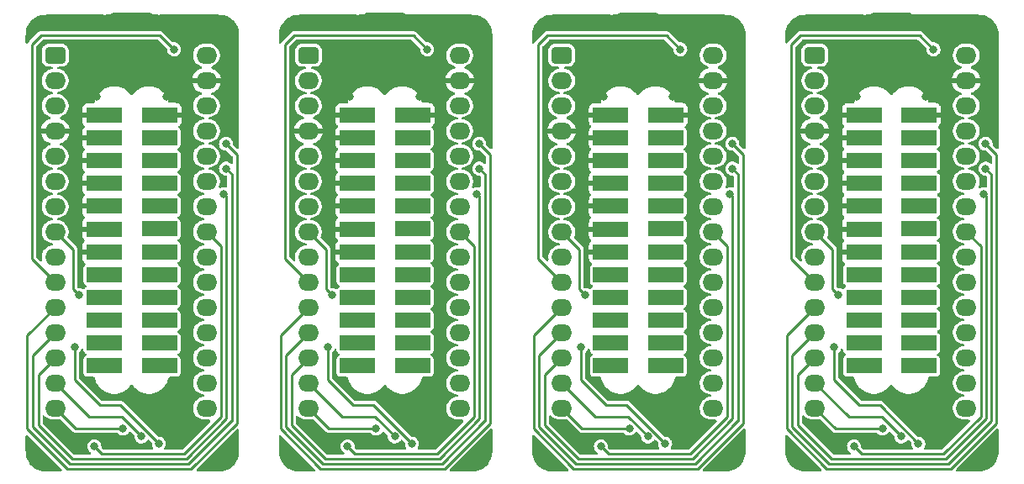
<source format=gbl>
G04 #@! TF.GenerationSoftware,KiCad,Pcbnew,6.0.1-79c1e3a40b~116~ubuntu20.04.1*
G04 #@! TF.CreationDate,2022-01-18T16:27:04+01:00*
G04 #@! TF.ProjectId,4xArduino_GPIB_Adapter,34784172-6475-4696-9e6f-5f475049425f,rev?*
G04 #@! TF.SameCoordinates,Original*
G04 #@! TF.FileFunction,Copper,L2,Bot*
G04 #@! TF.FilePolarity,Positive*
%FSLAX46Y46*%
G04 Gerber Fmt 4.6, Leading zero omitted, Abs format (unit mm)*
G04 Created by KiCad (PCBNEW 6.0.1-79c1e3a40b~116~ubuntu20.04.1) date 2022-01-18 16:27:04*
%MOMM*%
%LPD*%
G01*
G04 APERTURE LIST*
G04 Aperture macros list*
%AMRoundRect*
0 Rectangle with rounded corners*
0 $1 Rounding radius*
0 $2 $3 $4 $5 $6 $7 $8 $9 X,Y pos of 4 corners*
0 Add a 4 corners polygon primitive as box body*
4,1,4,$2,$3,$4,$5,$6,$7,$8,$9,$2,$3,0*
0 Add four circle primitives for the rounded corners*
1,1,$1+$1,$2,$3*
1,1,$1+$1,$4,$5*
1,1,$1+$1,$6,$7*
1,1,$1+$1,$8,$9*
0 Add four rect primitives between the rounded corners*
20,1,$1+$1,$2,$3,$4,$5,0*
20,1,$1+$1,$4,$5,$6,$7,0*
20,1,$1+$1,$6,$7,$8,$9,0*
20,1,$1+$1,$8,$9,$2,$3,0*%
G04 Aperture macros list end*
G04 #@! TA.AperFunction,ComponentPad*
%ADD10RoundRect,0.425000X-0.625000X-0.425000X0.625000X-0.425000X0.625000X0.425000X-0.625000X0.425000X0*%
G04 #@! TD*
G04 #@! TA.AperFunction,ComponentPad*
%ADD11O,2.100000X1.700000*%
G04 #@! TD*
G04 #@! TA.AperFunction,ComponentPad*
%ADD12RoundRect,0.200000X-1.600000X0.600000X-1.600000X-0.600000X1.600000X-0.600000X1.600000X0.600000X0*%
G04 #@! TD*
G04 #@! TA.AperFunction,ViaPad*
%ADD13C,0.800000*%
G04 #@! TD*
G04 #@! TA.AperFunction,Conductor*
%ADD14C,0.250000*%
G04 #@! TD*
G04 APERTURE END LIST*
D10*
X99455001Y-76785001D03*
D11*
X99455001Y-79325001D03*
X99455001Y-81865001D03*
X99455001Y-84405001D03*
X99455001Y-86945001D03*
X99455001Y-89485001D03*
X99455001Y-92025001D03*
X99455001Y-94565001D03*
X99455001Y-97105001D03*
X99455001Y-99645001D03*
X99455001Y-102185001D03*
X99455001Y-104725001D03*
X99455001Y-107265001D03*
X99455001Y-109805001D03*
X99455001Y-112345001D03*
X114695001Y-112345001D03*
X114695001Y-109805001D03*
X114695001Y-107265001D03*
X114695001Y-104725001D03*
X114695001Y-102185001D03*
X114695001Y-99645001D03*
X114695001Y-97105001D03*
X114695001Y-94565001D03*
X114695001Y-92025001D03*
X114695001Y-89485001D03*
X114695001Y-86945001D03*
X114695001Y-84405001D03*
X114695001Y-81865001D03*
X114695001Y-79325001D03*
X114695001Y-76785001D03*
D12*
X109970000Y-108090000D03*
X109970000Y-105790000D03*
X109970000Y-103490000D03*
X109970000Y-101190000D03*
X109970000Y-98890000D03*
X109970000Y-96590000D03*
X109970000Y-94290000D03*
X109970000Y-91990000D03*
X109970000Y-89690000D03*
X109970000Y-87390000D03*
X109970000Y-85090000D03*
X109970000Y-82790000D03*
X104390000Y-108090000D03*
X104390000Y-105790900D03*
X104390000Y-103491810D03*
X104390000Y-101192720D03*
X104390000Y-98893630D03*
X104390000Y-96594540D03*
X104390000Y-94295450D03*
X104390000Y-91996360D03*
X104390000Y-89697270D03*
X104390000Y-87398180D03*
X104390000Y-85099090D03*
X104390000Y-82800000D03*
D10*
X150455001Y-76785001D03*
D11*
X150455001Y-79325001D03*
X150455001Y-81865001D03*
X150455001Y-84405001D03*
X150455001Y-86945001D03*
X150455001Y-89485001D03*
X150455001Y-92025001D03*
X150455001Y-94565001D03*
X150455001Y-97105001D03*
X150455001Y-99645001D03*
X150455001Y-102185001D03*
X150455001Y-104725001D03*
X150455001Y-107265001D03*
X150455001Y-109805001D03*
X150455001Y-112345001D03*
X165695001Y-112345001D03*
X165695001Y-109805001D03*
X165695001Y-107265001D03*
X165695001Y-104725001D03*
X165695001Y-102185001D03*
X165695001Y-99645001D03*
X165695001Y-97105001D03*
X165695001Y-94565001D03*
X165695001Y-92025001D03*
X165695001Y-89485001D03*
X165695001Y-86945001D03*
X165695001Y-84405001D03*
X165695001Y-81865001D03*
X165695001Y-79325001D03*
X165695001Y-76785001D03*
D12*
X135470000Y-108090000D03*
X135470000Y-105790000D03*
X135470000Y-103490000D03*
X135470000Y-101190000D03*
X135470000Y-98890000D03*
X135470000Y-96590000D03*
X135470000Y-94290000D03*
X135470000Y-91990000D03*
X135470000Y-89690000D03*
X135470000Y-87390000D03*
X135470000Y-85090000D03*
X135470000Y-82790000D03*
X129890000Y-108090000D03*
X129890000Y-105790900D03*
X129890000Y-103491810D03*
X129890000Y-101192720D03*
X129890000Y-98893630D03*
X129890000Y-96594540D03*
X129890000Y-94295450D03*
X129890000Y-91996360D03*
X129890000Y-89697270D03*
X129890000Y-87398180D03*
X129890000Y-85099090D03*
X129890000Y-82800000D03*
X186470000Y-108090000D03*
X186470000Y-105790000D03*
X186470000Y-103490000D03*
X186470000Y-101190000D03*
X186470000Y-98890000D03*
X186470000Y-96590000D03*
X186470000Y-94290000D03*
X186470000Y-91990000D03*
X186470000Y-89690000D03*
X186470000Y-87390000D03*
X186470000Y-85090000D03*
X186470000Y-82790000D03*
X180890000Y-108090000D03*
X180890000Y-105790900D03*
X180890000Y-103491810D03*
X180890000Y-101192720D03*
X180890000Y-98893630D03*
X180890000Y-96594540D03*
X180890000Y-94295450D03*
X180890000Y-91996360D03*
X180890000Y-89697270D03*
X180890000Y-87398180D03*
X180890000Y-85099090D03*
X180890000Y-82800000D03*
D10*
X124955001Y-76785001D03*
D11*
X124955001Y-79325001D03*
X124955001Y-81865001D03*
X124955001Y-84405001D03*
X124955001Y-86945001D03*
X124955001Y-89485001D03*
X124955001Y-92025001D03*
X124955001Y-94565001D03*
X124955001Y-97105001D03*
X124955001Y-99645001D03*
X124955001Y-102185001D03*
X124955001Y-104725001D03*
X124955001Y-107265001D03*
X124955001Y-109805001D03*
X124955001Y-112345001D03*
X140195001Y-112345001D03*
X140195001Y-109805001D03*
X140195001Y-107265001D03*
X140195001Y-104725001D03*
X140195001Y-102185001D03*
X140195001Y-99645001D03*
X140195001Y-97105001D03*
X140195001Y-94565001D03*
X140195001Y-92025001D03*
X140195001Y-89485001D03*
X140195001Y-86945001D03*
X140195001Y-84405001D03*
X140195001Y-81865001D03*
X140195001Y-79325001D03*
X140195001Y-76785001D03*
D12*
X160970000Y-108090000D03*
X160970000Y-105790000D03*
X160970000Y-103490000D03*
X160970000Y-101190000D03*
X160970000Y-98890000D03*
X160970000Y-96590000D03*
X160970000Y-94290000D03*
X160970000Y-91990000D03*
X160970000Y-89690000D03*
X160970000Y-87390000D03*
X160970000Y-85090000D03*
X160970000Y-82790000D03*
X155390000Y-108090000D03*
X155390000Y-105790900D03*
X155390000Y-103491810D03*
X155390000Y-101192720D03*
X155390000Y-98893630D03*
X155390000Y-96594540D03*
X155390000Y-94295450D03*
X155390000Y-91996360D03*
X155390000Y-89697270D03*
X155390000Y-87398180D03*
X155390000Y-85099090D03*
X155390000Y-82800000D03*
D10*
X175955001Y-76785001D03*
D11*
X175955001Y-79325001D03*
X175955001Y-81865001D03*
X175955001Y-84405001D03*
X175955001Y-86945001D03*
X175955001Y-89485001D03*
X175955001Y-92025001D03*
X175955001Y-94565001D03*
X175955001Y-97105001D03*
X175955001Y-99645001D03*
X175955001Y-102185001D03*
X175955001Y-104725001D03*
X175955001Y-107265001D03*
X175955001Y-109805001D03*
X175955001Y-112345001D03*
X191195001Y-112345001D03*
X191195001Y-109805001D03*
X191195001Y-107265001D03*
X191195001Y-104725001D03*
X191195001Y-102185001D03*
X191195001Y-99645001D03*
X191195001Y-97105001D03*
X191195001Y-94565001D03*
X191195001Y-92025001D03*
X191195001Y-89485001D03*
X191195001Y-86945001D03*
X191195001Y-84405001D03*
X191195001Y-81865001D03*
X191195001Y-79325001D03*
X191195001Y-76785001D03*
D13*
X187650000Y-79950000D03*
X153650000Y-80950000D03*
X179650000Y-79950000D03*
X111650000Y-80950000D03*
X136150000Y-80950000D03*
X154650000Y-80950000D03*
X162650000Y-80950000D03*
X174300000Y-117300000D03*
X192900000Y-117200000D03*
X97700000Y-73900000D03*
X110650000Y-80950000D03*
X192900000Y-73900000D03*
X180150000Y-80950000D03*
X167400000Y-117200000D03*
X128650000Y-79950000D03*
X123300000Y-117300000D03*
X111150000Y-79950000D03*
X161650000Y-80950000D03*
X136650000Y-79950000D03*
X154150000Y-79950000D03*
X103150000Y-79950000D03*
X128150000Y-80950000D03*
X116400000Y-117200000D03*
X126600000Y-115600000D03*
X152100000Y-115600000D03*
X148700000Y-73900000D03*
X188150000Y-80950000D03*
X123200000Y-73900000D03*
X101100000Y-115600000D03*
X167400000Y-73900000D03*
X177600000Y-115600000D03*
X174200000Y-73900000D03*
X137150000Y-80950000D03*
X116400000Y-73900000D03*
X129150000Y-80950000D03*
X187150000Y-80950000D03*
X141900000Y-117200000D03*
X141900000Y-73900000D03*
X97800000Y-117300000D03*
X148800000Y-117300000D03*
X103650000Y-80950000D03*
X179150000Y-80950000D03*
X162150000Y-79950000D03*
X102650000Y-80950000D03*
X103400000Y-116200000D03*
X154400000Y-116200000D03*
X128900000Y-116200000D03*
X179900000Y-116200000D03*
X127325000Y-100950000D03*
X152825000Y-100950000D03*
X101825000Y-100950000D03*
X178325000Y-100950000D03*
X101400000Y-106200000D03*
X135380000Y-115930000D03*
X126900000Y-106200000D03*
X152400000Y-106200000D03*
X186380000Y-115930000D03*
X109880000Y-115930000D03*
X177900000Y-106200000D03*
X160880000Y-115930000D03*
X136905000Y-76185000D03*
X187905000Y-76185000D03*
X162405000Y-76185000D03*
X111405000Y-76185000D03*
X193150000Y-85700000D03*
X142150000Y-85700000D03*
X116650000Y-85700000D03*
X167650000Y-85700000D03*
X193150000Y-88200000D03*
X167650000Y-88200000D03*
X116650000Y-88200000D03*
X142150000Y-88200000D03*
X116425500Y-90770000D03*
X141925500Y-90770000D03*
X192925500Y-90770000D03*
X167425500Y-90770000D03*
X184650000Y-115200000D03*
X159150000Y-115200000D03*
X108150000Y-115200000D03*
X133650000Y-115200000D03*
X157270000Y-114400000D03*
X131770000Y-114400000D03*
X182770000Y-114400000D03*
X106270000Y-114400000D03*
D14*
X180650000Y-116950000D02*
X188900000Y-116950000D01*
X137900000Y-116950000D02*
X141660000Y-113190000D01*
X192660000Y-113190000D02*
X192660000Y-96030000D01*
X116160000Y-113190000D02*
X116160000Y-96030000D01*
X179900000Y-116200000D02*
X180650000Y-116950000D01*
X141660000Y-96030000D02*
X140195001Y-94565001D01*
X112400000Y-116950000D02*
X116160000Y-113190000D01*
X155150000Y-116950000D02*
X163400000Y-116950000D01*
X128900000Y-116200000D02*
X129650000Y-116950000D01*
X154400000Y-116200000D02*
X155150000Y-116950000D01*
X141660000Y-113190000D02*
X141660000Y-96030000D01*
X129650000Y-116950000D02*
X137900000Y-116950000D01*
X167160000Y-113190000D02*
X167160000Y-96030000D01*
X104150000Y-116950000D02*
X112400000Y-116950000D01*
X192660000Y-96030000D02*
X191195001Y-94565001D01*
X116160000Y-96030000D02*
X114695001Y-94565001D01*
X163400000Y-116950000D02*
X167160000Y-113190000D01*
X167160000Y-96030000D02*
X165695001Y-94565001D01*
X103400000Y-116200000D02*
X104150000Y-116950000D01*
X188900000Y-116950000D02*
X192660000Y-113190000D01*
X101250000Y-96360000D02*
X99455001Y-94565001D01*
X127325000Y-100950000D02*
X126750000Y-100375000D01*
X101825000Y-100950000D02*
X101250000Y-100375000D01*
X126750000Y-96360000D02*
X124955001Y-94565001D01*
X126750000Y-100375000D02*
X126750000Y-96360000D01*
X101250000Y-100375000D02*
X101250000Y-96360000D01*
X177750000Y-100375000D02*
X177750000Y-96360000D01*
X152250000Y-96360000D02*
X150455001Y-94565001D01*
X177750000Y-96360000D02*
X175955001Y-94565001D01*
X152825000Y-100950000D02*
X152250000Y-100375000D01*
X178325000Y-100950000D02*
X177750000Y-100375000D01*
X152250000Y-100375000D02*
X152250000Y-96360000D01*
X109870000Y-115890000D02*
X106010000Y-112030000D01*
X126900000Y-109480000D02*
X126900000Y-106200000D01*
X106010000Y-112030000D02*
X103950000Y-112030000D01*
X186370000Y-115890000D02*
X182510000Y-112030000D01*
X131510000Y-112030000D02*
X129450000Y-112030000D01*
X154950000Y-112030000D02*
X152400000Y-109480000D01*
X103950000Y-112030000D02*
X101400000Y-109480000D01*
X157010000Y-112030000D02*
X154950000Y-112030000D01*
X152400000Y-109480000D02*
X152400000Y-106200000D01*
X129450000Y-112030000D02*
X126900000Y-109480000D01*
X177900000Y-109480000D02*
X177900000Y-106200000D01*
X135370000Y-115890000D02*
X131510000Y-112030000D01*
X160870000Y-115890000D02*
X157010000Y-112030000D01*
X182510000Y-112030000D02*
X180450000Y-112030000D01*
X101400000Y-109480000D02*
X101400000Y-106200000D01*
X180450000Y-112030000D02*
X177900000Y-109480000D01*
X174500000Y-74800000D02*
X173600000Y-75700000D01*
X98000000Y-74800000D02*
X97100000Y-75700000D01*
X136905000Y-76185000D02*
X135520000Y-74800000D01*
X97100000Y-75700000D02*
X97100000Y-97290000D01*
X149000000Y-74800000D02*
X148100000Y-75700000D01*
X122600000Y-75700000D02*
X122600000Y-97290000D01*
X111405000Y-76185000D02*
X110020000Y-74800000D01*
X122600000Y-97290000D02*
X124955001Y-99645001D01*
X161020000Y-74800000D02*
X149000000Y-74800000D01*
X173600000Y-97290000D02*
X175955001Y-99645001D01*
X123500000Y-74800000D02*
X122600000Y-75700000D01*
X148100000Y-97290000D02*
X150455001Y-99645001D01*
X173600000Y-75700000D02*
X173600000Y-97290000D01*
X187905000Y-76185000D02*
X186520000Y-74800000D01*
X97100000Y-97290000D02*
X99455001Y-99645001D01*
X110020000Y-74800000D02*
X98000000Y-74800000D01*
X162405000Y-76185000D02*
X161020000Y-74800000D01*
X135520000Y-74800000D02*
X123500000Y-74800000D01*
X186520000Y-74800000D02*
X174500000Y-74800000D01*
X148100000Y-75700000D02*
X148100000Y-97290000D01*
X116650000Y-85700000D02*
X117750000Y-86800000D01*
X126150000Y-118450000D02*
X122130000Y-114430000D01*
X143250000Y-113850000D02*
X138650000Y-118450000D01*
X168750000Y-113850000D02*
X164150000Y-118450000D01*
X193150000Y-85700000D02*
X194250000Y-86800000D01*
X117750000Y-113850000D02*
X113150000Y-118450000D01*
X151650000Y-118450000D02*
X147630000Y-114430000D01*
X147630000Y-114430000D02*
X147630000Y-105010002D01*
X100650000Y-118450000D02*
X96630000Y-114430000D01*
X113150000Y-118450000D02*
X100650000Y-118450000D01*
X122130000Y-114430000D02*
X122130000Y-105010002D01*
X194250000Y-113850000D02*
X189650000Y-118450000D01*
X138650000Y-118450000D02*
X126150000Y-118450000D01*
X168750000Y-86800000D02*
X168750000Y-113850000D01*
X117750000Y-86800000D02*
X117750000Y-113850000D01*
X96630000Y-105010002D02*
X99455001Y-102185001D01*
X167650000Y-85700000D02*
X168750000Y-86800000D01*
X142150000Y-85700000D02*
X143250000Y-86800000D01*
X177150000Y-118450000D02*
X173130000Y-114430000D01*
X122130000Y-105010002D02*
X124955001Y-102185001D01*
X173130000Y-114430000D02*
X173130000Y-105010002D01*
X143250000Y-86800000D02*
X143250000Y-113850000D01*
X147630000Y-105010002D02*
X150455001Y-102185001D01*
X194250000Y-86800000D02*
X194250000Y-113850000D01*
X96630000Y-114430000D02*
X96630000Y-105010002D01*
X164150000Y-118450000D02*
X151650000Y-118450000D01*
X173130000Y-105010002D02*
X175955001Y-102185001D01*
X189650000Y-118450000D02*
X177150000Y-118450000D01*
X193720000Y-88756505D02*
X193720000Y-113630000D01*
X122689511Y-106990491D02*
X124955001Y-104725001D01*
X138400000Y-117950000D02*
X126400000Y-117950000D01*
X117180000Y-113670000D02*
X112900000Y-117950000D01*
X168220000Y-113630000D02*
X168180000Y-113670000D01*
X116650000Y-88200000D02*
X116663495Y-88200000D01*
X122689511Y-114239511D02*
X122689511Y-106990491D01*
X112900000Y-117950000D02*
X100900000Y-117950000D01*
X116663495Y-88200000D02*
X117220000Y-88756505D01*
X193720000Y-113630000D02*
X193680000Y-113670000D01*
X100900000Y-117950000D02*
X97189511Y-114239511D01*
X168220000Y-88756505D02*
X168220000Y-113630000D01*
X142720000Y-113630000D02*
X142680000Y-113670000D01*
X151900000Y-117950000D02*
X148189511Y-114239511D01*
X117220000Y-88756505D02*
X117220000Y-113630000D01*
X148189511Y-114239511D02*
X148189511Y-106990491D01*
X142720000Y-88756505D02*
X142720000Y-113630000D01*
X97189511Y-106990491D02*
X99455001Y-104725001D01*
X167650000Y-88200000D02*
X167663495Y-88200000D01*
X167663495Y-88200000D02*
X168220000Y-88756505D01*
X142680000Y-113670000D02*
X138400000Y-117950000D01*
X97189511Y-114239511D02*
X97189511Y-106990491D01*
X117220000Y-113630000D02*
X117180000Y-113670000D01*
X168180000Y-113670000D02*
X163900000Y-117950000D01*
X193163495Y-88200000D02*
X193720000Y-88756505D01*
X193680000Y-113670000D02*
X189400000Y-117950000D01*
X193150000Y-88200000D02*
X193163495Y-88200000D01*
X173689511Y-114239511D02*
X173689511Y-106990491D01*
X177400000Y-117950000D02*
X173689511Y-114239511D01*
X148189511Y-106990491D02*
X150455001Y-104725001D01*
X173689511Y-106990491D02*
X175955001Y-104725001D01*
X189400000Y-117950000D02*
X177400000Y-117950000D01*
X142163495Y-88200000D02*
X142720000Y-88756505D01*
X163900000Y-117950000D02*
X151900000Y-117950000D01*
X126400000Y-117950000D02*
X122689511Y-114239511D01*
X142150000Y-88200000D02*
X142163495Y-88200000D01*
X150455001Y-107265001D02*
X148750000Y-108970002D01*
X167670000Y-90970000D02*
X167470000Y-90770000D01*
X126650000Y-117450000D02*
X138150000Y-117450000D01*
X189150000Y-117450000D02*
X189150000Y-117436992D01*
X193180000Y-113406992D02*
X193180000Y-90993008D01*
X193180000Y-90993008D02*
X193156992Y-90970000D01*
X141970000Y-90770000D02*
X141925500Y-90770000D01*
X163650000Y-117436992D02*
X167680000Y-113406992D01*
X167680000Y-113406992D02*
X167680000Y-90993008D01*
X112650000Y-117450000D02*
X112650000Y-117436992D01*
X152150000Y-117450000D02*
X163650000Y-117450000D01*
X124955001Y-107265001D02*
X123250000Y-108970002D01*
X101150000Y-117450000D02*
X112650000Y-117450000D01*
X138150000Y-117436992D02*
X142180000Y-113406992D01*
X116670000Y-90970000D02*
X116470000Y-90770000D01*
X193170000Y-90970000D02*
X192970000Y-90770000D01*
X177650000Y-117450000D02*
X189150000Y-117450000D01*
X99455001Y-107265001D02*
X97750000Y-108970002D01*
X142180000Y-90993008D02*
X142156992Y-90970000D01*
X174250000Y-108970002D02*
X174250000Y-114050000D01*
X163650000Y-117450000D02*
X163650000Y-117436992D01*
X175955001Y-107265001D02*
X174250000Y-108970002D01*
X116680000Y-113406992D02*
X116680000Y-90993008D01*
X138150000Y-117450000D02*
X138150000Y-117436992D01*
X142180000Y-113406992D02*
X142180000Y-90993008D01*
X97750000Y-114050000D02*
X101150000Y-117450000D01*
X192970000Y-90770000D02*
X192925500Y-90770000D01*
X167680000Y-90993008D02*
X167656992Y-90970000D01*
X189150000Y-117436992D02*
X193180000Y-113406992D01*
X116680000Y-90993008D02*
X116656992Y-90970000D01*
X97750000Y-108970002D02*
X97750000Y-114050000D01*
X116470000Y-90770000D02*
X116425500Y-90770000D01*
X123250000Y-114050000D02*
X126650000Y-117450000D01*
X174250000Y-114050000D02*
X177650000Y-117450000D01*
X148750000Y-114050000D02*
X152150000Y-117450000D01*
X112650000Y-117436992D02*
X116680000Y-113406992D01*
X123250000Y-108970002D02*
X123250000Y-114050000D01*
X142170000Y-90970000D02*
X141970000Y-90770000D01*
X148750000Y-108970002D02*
X148750000Y-114050000D01*
X167470000Y-90770000D02*
X167425500Y-90770000D01*
X99455001Y-109805001D02*
X102870000Y-113220000D01*
X157170000Y-113220000D02*
X159150000Y-115200000D01*
X131670000Y-113220000D02*
X133650000Y-115200000D01*
X179370000Y-113220000D02*
X182670000Y-113220000D01*
X124955001Y-109805001D02*
X128370000Y-113220000D01*
X182670000Y-113220000D02*
X184650000Y-115200000D01*
X106170000Y-113220000D02*
X108150000Y-115200000D01*
X128370000Y-113220000D02*
X131670000Y-113220000D01*
X150455001Y-109805001D02*
X153870000Y-113220000D01*
X102870000Y-113220000D02*
X106170000Y-113220000D01*
X175955001Y-109805001D02*
X179370000Y-113220000D01*
X153870000Y-113220000D02*
X157170000Y-113220000D01*
X182770000Y-114400000D02*
X178010000Y-114400000D01*
X106270000Y-114400000D02*
X101510000Y-114400000D01*
X152510000Y-114400000D02*
X150455001Y-112345001D01*
X157270000Y-114400000D02*
X152510000Y-114400000D01*
X131770000Y-114400000D02*
X127010000Y-114400000D01*
X127010000Y-114400000D02*
X124955001Y-112345001D01*
X101510000Y-114400000D02*
X99455001Y-112345001D01*
X178010000Y-114400000D02*
X175955001Y-112345001D01*
G04 #@! TA.AperFunction,Conductor*
G36*
X96680203Y-115082397D02*
G01*
X96686681Y-115088429D01*
X100086571Y-118488319D01*
X100120056Y-118549642D01*
X100115072Y-118619334D01*
X100073200Y-118675267D01*
X100007736Y-118699684D01*
X99998890Y-118700000D01*
X98538228Y-118700000D01*
X98524406Y-118699227D01*
X98495060Y-118695935D01*
X98495056Y-118695935D01*
X98489030Y-118695259D01*
X98463783Y-118697379D01*
X98460411Y-118697662D01*
X98441926Y-118697832D01*
X98222051Y-118683421D01*
X98205970Y-118681303D01*
X97965335Y-118633438D01*
X97949667Y-118629240D01*
X97717329Y-118550371D01*
X97702344Y-118544164D01*
X97482290Y-118435646D01*
X97468243Y-118427536D01*
X97264235Y-118291221D01*
X97251367Y-118281347D01*
X97159132Y-118200460D01*
X97066892Y-118119567D01*
X97055433Y-118108108D01*
X96974541Y-118015868D01*
X96893653Y-117923633D01*
X96883779Y-117910765D01*
X96747464Y-117706757D01*
X96739354Y-117692710D01*
X96630836Y-117472656D01*
X96624629Y-117457671D01*
X96545760Y-117225333D01*
X96541562Y-117209665D01*
X96493697Y-116969030D01*
X96491579Y-116952949D01*
X96478049Y-116746518D01*
X96478557Y-116724586D01*
X96479065Y-116720060D01*
X96479065Y-116720056D01*
X96479741Y-116714030D01*
X96475435Y-116662750D01*
X96475000Y-116652374D01*
X96475000Y-115176110D01*
X96494685Y-115109071D01*
X96547489Y-115063316D01*
X96616647Y-115053372D01*
X96680203Y-115082397D01*
G37*
G04 #@! TD.AperFunction*
G04 #@! TA.AperFunction,Conductor*
G36*
X194394334Y-114409928D02*
G01*
X194450267Y-114451800D01*
X194474684Y-114517264D01*
X194475000Y-114526110D01*
X194475000Y-116636772D01*
X194474227Y-116650594D01*
X194472864Y-116662750D01*
X194470259Y-116685970D01*
X194472354Y-116710923D01*
X194472662Y-116714589D01*
X194472832Y-116733074D01*
X194458421Y-116952949D01*
X194456303Y-116969030D01*
X194408438Y-117209665D01*
X194404240Y-117225333D01*
X194325371Y-117457671D01*
X194319164Y-117472656D01*
X194210646Y-117692710D01*
X194202536Y-117706757D01*
X194066221Y-117910765D01*
X194056347Y-117923633D01*
X193975460Y-118015868D01*
X193894567Y-118108108D01*
X193883108Y-118119567D01*
X193790868Y-118200459D01*
X193698633Y-118281347D01*
X193685765Y-118291221D01*
X193481757Y-118427536D01*
X193467710Y-118435646D01*
X193247656Y-118544164D01*
X193232671Y-118550371D01*
X193000333Y-118629240D01*
X192984665Y-118633438D01*
X192744030Y-118681303D01*
X192727949Y-118683421D01*
X192521518Y-118696951D01*
X192499586Y-118696443D01*
X192495060Y-118695935D01*
X192495056Y-118695935D01*
X192489030Y-118695259D01*
X192441778Y-118699227D01*
X192437750Y-118699565D01*
X192427374Y-118700000D01*
X190301110Y-118700000D01*
X190234071Y-118680315D01*
X190188316Y-118627511D01*
X190178372Y-118558353D01*
X190207397Y-118494797D01*
X190213429Y-118488319D01*
X194263319Y-114438429D01*
X194324642Y-114404944D01*
X194394334Y-114409928D01*
G37*
G04 #@! TD.AperFunction*
G04 #@! TA.AperFunction,Conductor*
G36*
X117894334Y-114409928D02*
G01*
X117950267Y-114451800D01*
X117974684Y-114517264D01*
X117975000Y-114526110D01*
X117975000Y-116636772D01*
X117974227Y-116650594D01*
X117972864Y-116662750D01*
X117970259Y-116685970D01*
X117972354Y-116710923D01*
X117972662Y-116714589D01*
X117972832Y-116733074D01*
X117958421Y-116952949D01*
X117956303Y-116969030D01*
X117908438Y-117209665D01*
X117904240Y-117225333D01*
X117825371Y-117457671D01*
X117819164Y-117472656D01*
X117710646Y-117692710D01*
X117702536Y-117706757D01*
X117566221Y-117910765D01*
X117556347Y-117923633D01*
X117475459Y-118015868D01*
X117394567Y-118108108D01*
X117383108Y-118119567D01*
X117290868Y-118200460D01*
X117198633Y-118281347D01*
X117185765Y-118291221D01*
X116981757Y-118427536D01*
X116967710Y-118435646D01*
X116747656Y-118544164D01*
X116732671Y-118550371D01*
X116500333Y-118629240D01*
X116484665Y-118633438D01*
X116244030Y-118681303D01*
X116227949Y-118683421D01*
X116021518Y-118696951D01*
X115999586Y-118696443D01*
X115995060Y-118695935D01*
X115995056Y-118695935D01*
X115989030Y-118695259D01*
X115941778Y-118699227D01*
X115937750Y-118699565D01*
X115927374Y-118700000D01*
X113801110Y-118700000D01*
X113734071Y-118680315D01*
X113688316Y-118627511D01*
X113678372Y-118558353D01*
X113707397Y-118494797D01*
X113713429Y-118488319D01*
X117763319Y-114438429D01*
X117824642Y-114404944D01*
X117894334Y-114409928D01*
G37*
G04 #@! TD.AperFunction*
G04 #@! TA.AperFunction,Conductor*
G36*
X122180203Y-115082397D02*
G01*
X122186681Y-115088429D01*
X125586571Y-118488319D01*
X125620056Y-118549642D01*
X125615072Y-118619334D01*
X125573200Y-118675267D01*
X125507736Y-118699684D01*
X125498890Y-118700000D01*
X124038228Y-118700000D01*
X124024406Y-118699227D01*
X123995060Y-118695935D01*
X123995056Y-118695935D01*
X123989030Y-118695259D01*
X123963783Y-118697379D01*
X123960411Y-118697662D01*
X123941926Y-118697832D01*
X123722051Y-118683421D01*
X123705970Y-118681303D01*
X123465335Y-118633438D01*
X123449667Y-118629240D01*
X123217329Y-118550371D01*
X123202344Y-118544164D01*
X122982290Y-118435646D01*
X122968243Y-118427536D01*
X122764235Y-118291221D01*
X122751367Y-118281347D01*
X122659132Y-118200460D01*
X122566892Y-118119567D01*
X122555433Y-118108108D01*
X122474541Y-118015868D01*
X122393653Y-117923633D01*
X122383779Y-117910765D01*
X122247464Y-117706757D01*
X122239354Y-117692710D01*
X122130836Y-117472656D01*
X122124629Y-117457671D01*
X122045760Y-117225333D01*
X122041562Y-117209665D01*
X121993697Y-116969030D01*
X121991579Y-116952949D01*
X121978049Y-116746518D01*
X121978557Y-116724586D01*
X121979065Y-116720060D01*
X121979065Y-116720056D01*
X121979741Y-116714030D01*
X121975435Y-116662750D01*
X121975000Y-116652374D01*
X121975000Y-115176110D01*
X121994685Y-115109071D01*
X122047489Y-115063316D01*
X122116647Y-115053372D01*
X122180203Y-115082397D01*
G37*
G04 #@! TD.AperFunction*
G04 #@! TA.AperFunction,Conductor*
G36*
X173180203Y-115082397D02*
G01*
X173186681Y-115088429D01*
X176586571Y-118488319D01*
X176620056Y-118549642D01*
X176615072Y-118619334D01*
X176573200Y-118675267D01*
X176507736Y-118699684D01*
X176498890Y-118700000D01*
X175038228Y-118700000D01*
X175024406Y-118699227D01*
X174995060Y-118695935D01*
X174995056Y-118695935D01*
X174989030Y-118695259D01*
X174963783Y-118697379D01*
X174960411Y-118697662D01*
X174941926Y-118697832D01*
X174722051Y-118683421D01*
X174705970Y-118681303D01*
X174465335Y-118633438D01*
X174449667Y-118629240D01*
X174217329Y-118550371D01*
X174202344Y-118544164D01*
X173982290Y-118435646D01*
X173968243Y-118427536D01*
X173764235Y-118291221D01*
X173751367Y-118281347D01*
X173659132Y-118200460D01*
X173566892Y-118119567D01*
X173555433Y-118108108D01*
X173474541Y-118015868D01*
X173393653Y-117923633D01*
X173383779Y-117910765D01*
X173247464Y-117706757D01*
X173239354Y-117692710D01*
X173130836Y-117472656D01*
X173124629Y-117457671D01*
X173045760Y-117225333D01*
X173041562Y-117209665D01*
X172993697Y-116969030D01*
X172991579Y-116952949D01*
X172978049Y-116746518D01*
X172978557Y-116724586D01*
X172979065Y-116720060D01*
X172979065Y-116720056D01*
X172979741Y-116714030D01*
X172975435Y-116662750D01*
X172975000Y-116652374D01*
X172975000Y-115176110D01*
X172994685Y-115109071D01*
X173047489Y-115063316D01*
X173116647Y-115053372D01*
X173180203Y-115082397D01*
G37*
G04 #@! TD.AperFunction*
G04 #@! TA.AperFunction,Conductor*
G36*
X143394334Y-114409928D02*
G01*
X143450267Y-114451800D01*
X143474684Y-114517264D01*
X143475000Y-114526110D01*
X143475000Y-116636772D01*
X143474227Y-116650594D01*
X143472864Y-116662750D01*
X143470259Y-116685970D01*
X143472354Y-116710923D01*
X143472662Y-116714589D01*
X143472832Y-116733074D01*
X143458421Y-116952949D01*
X143456303Y-116969030D01*
X143408438Y-117209665D01*
X143404240Y-117225333D01*
X143325371Y-117457671D01*
X143319164Y-117472656D01*
X143210646Y-117692710D01*
X143202536Y-117706757D01*
X143066221Y-117910765D01*
X143056347Y-117923633D01*
X142975459Y-118015868D01*
X142894567Y-118108108D01*
X142883108Y-118119567D01*
X142790868Y-118200459D01*
X142698633Y-118281347D01*
X142685765Y-118291221D01*
X142481757Y-118427536D01*
X142467710Y-118435646D01*
X142247656Y-118544164D01*
X142232671Y-118550371D01*
X142000333Y-118629240D01*
X141984665Y-118633438D01*
X141744030Y-118681303D01*
X141727949Y-118683421D01*
X141521518Y-118696951D01*
X141499586Y-118696443D01*
X141495060Y-118695935D01*
X141495056Y-118695935D01*
X141489030Y-118695259D01*
X141441778Y-118699227D01*
X141437750Y-118699565D01*
X141427374Y-118700000D01*
X139301110Y-118700000D01*
X139234071Y-118680315D01*
X139188316Y-118627511D01*
X139178372Y-118558353D01*
X139207397Y-118494797D01*
X139213429Y-118488319D01*
X143263319Y-114438429D01*
X143324642Y-114404944D01*
X143394334Y-114409928D01*
G37*
G04 #@! TD.AperFunction*
G04 #@! TA.AperFunction,Conductor*
G36*
X147680203Y-115082397D02*
G01*
X147686681Y-115088429D01*
X151086571Y-118488319D01*
X151120056Y-118549642D01*
X151115072Y-118619334D01*
X151073200Y-118675267D01*
X151007736Y-118699684D01*
X150998890Y-118700000D01*
X149538228Y-118700000D01*
X149524406Y-118699227D01*
X149495060Y-118695935D01*
X149495056Y-118695935D01*
X149489030Y-118695259D01*
X149463783Y-118697379D01*
X149460411Y-118697662D01*
X149441926Y-118697832D01*
X149222051Y-118683421D01*
X149205970Y-118681303D01*
X148965335Y-118633438D01*
X148949667Y-118629240D01*
X148717329Y-118550371D01*
X148702344Y-118544164D01*
X148482290Y-118435646D01*
X148468243Y-118427536D01*
X148264235Y-118291221D01*
X148251367Y-118281347D01*
X148159132Y-118200460D01*
X148066892Y-118119567D01*
X148055433Y-118108108D01*
X147974541Y-118015868D01*
X147893653Y-117923633D01*
X147883779Y-117910765D01*
X147747464Y-117706757D01*
X147739354Y-117692710D01*
X147630836Y-117472656D01*
X147624629Y-117457671D01*
X147545760Y-117225333D01*
X147541562Y-117209665D01*
X147493697Y-116969030D01*
X147491579Y-116952949D01*
X147478049Y-116746518D01*
X147478557Y-116724586D01*
X147479065Y-116720060D01*
X147479065Y-116720056D01*
X147479741Y-116714030D01*
X147475435Y-116662750D01*
X147475000Y-116652374D01*
X147475000Y-115176110D01*
X147494685Y-115109071D01*
X147547489Y-115063316D01*
X147616647Y-115053372D01*
X147680203Y-115082397D01*
G37*
G04 #@! TD.AperFunction*
G04 #@! TA.AperFunction,Conductor*
G36*
X168894334Y-114409928D02*
G01*
X168950267Y-114451800D01*
X168974684Y-114517264D01*
X168975000Y-114526110D01*
X168975000Y-116636772D01*
X168974227Y-116650594D01*
X168972864Y-116662750D01*
X168970259Y-116685970D01*
X168972354Y-116710923D01*
X168972662Y-116714589D01*
X168972832Y-116733074D01*
X168958421Y-116952949D01*
X168956303Y-116969030D01*
X168908438Y-117209665D01*
X168904240Y-117225333D01*
X168825371Y-117457671D01*
X168819164Y-117472656D01*
X168710646Y-117692710D01*
X168702536Y-117706757D01*
X168566221Y-117910765D01*
X168556347Y-117923633D01*
X168475460Y-118015868D01*
X168394567Y-118108108D01*
X168383108Y-118119567D01*
X168290868Y-118200459D01*
X168198633Y-118281347D01*
X168185765Y-118291221D01*
X167981757Y-118427536D01*
X167967710Y-118435646D01*
X167747656Y-118544164D01*
X167732671Y-118550371D01*
X167500333Y-118629240D01*
X167484665Y-118633438D01*
X167244030Y-118681303D01*
X167227949Y-118683421D01*
X167021518Y-118696951D01*
X166999586Y-118696443D01*
X166995060Y-118695935D01*
X166995056Y-118695935D01*
X166989030Y-118695259D01*
X166941778Y-118699227D01*
X166937750Y-118699565D01*
X166927374Y-118700000D01*
X164801110Y-118700000D01*
X164734071Y-118680315D01*
X164688316Y-118627511D01*
X164678372Y-118558353D01*
X164707397Y-118494797D01*
X164713429Y-118488319D01*
X168763319Y-114438429D01*
X168824642Y-114404944D01*
X168894334Y-114409928D01*
G37*
G04 #@! TD.AperFunction*
G04 #@! TA.AperFunction,Conductor*
G36*
X149380703Y-113094849D02*
G01*
X149392728Y-113106803D01*
X149459656Y-113183120D01*
X149464120Y-113186639D01*
X149464123Y-113186642D01*
X149466559Y-113188562D01*
X149625709Y-113314025D01*
X149812837Y-113412478D01*
X149818268Y-113414164D01*
X149818272Y-113414166D01*
X150003880Y-113471798D01*
X150014774Y-113475181D01*
X150020419Y-113475849D01*
X150020423Y-113475850D01*
X150113394Y-113486853D01*
X150186456Y-113495501D01*
X150708642Y-113495501D01*
X150865561Y-113481082D01*
X150892158Y-113473581D01*
X150962024Y-113474330D01*
X151013497Y-113505245D01*
X152256780Y-114748528D01*
X152278297Y-114759491D01*
X152294881Y-114769654D01*
X152306527Y-114778116D01*
X152306531Y-114778118D01*
X152314419Y-114783849D01*
X152323698Y-114786864D01*
X152337384Y-114791311D01*
X152355353Y-114798754D01*
X152376874Y-114809719D01*
X152386511Y-114811245D01*
X152386513Y-114811246D01*
X152400721Y-114813496D01*
X152419636Y-114818036D01*
X152442607Y-114825500D01*
X156649530Y-114825500D01*
X156716569Y-114845185D01*
X156735412Y-114861543D01*
X156735830Y-114861083D01*
X156855702Y-114970159D01*
X156855706Y-114970162D01*
X156861233Y-114975191D01*
X157010235Y-115056092D01*
X157105585Y-115081107D01*
X157167005Y-115097220D01*
X157167007Y-115097220D01*
X157174233Y-115099116D01*
X157257178Y-115100419D01*
X157336290Y-115101662D01*
X157336293Y-115101662D01*
X157343760Y-115101779D01*
X157466209Y-115073735D01*
X157501738Y-115065598D01*
X157501739Y-115065598D01*
X157509029Y-115063928D01*
X157584111Y-115026166D01*
X157653820Y-114991106D01*
X157653822Y-114991105D01*
X157660498Y-114987747D01*
X157666180Y-114982894D01*
X157666183Y-114982892D01*
X157783741Y-114882487D01*
X157789423Y-114877634D01*
X157838225Y-114809719D01*
X157886746Y-114742195D01*
X157941852Y-114699240D01*
X158011433Y-114692897D01*
X158075125Y-114726873D01*
X158412377Y-115064125D01*
X158445862Y-115125448D01*
X158447635Y-115167990D01*
X158444394Y-115192611D01*
X158462999Y-115361135D01*
X158465565Y-115368147D01*
X158465566Y-115368151D01*
X158500404Y-115463349D01*
X158521266Y-115520356D01*
X158525433Y-115526558D01*
X158525435Y-115526561D01*
X158585788Y-115616375D01*
X158615830Y-115661083D01*
X158621360Y-115666115D01*
X158735702Y-115770159D01*
X158735706Y-115770162D01*
X158741233Y-115775191D01*
X158890235Y-115856092D01*
X158981645Y-115880073D01*
X159047005Y-115897220D01*
X159047007Y-115897220D01*
X159054233Y-115899116D01*
X159137178Y-115900419D01*
X159216290Y-115901662D01*
X159216293Y-115901662D01*
X159223760Y-115901779D01*
X159356055Y-115871480D01*
X159381738Y-115865598D01*
X159381739Y-115865598D01*
X159389029Y-115863928D01*
X159494553Y-115810855D01*
X159533820Y-115791106D01*
X159533822Y-115791105D01*
X159540498Y-115787747D01*
X159546180Y-115782894D01*
X159546183Y-115782892D01*
X159663741Y-115682487D01*
X159669423Y-115677634D01*
X159673785Y-115671564D01*
X159745840Y-115571289D01*
X159800946Y-115528334D01*
X159870527Y-115521991D01*
X159934219Y-115555967D01*
X160145867Y-115767615D01*
X160179352Y-115828938D01*
X160181125Y-115871480D01*
X160175917Y-115911040D01*
X160174394Y-115922611D01*
X160175214Y-115930039D01*
X160175214Y-115930041D01*
X160176841Y-115944778D01*
X160192999Y-116091135D01*
X160195565Y-116098147D01*
X160195566Y-116098151D01*
X160227422Y-116185199D01*
X160251266Y-116250356D01*
X160255433Y-116256558D01*
X160255435Y-116256561D01*
X160267925Y-116275148D01*
X160303535Y-116328140D01*
X160305685Y-116331340D01*
X160326737Y-116397962D01*
X160308429Y-116465390D01*
X160256572Y-116512216D01*
X160202763Y-116524500D01*
X155377609Y-116524500D01*
X155310570Y-116504815D01*
X155289928Y-116488181D01*
X155138218Y-116336471D01*
X155104733Y-116275148D01*
X155103136Y-116231318D01*
X155104918Y-116218799D01*
X155104918Y-116218795D01*
X155105490Y-116214778D01*
X155105645Y-116200000D01*
X155095073Y-116112634D01*
X155086175Y-116039105D01*
X155086174Y-116039101D01*
X155085276Y-116031680D01*
X155076254Y-116007805D01*
X155027989Y-115880073D01*
X155027987Y-115880070D01*
X155025345Y-115873077D01*
X155014976Y-115857990D01*
X154933549Y-115739513D01*
X154933546Y-115739510D01*
X154929312Y-115733349D01*
X154866779Y-115677634D01*
X154808303Y-115625533D01*
X154808301Y-115625532D01*
X154802721Y-115620560D01*
X154788347Y-115612949D01*
X154709664Y-115571289D01*
X154652881Y-115541224D01*
X154488441Y-115499919D01*
X154402248Y-115499468D01*
X154326368Y-115499070D01*
X154326367Y-115499070D01*
X154318895Y-115499031D01*
X154297235Y-115504231D01*
X154161295Y-115536868D01*
X154161293Y-115536869D01*
X154154032Y-115538612D01*
X154147399Y-115542035D01*
X154147395Y-115542037D01*
X154120407Y-115555967D01*
X154003369Y-115616375D01*
X153997737Y-115621288D01*
X153946351Y-115666115D01*
X153875604Y-115727831D01*
X153778113Y-115866547D01*
X153716524Y-116024513D01*
X153694394Y-116192611D01*
X153695214Y-116200039D01*
X153695214Y-116200041D01*
X153696841Y-116214778D01*
X153712999Y-116361135D01*
X153715565Y-116368147D01*
X153715566Y-116368151D01*
X153765579Y-116504815D01*
X153771266Y-116520356D01*
X153775433Y-116526558D01*
X153775435Y-116526561D01*
X153836421Y-116617317D01*
X153865830Y-116661083D01*
X153871360Y-116666115D01*
X153985702Y-116770159D01*
X153985706Y-116770162D01*
X153991233Y-116775191D01*
X154021322Y-116791528D01*
X154070844Y-116840815D01*
X154085858Y-116909052D01*
X154061597Y-116974574D01*
X154005763Y-117016578D01*
X153962153Y-117024500D01*
X152377609Y-117024500D01*
X152310570Y-117004815D01*
X152289928Y-116988181D01*
X149211819Y-113910071D01*
X149178334Y-113848748D01*
X149175500Y-113822390D01*
X149175500Y-113188562D01*
X149195185Y-113121523D01*
X149247989Y-113075768D01*
X149317147Y-113065824D01*
X149380703Y-113094849D01*
G37*
G04 #@! TD.AperFunction*
G04 #@! TA.AperFunction,Conductor*
G36*
X123880703Y-113094849D02*
G01*
X123892728Y-113106803D01*
X123959656Y-113183120D01*
X123964120Y-113186639D01*
X123964123Y-113186642D01*
X123966559Y-113188562D01*
X124125709Y-113314025D01*
X124312837Y-113412478D01*
X124318268Y-113414164D01*
X124318272Y-113414166D01*
X124503880Y-113471798D01*
X124514774Y-113475181D01*
X124520419Y-113475849D01*
X124520423Y-113475850D01*
X124613394Y-113486853D01*
X124686456Y-113495501D01*
X125208642Y-113495501D01*
X125365561Y-113481082D01*
X125392158Y-113473581D01*
X125462024Y-113474330D01*
X125513497Y-113505245D01*
X126756780Y-114748528D01*
X126778297Y-114759491D01*
X126794881Y-114769654D01*
X126806527Y-114778116D01*
X126806531Y-114778118D01*
X126814419Y-114783849D01*
X126823698Y-114786864D01*
X126837384Y-114791311D01*
X126855353Y-114798754D01*
X126876874Y-114809719D01*
X126886511Y-114811245D01*
X126886513Y-114811246D01*
X126900721Y-114813496D01*
X126919636Y-114818036D01*
X126942607Y-114825500D01*
X131149530Y-114825500D01*
X131216569Y-114845185D01*
X131235412Y-114861543D01*
X131235830Y-114861083D01*
X131355702Y-114970159D01*
X131355706Y-114970162D01*
X131361233Y-114975191D01*
X131510235Y-115056092D01*
X131605585Y-115081107D01*
X131667005Y-115097220D01*
X131667007Y-115097220D01*
X131674233Y-115099116D01*
X131757178Y-115100419D01*
X131836290Y-115101662D01*
X131836293Y-115101662D01*
X131843760Y-115101779D01*
X131966209Y-115073735D01*
X132001738Y-115065598D01*
X132001739Y-115065598D01*
X132009029Y-115063928D01*
X132084111Y-115026166D01*
X132153820Y-114991106D01*
X132153822Y-114991105D01*
X132160498Y-114987747D01*
X132166180Y-114982894D01*
X132166183Y-114982892D01*
X132283741Y-114882487D01*
X132289423Y-114877634D01*
X132338225Y-114809719D01*
X132386746Y-114742195D01*
X132441852Y-114699240D01*
X132511433Y-114692897D01*
X132575125Y-114726873D01*
X132912377Y-115064125D01*
X132945862Y-115125448D01*
X132947635Y-115167990D01*
X132944394Y-115192611D01*
X132962999Y-115361135D01*
X132965565Y-115368147D01*
X132965566Y-115368151D01*
X133000404Y-115463349D01*
X133021266Y-115520356D01*
X133025433Y-115526558D01*
X133025435Y-115526561D01*
X133085788Y-115616375D01*
X133115830Y-115661083D01*
X133121360Y-115666115D01*
X133235702Y-115770159D01*
X133235706Y-115770162D01*
X133241233Y-115775191D01*
X133390235Y-115856092D01*
X133481645Y-115880073D01*
X133547005Y-115897220D01*
X133547007Y-115897220D01*
X133554233Y-115899116D01*
X133637178Y-115900419D01*
X133716290Y-115901662D01*
X133716293Y-115901662D01*
X133723760Y-115901779D01*
X133856055Y-115871480D01*
X133881738Y-115865598D01*
X133881739Y-115865598D01*
X133889029Y-115863928D01*
X133994553Y-115810855D01*
X134033820Y-115791106D01*
X134033822Y-115791105D01*
X134040498Y-115787747D01*
X134046180Y-115782894D01*
X134046183Y-115782892D01*
X134163741Y-115682487D01*
X134169423Y-115677634D01*
X134173785Y-115671564D01*
X134245840Y-115571289D01*
X134300946Y-115528334D01*
X134370527Y-115521991D01*
X134434219Y-115555967D01*
X134645867Y-115767615D01*
X134679352Y-115828938D01*
X134681125Y-115871480D01*
X134675917Y-115911040D01*
X134674394Y-115922611D01*
X134675214Y-115930039D01*
X134675214Y-115930041D01*
X134676841Y-115944778D01*
X134692999Y-116091135D01*
X134695565Y-116098147D01*
X134695566Y-116098151D01*
X134727422Y-116185199D01*
X134751266Y-116250356D01*
X134755433Y-116256558D01*
X134755435Y-116256561D01*
X134767925Y-116275148D01*
X134803535Y-116328140D01*
X134805685Y-116331340D01*
X134826737Y-116397962D01*
X134808429Y-116465390D01*
X134756572Y-116512216D01*
X134702763Y-116524500D01*
X129877609Y-116524500D01*
X129810570Y-116504815D01*
X129789928Y-116488181D01*
X129638218Y-116336471D01*
X129604733Y-116275148D01*
X129603136Y-116231318D01*
X129604918Y-116218799D01*
X129604918Y-116218795D01*
X129605490Y-116214778D01*
X129605645Y-116200000D01*
X129595073Y-116112634D01*
X129586175Y-116039105D01*
X129586174Y-116039101D01*
X129585276Y-116031680D01*
X129576254Y-116007805D01*
X129527989Y-115880073D01*
X129527987Y-115880070D01*
X129525345Y-115873077D01*
X129514976Y-115857990D01*
X129433549Y-115739513D01*
X129433546Y-115739510D01*
X129429312Y-115733349D01*
X129366779Y-115677634D01*
X129308303Y-115625533D01*
X129308301Y-115625532D01*
X129302721Y-115620560D01*
X129288347Y-115612949D01*
X129209664Y-115571289D01*
X129152881Y-115541224D01*
X128988441Y-115499919D01*
X128902248Y-115499468D01*
X128826368Y-115499070D01*
X128826367Y-115499070D01*
X128818895Y-115499031D01*
X128797235Y-115504231D01*
X128661295Y-115536868D01*
X128661293Y-115536869D01*
X128654032Y-115538612D01*
X128647399Y-115542035D01*
X128647395Y-115542037D01*
X128620407Y-115555967D01*
X128503369Y-115616375D01*
X128497737Y-115621288D01*
X128446351Y-115666115D01*
X128375604Y-115727831D01*
X128278113Y-115866547D01*
X128216524Y-116024513D01*
X128194394Y-116192611D01*
X128195214Y-116200039D01*
X128195214Y-116200041D01*
X128196841Y-116214778D01*
X128212999Y-116361135D01*
X128215565Y-116368147D01*
X128215566Y-116368151D01*
X128265579Y-116504815D01*
X128271266Y-116520356D01*
X128275433Y-116526558D01*
X128275435Y-116526561D01*
X128336421Y-116617317D01*
X128365830Y-116661083D01*
X128371360Y-116666115D01*
X128485702Y-116770159D01*
X128485706Y-116770162D01*
X128491233Y-116775191D01*
X128521322Y-116791528D01*
X128570844Y-116840815D01*
X128585858Y-116909052D01*
X128561597Y-116974574D01*
X128505763Y-117016578D01*
X128462153Y-117024500D01*
X126877609Y-117024500D01*
X126810570Y-117004815D01*
X126789928Y-116988181D01*
X123711819Y-113910071D01*
X123678334Y-113848748D01*
X123675500Y-113822390D01*
X123675500Y-113188562D01*
X123695185Y-113121523D01*
X123747989Y-113075768D01*
X123817147Y-113065824D01*
X123880703Y-113094849D01*
G37*
G04 #@! TD.AperFunction*
G04 #@! TA.AperFunction,Conductor*
G36*
X174880703Y-113094849D02*
G01*
X174892728Y-113106803D01*
X174959656Y-113183120D01*
X174964120Y-113186639D01*
X174964123Y-113186642D01*
X174966559Y-113188562D01*
X175125709Y-113314025D01*
X175312837Y-113412478D01*
X175318268Y-113414164D01*
X175318272Y-113414166D01*
X175503880Y-113471798D01*
X175514774Y-113475181D01*
X175520419Y-113475849D01*
X175520423Y-113475850D01*
X175613394Y-113486853D01*
X175686456Y-113495501D01*
X176208642Y-113495501D01*
X176365561Y-113481082D01*
X176392158Y-113473581D01*
X176462024Y-113474330D01*
X176513497Y-113505245D01*
X177756780Y-114748528D01*
X177778297Y-114759491D01*
X177794881Y-114769654D01*
X177806527Y-114778116D01*
X177806531Y-114778118D01*
X177814419Y-114783849D01*
X177823698Y-114786864D01*
X177837384Y-114791311D01*
X177855353Y-114798754D01*
X177876874Y-114809719D01*
X177886511Y-114811245D01*
X177886513Y-114811246D01*
X177900721Y-114813496D01*
X177919636Y-114818036D01*
X177942607Y-114825500D01*
X182149530Y-114825500D01*
X182216569Y-114845185D01*
X182235412Y-114861543D01*
X182235830Y-114861083D01*
X182355702Y-114970159D01*
X182355706Y-114970162D01*
X182361233Y-114975191D01*
X182510235Y-115056092D01*
X182605585Y-115081107D01*
X182667005Y-115097220D01*
X182667007Y-115097220D01*
X182674233Y-115099116D01*
X182757178Y-115100419D01*
X182836290Y-115101662D01*
X182836293Y-115101662D01*
X182843760Y-115101779D01*
X182966209Y-115073735D01*
X183001738Y-115065598D01*
X183001739Y-115065598D01*
X183009029Y-115063928D01*
X183084111Y-115026166D01*
X183153820Y-114991106D01*
X183153822Y-114991105D01*
X183160498Y-114987747D01*
X183166180Y-114982894D01*
X183166183Y-114982892D01*
X183283741Y-114882487D01*
X183289423Y-114877634D01*
X183338225Y-114809719D01*
X183386746Y-114742195D01*
X183441852Y-114699240D01*
X183511433Y-114692897D01*
X183575125Y-114726873D01*
X183912377Y-115064125D01*
X183945862Y-115125448D01*
X183947635Y-115167990D01*
X183944394Y-115192611D01*
X183962999Y-115361135D01*
X183965565Y-115368147D01*
X183965566Y-115368151D01*
X184000404Y-115463349D01*
X184021266Y-115520356D01*
X184025433Y-115526558D01*
X184025435Y-115526561D01*
X184085788Y-115616375D01*
X184115830Y-115661083D01*
X184121360Y-115666115D01*
X184235702Y-115770159D01*
X184235706Y-115770162D01*
X184241233Y-115775191D01*
X184390235Y-115856092D01*
X184481645Y-115880073D01*
X184547005Y-115897220D01*
X184547007Y-115897220D01*
X184554233Y-115899116D01*
X184637178Y-115900419D01*
X184716290Y-115901662D01*
X184716293Y-115901662D01*
X184723760Y-115901779D01*
X184856055Y-115871480D01*
X184881738Y-115865598D01*
X184881739Y-115865598D01*
X184889029Y-115863928D01*
X184994553Y-115810855D01*
X185033820Y-115791106D01*
X185033822Y-115791105D01*
X185040498Y-115787747D01*
X185046180Y-115782894D01*
X185046183Y-115782892D01*
X185163741Y-115682487D01*
X185169423Y-115677634D01*
X185173785Y-115671564D01*
X185245840Y-115571289D01*
X185300946Y-115528334D01*
X185370527Y-115521991D01*
X185434219Y-115555967D01*
X185645867Y-115767615D01*
X185679352Y-115828938D01*
X185681125Y-115871480D01*
X185675917Y-115911040D01*
X185674394Y-115922611D01*
X185675214Y-115930039D01*
X185675214Y-115930041D01*
X185676841Y-115944778D01*
X185692999Y-116091135D01*
X185695565Y-116098147D01*
X185695566Y-116098151D01*
X185727422Y-116185199D01*
X185751266Y-116250356D01*
X185755433Y-116256558D01*
X185755435Y-116256561D01*
X185767925Y-116275148D01*
X185803535Y-116328140D01*
X185805685Y-116331340D01*
X185826737Y-116397962D01*
X185808429Y-116465390D01*
X185756572Y-116512216D01*
X185702763Y-116524500D01*
X180877609Y-116524500D01*
X180810570Y-116504815D01*
X180789928Y-116488181D01*
X180638218Y-116336471D01*
X180604733Y-116275148D01*
X180603136Y-116231318D01*
X180604918Y-116218799D01*
X180604918Y-116218795D01*
X180605490Y-116214778D01*
X180605645Y-116200000D01*
X180595073Y-116112634D01*
X180586175Y-116039105D01*
X180586174Y-116039101D01*
X180585276Y-116031680D01*
X180576254Y-116007805D01*
X180527989Y-115880073D01*
X180527987Y-115880070D01*
X180525345Y-115873077D01*
X180514976Y-115857990D01*
X180433549Y-115739513D01*
X180433546Y-115739510D01*
X180429312Y-115733349D01*
X180366779Y-115677634D01*
X180308303Y-115625533D01*
X180308301Y-115625532D01*
X180302721Y-115620560D01*
X180288347Y-115612949D01*
X180209664Y-115571289D01*
X180152881Y-115541224D01*
X179988441Y-115499919D01*
X179902248Y-115499468D01*
X179826368Y-115499070D01*
X179826367Y-115499070D01*
X179818895Y-115499031D01*
X179797235Y-115504231D01*
X179661295Y-115536868D01*
X179661293Y-115536869D01*
X179654032Y-115538612D01*
X179647399Y-115542035D01*
X179647395Y-115542037D01*
X179620407Y-115555967D01*
X179503369Y-115616375D01*
X179497737Y-115621288D01*
X179446351Y-115666115D01*
X179375604Y-115727831D01*
X179278113Y-115866547D01*
X179216524Y-116024513D01*
X179194394Y-116192611D01*
X179195214Y-116200039D01*
X179195214Y-116200041D01*
X179196841Y-116214778D01*
X179212999Y-116361135D01*
X179215565Y-116368147D01*
X179215566Y-116368151D01*
X179265579Y-116504815D01*
X179271266Y-116520356D01*
X179275433Y-116526558D01*
X179275435Y-116526561D01*
X179336421Y-116617317D01*
X179365830Y-116661083D01*
X179371360Y-116666115D01*
X179485702Y-116770159D01*
X179485706Y-116770162D01*
X179491233Y-116775191D01*
X179521322Y-116791528D01*
X179570844Y-116840815D01*
X179585858Y-116909052D01*
X179561597Y-116974574D01*
X179505763Y-117016578D01*
X179462153Y-117024500D01*
X177877609Y-117024500D01*
X177810570Y-117004815D01*
X177789928Y-116988181D01*
X174711819Y-113910071D01*
X174678334Y-113848748D01*
X174675500Y-113822390D01*
X174675500Y-113188562D01*
X174695185Y-113121523D01*
X174747989Y-113075768D01*
X174817147Y-113065824D01*
X174880703Y-113094849D01*
G37*
G04 #@! TD.AperFunction*
G04 #@! TA.AperFunction,Conductor*
G36*
X98380703Y-113094849D02*
G01*
X98392728Y-113106803D01*
X98459656Y-113183120D01*
X98464120Y-113186639D01*
X98464123Y-113186642D01*
X98466559Y-113188562D01*
X98625709Y-113314025D01*
X98812837Y-113412478D01*
X98818268Y-113414164D01*
X98818272Y-113414166D01*
X99003880Y-113471798D01*
X99014774Y-113475181D01*
X99020419Y-113475849D01*
X99020423Y-113475850D01*
X99113394Y-113486853D01*
X99186456Y-113495501D01*
X99708642Y-113495501D01*
X99865561Y-113481082D01*
X99892158Y-113473581D01*
X99962024Y-113474330D01*
X100013497Y-113505245D01*
X101256780Y-114748528D01*
X101278297Y-114759491D01*
X101294881Y-114769654D01*
X101306527Y-114778116D01*
X101306531Y-114778118D01*
X101314419Y-114783849D01*
X101323698Y-114786864D01*
X101337384Y-114791311D01*
X101355353Y-114798754D01*
X101376874Y-114809719D01*
X101386511Y-114811245D01*
X101386513Y-114811246D01*
X101400721Y-114813496D01*
X101419636Y-114818036D01*
X101442607Y-114825500D01*
X105649530Y-114825500D01*
X105716569Y-114845185D01*
X105735412Y-114861543D01*
X105735830Y-114861083D01*
X105855702Y-114970159D01*
X105855706Y-114970162D01*
X105861233Y-114975191D01*
X106010235Y-115056092D01*
X106105585Y-115081107D01*
X106167005Y-115097220D01*
X106167007Y-115097220D01*
X106174233Y-115099116D01*
X106257178Y-115100419D01*
X106336290Y-115101662D01*
X106336293Y-115101662D01*
X106343760Y-115101779D01*
X106466209Y-115073735D01*
X106501738Y-115065598D01*
X106501739Y-115065598D01*
X106509029Y-115063928D01*
X106584111Y-115026166D01*
X106653820Y-114991106D01*
X106653822Y-114991105D01*
X106660498Y-114987747D01*
X106666180Y-114982894D01*
X106666183Y-114982892D01*
X106783741Y-114882487D01*
X106789423Y-114877634D01*
X106838225Y-114809719D01*
X106886746Y-114742195D01*
X106941852Y-114699240D01*
X107011433Y-114692897D01*
X107075125Y-114726873D01*
X107412377Y-115064125D01*
X107445862Y-115125448D01*
X107447635Y-115167990D01*
X107444394Y-115192611D01*
X107462999Y-115361135D01*
X107465565Y-115368147D01*
X107465566Y-115368151D01*
X107500404Y-115463349D01*
X107521266Y-115520356D01*
X107525433Y-115526558D01*
X107525435Y-115526561D01*
X107585788Y-115616375D01*
X107615830Y-115661083D01*
X107621360Y-115666115D01*
X107735702Y-115770159D01*
X107735706Y-115770162D01*
X107741233Y-115775191D01*
X107890235Y-115856092D01*
X107981645Y-115880073D01*
X108047005Y-115897220D01*
X108047007Y-115897220D01*
X108054233Y-115899116D01*
X108137178Y-115900419D01*
X108216290Y-115901662D01*
X108216293Y-115901662D01*
X108223760Y-115901779D01*
X108356055Y-115871480D01*
X108381738Y-115865598D01*
X108381739Y-115865598D01*
X108389029Y-115863928D01*
X108494553Y-115810855D01*
X108533820Y-115791106D01*
X108533822Y-115791105D01*
X108540498Y-115787747D01*
X108546180Y-115782894D01*
X108546183Y-115782892D01*
X108663741Y-115682487D01*
X108669423Y-115677634D01*
X108673785Y-115671564D01*
X108745840Y-115571289D01*
X108800946Y-115528334D01*
X108870527Y-115521991D01*
X108934219Y-115555967D01*
X109145867Y-115767615D01*
X109179352Y-115828938D01*
X109181125Y-115871480D01*
X109175917Y-115911040D01*
X109174394Y-115922611D01*
X109175214Y-115930039D01*
X109175214Y-115930041D01*
X109176841Y-115944778D01*
X109192999Y-116091135D01*
X109195565Y-116098147D01*
X109195566Y-116098151D01*
X109227422Y-116185199D01*
X109251266Y-116250356D01*
X109255433Y-116256558D01*
X109255435Y-116256561D01*
X109267925Y-116275148D01*
X109303535Y-116328140D01*
X109305685Y-116331340D01*
X109326737Y-116397962D01*
X109308429Y-116465390D01*
X109256572Y-116512216D01*
X109202763Y-116524500D01*
X104377609Y-116524500D01*
X104310570Y-116504815D01*
X104289928Y-116488181D01*
X104138218Y-116336471D01*
X104104733Y-116275148D01*
X104103136Y-116231318D01*
X104104918Y-116218799D01*
X104104918Y-116218795D01*
X104105490Y-116214778D01*
X104105645Y-116200000D01*
X104095073Y-116112634D01*
X104086175Y-116039105D01*
X104086174Y-116039101D01*
X104085276Y-116031680D01*
X104076254Y-116007805D01*
X104027989Y-115880073D01*
X104027987Y-115880070D01*
X104025345Y-115873077D01*
X104014976Y-115857990D01*
X103933549Y-115739513D01*
X103933546Y-115739510D01*
X103929312Y-115733349D01*
X103866779Y-115677634D01*
X103808303Y-115625533D01*
X103808301Y-115625532D01*
X103802721Y-115620560D01*
X103788347Y-115612949D01*
X103709664Y-115571289D01*
X103652881Y-115541224D01*
X103488441Y-115499919D01*
X103402248Y-115499468D01*
X103326368Y-115499070D01*
X103326367Y-115499070D01*
X103318895Y-115499031D01*
X103297235Y-115504231D01*
X103161295Y-115536868D01*
X103161293Y-115536869D01*
X103154032Y-115538612D01*
X103147399Y-115542035D01*
X103147395Y-115542037D01*
X103120407Y-115555967D01*
X103003369Y-115616375D01*
X102997737Y-115621288D01*
X102946351Y-115666115D01*
X102875604Y-115727831D01*
X102778113Y-115866547D01*
X102716524Y-116024513D01*
X102694394Y-116192611D01*
X102695214Y-116200039D01*
X102695214Y-116200041D01*
X102696841Y-116214778D01*
X102712999Y-116361135D01*
X102715565Y-116368147D01*
X102715566Y-116368151D01*
X102765579Y-116504815D01*
X102771266Y-116520356D01*
X102775433Y-116526558D01*
X102775435Y-116526561D01*
X102836421Y-116617317D01*
X102865830Y-116661083D01*
X102871360Y-116666115D01*
X102985702Y-116770159D01*
X102985706Y-116770162D01*
X102991233Y-116775191D01*
X103021322Y-116791528D01*
X103070844Y-116840815D01*
X103085858Y-116909052D01*
X103061597Y-116974574D01*
X103005763Y-117016578D01*
X102962153Y-117024500D01*
X101377609Y-117024500D01*
X101310570Y-117004815D01*
X101289928Y-116988181D01*
X98211819Y-113910071D01*
X98178334Y-113848748D01*
X98175500Y-113822390D01*
X98175500Y-113188562D01*
X98195185Y-113121523D01*
X98247989Y-113075768D01*
X98317147Y-113065824D01*
X98380703Y-113094849D01*
G37*
G04 #@! TD.AperFunction*
G04 #@! TA.AperFunction,Conductor*
G36*
X160102059Y-72533902D02*
G01*
X160107574Y-72536760D01*
X160107578Y-72536762D01*
X160111336Y-72538709D01*
X160369146Y-72630334D01*
X160373297Y-72631197D01*
X160373302Y-72631198D01*
X160553336Y-72668609D01*
X160637030Y-72686001D01*
X160641257Y-72686290D01*
X160641263Y-72686291D01*
X160780996Y-72695849D01*
X160797884Y-72698179D01*
X160804932Y-72699651D01*
X160809684Y-72699900D01*
X160809987Y-72699916D01*
X160809991Y-72699916D01*
X160811592Y-72700000D01*
X160837453Y-72700000D01*
X160845895Y-72700288D01*
X160849177Y-72700512D01*
X160856233Y-72701199D01*
X160869731Y-72702904D01*
X160878506Y-72704013D01*
X160878510Y-72704013D01*
X160881943Y-72704447D01*
X160896919Y-72704656D01*
X160906539Y-72704791D01*
X160906545Y-72704791D01*
X160910000Y-72704839D01*
X160953315Y-72700592D01*
X160965414Y-72700000D01*
X166911772Y-72700000D01*
X166925594Y-72700773D01*
X166954940Y-72704065D01*
X166954944Y-72704065D01*
X166960970Y-72704741D01*
X166986217Y-72702621D01*
X166989589Y-72702338D01*
X167008074Y-72702168D01*
X167227949Y-72716579D01*
X167244030Y-72718697D01*
X167484665Y-72766562D01*
X167500333Y-72770760D01*
X167732671Y-72849629D01*
X167747656Y-72855836D01*
X167967710Y-72964354D01*
X167981757Y-72972464D01*
X168185765Y-73108779D01*
X168198633Y-73118653D01*
X168290868Y-73199540D01*
X168383108Y-73280433D01*
X168394567Y-73291892D01*
X168475459Y-73384132D01*
X168556347Y-73476367D01*
X168566221Y-73489235D01*
X168702536Y-73693243D01*
X168710646Y-73707290D01*
X168819164Y-73927344D01*
X168825371Y-73942329D01*
X168904240Y-74174667D01*
X168908438Y-74190335D01*
X168956303Y-74430970D01*
X168958421Y-74447051D01*
X168971951Y-74653482D01*
X168971443Y-74675414D01*
X168970259Y-74685970D01*
X168970767Y-74692016D01*
X168974565Y-74737250D01*
X168975000Y-74747626D01*
X168975000Y-86123890D01*
X168955315Y-86190929D01*
X168902511Y-86236684D01*
X168833353Y-86246628D01*
X168769797Y-86217603D01*
X168763319Y-86211571D01*
X168388218Y-85836470D01*
X168354733Y-85775147D01*
X168353136Y-85731316D01*
X168354918Y-85718796D01*
X168355490Y-85714778D01*
X168355645Y-85700000D01*
X168352458Y-85673663D01*
X168336175Y-85539105D01*
X168336174Y-85539101D01*
X168335276Y-85531680D01*
X168313543Y-85474166D01*
X168277989Y-85380073D01*
X168277987Y-85380070D01*
X168275345Y-85373077D01*
X168266657Y-85360436D01*
X168183549Y-85239513D01*
X168183546Y-85239510D01*
X168179312Y-85233349D01*
X168052721Y-85120560D01*
X168038347Y-85112949D01*
X167909489Y-85044723D01*
X167902881Y-85041224D01*
X167738441Y-84999919D01*
X167652248Y-84999468D01*
X167576368Y-84999070D01*
X167576367Y-84999070D01*
X167568895Y-84999031D01*
X167547235Y-85004231D01*
X167411295Y-85036868D01*
X167411293Y-85036869D01*
X167404032Y-85038612D01*
X167397399Y-85042035D01*
X167397395Y-85042037D01*
X167338216Y-85072582D01*
X167253369Y-85116375D01*
X167247737Y-85121288D01*
X167158888Y-85198796D01*
X167125604Y-85227831D01*
X167028113Y-85366547D01*
X166966524Y-85524513D01*
X166965548Y-85531923D01*
X166965548Y-85531925D01*
X166955624Y-85607308D01*
X166944394Y-85692611D01*
X166945214Y-85700039D01*
X166945214Y-85700041D01*
X166957177Y-85808400D01*
X166962999Y-85861135D01*
X166965565Y-85868147D01*
X166965566Y-85868151D01*
X167000364Y-85963239D01*
X167021266Y-86020356D01*
X167025433Y-86026558D01*
X167025435Y-86026561D01*
X167063328Y-86082951D01*
X167115830Y-86161083D01*
X167121360Y-86166115D01*
X167235702Y-86270159D01*
X167235706Y-86270162D01*
X167241233Y-86275191D01*
X167390235Y-86356092D01*
X167468792Y-86376701D01*
X167547005Y-86397220D01*
X167547007Y-86397220D01*
X167554233Y-86399116D01*
X167700232Y-86401409D01*
X167766953Y-86422144D01*
X167785965Y-86437713D01*
X168288181Y-86939929D01*
X168321666Y-87001252D01*
X168324500Y-87027610D01*
X168324500Y-87586149D01*
X168304815Y-87653188D01*
X168252011Y-87698943D01*
X168182853Y-87708887D01*
X168118012Y-87678732D01*
X168052721Y-87620560D01*
X168038347Y-87612949D01*
X167909489Y-87544723D01*
X167902881Y-87541224D01*
X167738441Y-87499919D01*
X167652248Y-87499468D01*
X167576368Y-87499070D01*
X167576367Y-87499070D01*
X167568895Y-87499031D01*
X167547235Y-87504231D01*
X167411295Y-87536868D01*
X167411293Y-87536869D01*
X167404032Y-87538612D01*
X167397399Y-87542035D01*
X167397395Y-87542037D01*
X167330465Y-87576583D01*
X167253369Y-87616375D01*
X167247737Y-87621288D01*
X167211862Y-87652584D01*
X167125604Y-87727831D01*
X167028113Y-87866547D01*
X166966524Y-88024513D01*
X166965548Y-88031923D01*
X166965548Y-88031925D01*
X166959766Y-88075848D01*
X166944394Y-88192611D01*
X166945214Y-88200039D01*
X166945214Y-88200041D01*
X166949614Y-88239891D01*
X166962999Y-88361135D01*
X166965565Y-88368147D01*
X166965566Y-88368151D01*
X166995281Y-88449349D01*
X167021266Y-88520356D01*
X167025433Y-88526558D01*
X167025435Y-88526561D01*
X167086421Y-88617317D01*
X167115830Y-88661083D01*
X167121360Y-88666115D01*
X167235702Y-88770159D01*
X167235706Y-88770162D01*
X167241233Y-88775191D01*
X167390235Y-88856092D01*
X167485585Y-88881107D01*
X167547005Y-88897220D01*
X167547007Y-88897220D01*
X167554233Y-88899116D01*
X167663105Y-88900826D01*
X167672448Y-88900973D01*
X167739170Y-88921708D01*
X167784090Y-88975225D01*
X167794500Y-89024958D01*
X167794500Y-89981392D01*
X167774815Y-90048431D01*
X167722011Y-90094186D01*
X167652853Y-90104130D01*
X167640292Y-90101656D01*
X167521191Y-90071740D01*
X167521190Y-90071740D01*
X167513941Y-90069919D01*
X167427748Y-90069468D01*
X167351868Y-90069070D01*
X167351867Y-90069070D01*
X167344395Y-90069031D01*
X167322735Y-90074231D01*
X167186795Y-90106868D01*
X167186793Y-90106869D01*
X167179532Y-90108612D01*
X167172896Y-90112037D01*
X167172888Y-90112040D01*
X167103698Y-90147752D01*
X167035097Y-90161008D01*
X166970220Y-90135071D01*
X166929664Y-90078176D01*
X166926306Y-90008387D01*
X166931653Y-89991615D01*
X166937445Y-89977099D01*
X167002849Y-89813161D01*
X167007581Y-89789374D01*
X167042989Y-89611360D01*
X167044100Y-89605776D01*
X167044495Y-89575655D01*
X167046794Y-89400035D01*
X167046794Y-89400030D01*
X167046868Y-89394347D01*
X167045905Y-89388742D01*
X167012022Y-89191551D01*
X167012021Y-89191548D01*
X167011060Y-89185954D01*
X166937874Y-88987576D01*
X166929885Y-88974147D01*
X166832669Y-88810741D01*
X166832667Y-88810738D01*
X166829763Y-88805857D01*
X166690346Y-88646882D01*
X166685882Y-88643363D01*
X166685879Y-88643360D01*
X166599827Y-88575523D01*
X166524293Y-88515977D01*
X166337165Y-88417524D01*
X166331734Y-88415838D01*
X166331730Y-88415836D01*
X166140661Y-88356508D01*
X166135228Y-88354821D01*
X165991861Y-88337852D01*
X165927603Y-88310426D01*
X165888372Y-88252610D01*
X165886626Y-88182762D01*
X165922920Y-88123058D01*
X165985730Y-88092454D01*
X165995092Y-88091233D01*
X166068722Y-88084467D01*
X166105561Y-88081082D01*
X166309070Y-88023687D01*
X166498711Y-87930166D01*
X166668134Y-87803652D01*
X166671989Y-87799482D01*
X166671992Y-87799479D01*
X166764926Y-87698943D01*
X166811664Y-87648382D01*
X166826081Y-87625533D01*
X166921462Y-87474364D01*
X166921463Y-87474362D01*
X166924496Y-87469555D01*
X167002849Y-87273161D01*
X167007581Y-87249374D01*
X167028272Y-87145349D01*
X167044100Y-87065776D01*
X167044495Y-87035655D01*
X167046794Y-86860035D01*
X167046794Y-86860030D01*
X167046868Y-86854347D01*
X167045905Y-86848742D01*
X167012022Y-86651551D01*
X167012021Y-86651548D01*
X167011060Y-86645954D01*
X166937874Y-86447576D01*
X166932006Y-86437713D01*
X166832669Y-86270741D01*
X166832667Y-86270738D01*
X166829763Y-86265857D01*
X166690346Y-86106882D01*
X166685882Y-86103363D01*
X166685879Y-86103360D01*
X166588459Y-86026561D01*
X166524293Y-85975977D01*
X166337165Y-85877524D01*
X166331734Y-85875838D01*
X166331730Y-85875836D01*
X166140661Y-85816508D01*
X166135228Y-85814821D01*
X165991861Y-85797852D01*
X165927603Y-85770426D01*
X165888372Y-85712610D01*
X165886626Y-85642762D01*
X165922920Y-85583058D01*
X165985730Y-85552454D01*
X165995092Y-85551233D01*
X166068722Y-85544467D01*
X166105561Y-85541082D01*
X166309070Y-85483687D01*
X166498711Y-85390166D01*
X166668134Y-85263652D01*
X166671989Y-85259482D01*
X166671992Y-85259479D01*
X166735988Y-85190248D01*
X166811664Y-85108382D01*
X166824260Y-85088419D01*
X166921462Y-84934364D01*
X166921463Y-84934362D01*
X166924496Y-84929555D01*
X167002849Y-84733161D01*
X167007581Y-84709374D01*
X167042989Y-84531360D01*
X167044100Y-84525776D01*
X167044495Y-84495655D01*
X167046794Y-84320035D01*
X167046794Y-84320030D01*
X167046868Y-84314347D01*
X167045905Y-84308742D01*
X167012022Y-84111551D01*
X167012021Y-84111548D01*
X167011060Y-84105954D01*
X166937874Y-83907576D01*
X166934971Y-83902696D01*
X166832669Y-83730741D01*
X166832667Y-83730738D01*
X166829763Y-83725857D01*
X166690346Y-83566882D01*
X166685882Y-83563363D01*
X166685879Y-83563360D01*
X166544250Y-83451710D01*
X166524293Y-83435977D01*
X166337165Y-83337524D01*
X166331734Y-83335838D01*
X166331730Y-83335836D01*
X166140661Y-83276508D01*
X166135228Y-83274821D01*
X165991861Y-83257852D01*
X165927603Y-83230426D01*
X165888372Y-83172610D01*
X165886626Y-83102762D01*
X165922920Y-83043058D01*
X165985730Y-83012454D01*
X165995092Y-83011233D01*
X166080922Y-83003346D01*
X166105561Y-83001082D01*
X166309070Y-82943687D01*
X166498711Y-82850166D01*
X166668134Y-82723652D01*
X166671989Y-82719482D01*
X166671992Y-82719479D01*
X166761648Y-82622489D01*
X166811664Y-82568382D01*
X166824300Y-82548356D01*
X166921462Y-82394364D01*
X166921463Y-82394362D01*
X166924496Y-82389555D01*
X167002849Y-82193161D01*
X167007581Y-82169374D01*
X167023474Y-82089469D01*
X167044100Y-81985776D01*
X167044495Y-81955655D01*
X167046794Y-81780035D01*
X167046794Y-81780030D01*
X167046868Y-81774347D01*
X167045628Y-81767131D01*
X167012022Y-81571551D01*
X167012021Y-81571548D01*
X167011060Y-81565954D01*
X166937874Y-81367576D01*
X166930479Y-81355146D01*
X166832669Y-81190741D01*
X166832667Y-81190738D01*
X166829763Y-81185857D01*
X166690346Y-81026882D01*
X166685882Y-81023363D01*
X166685879Y-81023360D01*
X166567622Y-80930135D01*
X166524293Y-80895977D01*
X166337165Y-80797524D01*
X166233496Y-80765334D01*
X166175312Y-80726656D01*
X166147274Y-80662659D01*
X166158286Y-80593663D01*
X166204852Y-80541573D01*
X166237550Y-80527308D01*
X166327144Y-80502798D01*
X166337468Y-80498958D01*
X166528892Y-80407654D01*
X166538358Y-80402055D01*
X166710593Y-80278292D01*
X166718920Y-80271104D01*
X166866517Y-80118796D01*
X166873440Y-80110248D01*
X166991734Y-79934207D01*
X166997029Y-79924574D01*
X167082282Y-79730366D01*
X167085788Y-79719946D01*
X167116424Y-79592337D01*
X167115731Y-79578476D01*
X167106990Y-79575001D01*
X164283881Y-79575001D01*
X164270120Y-79579042D01*
X164268554Y-79589125D01*
X164269001Y-79591227D01*
X164331360Y-79793930D01*
X164335519Y-79804121D01*
X164432792Y-79992582D01*
X164438689Y-80001873D01*
X164567797Y-80170132D01*
X164575247Y-80178234D01*
X164732115Y-80320972D01*
X164740874Y-80327621D01*
X164920544Y-80440329D01*
X164930340Y-80445320D01*
X165127125Y-80524426D01*
X165142946Y-80529203D01*
X165142548Y-80530521D01*
X165198372Y-80560281D01*
X165232469Y-80621266D01*
X165228183Y-80691004D01*
X165186873Y-80747354D01*
X165145231Y-80768181D01*
X165080932Y-80786315D01*
X164891291Y-80879836D01*
X164721868Y-81006350D01*
X164718013Y-81010520D01*
X164718010Y-81010523D01*
X164658703Y-81074682D01*
X164578338Y-81161620D01*
X164575304Y-81166429D01*
X164575303Y-81166430D01*
X164563046Y-81185857D01*
X164465506Y-81340447D01*
X164387153Y-81536841D01*
X164386043Y-81542422D01*
X164386042Y-81542425D01*
X164380249Y-81571551D01*
X164345902Y-81744226D01*
X164345828Y-81749913D01*
X164345827Y-81749918D01*
X164343798Y-81904925D01*
X164343134Y-81955655D01*
X164344097Y-81961259D01*
X164344097Y-81961260D01*
X164375954Y-82146656D01*
X164378942Y-82164048D01*
X164452128Y-82362426D01*
X164455030Y-82367304D01*
X164455031Y-82367306D01*
X164553115Y-82532170D01*
X164560239Y-82544145D01*
X164699656Y-82703120D01*
X164704120Y-82706639D01*
X164704123Y-82706642D01*
X164730012Y-82727051D01*
X164865709Y-82834025D01*
X165052837Y-82932478D01*
X165058268Y-82934164D01*
X165058272Y-82934166D01*
X165214411Y-82982648D01*
X165254774Y-82995181D01*
X165398141Y-83012150D01*
X165462399Y-83039576D01*
X165501630Y-83097392D01*
X165503376Y-83167240D01*
X165467082Y-83226944D01*
X165404272Y-83257548D01*
X165394910Y-83258769D01*
X165321280Y-83265535D01*
X165284441Y-83268920D01*
X165080932Y-83326315D01*
X164891291Y-83419836D01*
X164721868Y-83546350D01*
X164718013Y-83550520D01*
X164718010Y-83550523D01*
X164661916Y-83611206D01*
X164578338Y-83701620D01*
X164575304Y-83706429D01*
X164575303Y-83706430D01*
X164563046Y-83725857D01*
X164465506Y-83880447D01*
X164387153Y-84076841D01*
X164386043Y-84082422D01*
X164386042Y-84082425D01*
X164372410Y-84150960D01*
X164345902Y-84284226D01*
X164345828Y-84289913D01*
X164345827Y-84289918D01*
X164343208Y-84489967D01*
X164343134Y-84495655D01*
X164344097Y-84501259D01*
X164344097Y-84501260D01*
X164371209Y-84659042D01*
X164378942Y-84704048D01*
X164452128Y-84902426D01*
X164455030Y-84907304D01*
X164455031Y-84907306D01*
X164553360Y-85072582D01*
X164560239Y-85084145D01*
X164699656Y-85243120D01*
X164704120Y-85246639D01*
X164704123Y-85246642D01*
X164730012Y-85267051D01*
X164865709Y-85374025D01*
X165052837Y-85472478D01*
X165058268Y-85474164D01*
X165058272Y-85474166D01*
X165220417Y-85524513D01*
X165254774Y-85535181D01*
X165398141Y-85552150D01*
X165462399Y-85579576D01*
X165501630Y-85637392D01*
X165503376Y-85707240D01*
X165467082Y-85766944D01*
X165404272Y-85797548D01*
X165394910Y-85798769D01*
X165321280Y-85805535D01*
X165284441Y-85808920D01*
X165080932Y-85866315D01*
X164891291Y-85959836D01*
X164721868Y-86086350D01*
X164718013Y-86090520D01*
X164718010Y-86090523D01*
X164679708Y-86131958D01*
X164578338Y-86241620D01*
X164575304Y-86246429D01*
X164575303Y-86246430D01*
X164477285Y-86401779D01*
X164465506Y-86420447D01*
X164387153Y-86616841D01*
X164386043Y-86622422D01*
X164386042Y-86622425D01*
X164372771Y-86689144D01*
X164345902Y-86824226D01*
X164345828Y-86829913D01*
X164345827Y-86829918D01*
X164343584Y-87001252D01*
X164343134Y-87035655D01*
X164344097Y-87041259D01*
X164344097Y-87041260D01*
X164365852Y-87167865D01*
X164378942Y-87244048D01*
X164452128Y-87442426D01*
X164455030Y-87447304D01*
X164455031Y-87447306D01*
X164486333Y-87499919D01*
X164560239Y-87624145D01*
X164699656Y-87783120D01*
X164704120Y-87786639D01*
X164704123Y-87786642D01*
X164730012Y-87807051D01*
X164865709Y-87914025D01*
X165052837Y-88012478D01*
X165058268Y-88014164D01*
X165058272Y-88014166D01*
X165243880Y-88071798D01*
X165254774Y-88075181D01*
X165398141Y-88092150D01*
X165462399Y-88119576D01*
X165501630Y-88177392D01*
X165503376Y-88247240D01*
X165467082Y-88306944D01*
X165404272Y-88337548D01*
X165394910Y-88338769D01*
X165321280Y-88345535D01*
X165284441Y-88348920D01*
X165080932Y-88406315D01*
X164891291Y-88499836D01*
X164721868Y-88626350D01*
X164718013Y-88630520D01*
X164718010Y-88630523D01*
X164676165Y-88675791D01*
X164578338Y-88781620D01*
X164575304Y-88786429D01*
X164575303Y-88786430D01*
X164482980Y-88932753D01*
X164465506Y-88960447D01*
X164387153Y-89156841D01*
X164386043Y-89162422D01*
X164386042Y-89162425D01*
X164381362Y-89185954D01*
X164345902Y-89364226D01*
X164345828Y-89369913D01*
X164345827Y-89369918D01*
X164343208Y-89569967D01*
X164343134Y-89575655D01*
X164344097Y-89581259D01*
X164344097Y-89581260D01*
X164347332Y-89600084D01*
X164378942Y-89784048D01*
X164452128Y-89982426D01*
X164455030Y-89987304D01*
X164455031Y-89987306D01*
X164504181Y-90069919D01*
X164560239Y-90164145D01*
X164699656Y-90323120D01*
X164704120Y-90326639D01*
X164704123Y-90326642D01*
X164730012Y-90347051D01*
X164865709Y-90454025D01*
X165052837Y-90552478D01*
X165058268Y-90554164D01*
X165058272Y-90554166D01*
X165226192Y-90606306D01*
X165254774Y-90615181D01*
X165398141Y-90632150D01*
X165462399Y-90659576D01*
X165501630Y-90717392D01*
X165503376Y-90787240D01*
X165467082Y-90846944D01*
X165404272Y-90877548D01*
X165394910Y-90878769D01*
X165321280Y-90885535D01*
X165284441Y-90888920D01*
X165080932Y-90946315D01*
X164891291Y-91039836D01*
X164721868Y-91166350D01*
X164718013Y-91170520D01*
X164718010Y-91170523D01*
X164662029Y-91231083D01*
X164578338Y-91321620D01*
X164575304Y-91326429D01*
X164575303Y-91326430D01*
X164475030Y-91485353D01*
X164465506Y-91500447D01*
X164387153Y-91696841D01*
X164386043Y-91702422D01*
X164386042Y-91702425D01*
X164381362Y-91725954D01*
X164345902Y-91904226D01*
X164345828Y-91909913D01*
X164345827Y-91909918D01*
X164345433Y-91940035D01*
X164343134Y-92115655D01*
X164344097Y-92121259D01*
X164344097Y-92121260D01*
X164369818Y-92270947D01*
X164378942Y-92324048D01*
X164452128Y-92522426D01*
X164455030Y-92527304D01*
X164455031Y-92527306D01*
X164552332Y-92690854D01*
X164560239Y-92704145D01*
X164699656Y-92863120D01*
X164704120Y-92866639D01*
X164704123Y-92866642D01*
X164730012Y-92887051D01*
X164865709Y-92994025D01*
X165052837Y-93092478D01*
X165058268Y-93094164D01*
X165058272Y-93094166D01*
X165176956Y-93131018D01*
X165254774Y-93155181D01*
X165398141Y-93172150D01*
X165462399Y-93199576D01*
X165501630Y-93257392D01*
X165503376Y-93327240D01*
X165467082Y-93386944D01*
X165404272Y-93417548D01*
X165394910Y-93418769D01*
X165321280Y-93425535D01*
X165284441Y-93428920D01*
X165080932Y-93486315D01*
X164891291Y-93579836D01*
X164721868Y-93706350D01*
X164718013Y-93710520D01*
X164718010Y-93710523D01*
X164658703Y-93774682D01*
X164578338Y-93861620D01*
X164575304Y-93866429D01*
X164575303Y-93866430D01*
X164563046Y-93885857D01*
X164465506Y-94040447D01*
X164387153Y-94236841D01*
X164386043Y-94242422D01*
X164386042Y-94242425D01*
X164381362Y-94265954D01*
X164345902Y-94444226D01*
X164345828Y-94449913D01*
X164345827Y-94449918D01*
X164344519Y-94549854D01*
X164343134Y-94655655D01*
X164344097Y-94661259D01*
X164344097Y-94661260D01*
X164369818Y-94810947D01*
X164378942Y-94864048D01*
X164452128Y-95062426D01*
X164455030Y-95067304D01*
X164455031Y-95067306D01*
X164498215Y-95139891D01*
X164560239Y-95244145D01*
X164699656Y-95403120D01*
X164704120Y-95406639D01*
X164704123Y-95406642D01*
X164778493Y-95465270D01*
X164865709Y-95534025D01*
X165052837Y-95632478D01*
X165058268Y-95634164D01*
X165058272Y-95634166D01*
X165223602Y-95685502D01*
X165254774Y-95695181D01*
X165398141Y-95712150D01*
X165462399Y-95739576D01*
X165501630Y-95797392D01*
X165503376Y-95867240D01*
X165467082Y-95926944D01*
X165404272Y-95957548D01*
X165394910Y-95958769D01*
X165321280Y-95965535D01*
X165284441Y-95968920D01*
X165080932Y-96026315D01*
X164891291Y-96119836D01*
X164721868Y-96246350D01*
X164718013Y-96250520D01*
X164718010Y-96250523D01*
X164670089Y-96302364D01*
X164578338Y-96401620D01*
X164575304Y-96406429D01*
X164575303Y-96406430D01*
X164493394Y-96536248D01*
X164465506Y-96580447D01*
X164387153Y-96776841D01*
X164345902Y-96984226D01*
X164345828Y-96989913D01*
X164345827Y-96989918D01*
X164343208Y-97189967D01*
X164343134Y-97195655D01*
X164344097Y-97201259D01*
X164344097Y-97201260D01*
X164377979Y-97398441D01*
X164378942Y-97404048D01*
X164452128Y-97602426D01*
X164455030Y-97607304D01*
X164455031Y-97607306D01*
X164535273Y-97742180D01*
X164560239Y-97784145D01*
X164699656Y-97943120D01*
X164704120Y-97946639D01*
X164704123Y-97946642D01*
X164730012Y-97967051D01*
X164865709Y-98074025D01*
X165052837Y-98172478D01*
X165058268Y-98174164D01*
X165058272Y-98174166D01*
X165118207Y-98192776D01*
X165254774Y-98235181D01*
X165398141Y-98252150D01*
X165462399Y-98279576D01*
X165501630Y-98337392D01*
X165503376Y-98407240D01*
X165467082Y-98466944D01*
X165404272Y-98497548D01*
X165394910Y-98498769D01*
X165321280Y-98505535D01*
X165284441Y-98508920D01*
X165080932Y-98566315D01*
X164891291Y-98659836D01*
X164721868Y-98786350D01*
X164718013Y-98790520D01*
X164718010Y-98790523D01*
X164658703Y-98854682D01*
X164578338Y-98941620D01*
X164575304Y-98946429D01*
X164575303Y-98946430D01*
X164558623Y-98972867D01*
X164465506Y-99120447D01*
X164387153Y-99316841D01*
X164345902Y-99524226D01*
X164345828Y-99529913D01*
X164345827Y-99529918D01*
X164343208Y-99729967D01*
X164343134Y-99735655D01*
X164344097Y-99741259D01*
X164344097Y-99741260D01*
X164377758Y-99937156D01*
X164378942Y-99944048D01*
X164452128Y-100142426D01*
X164455030Y-100147304D01*
X164455031Y-100147306D01*
X164542735Y-100294723D01*
X164560239Y-100324145D01*
X164699656Y-100483120D01*
X164704120Y-100486639D01*
X164704123Y-100486642D01*
X164758665Y-100529639D01*
X164865709Y-100614025D01*
X165052837Y-100712478D01*
X165058268Y-100714164D01*
X165058272Y-100714166D01*
X165243880Y-100771798D01*
X165254774Y-100775181D01*
X165398141Y-100792150D01*
X165462399Y-100819576D01*
X165501630Y-100877392D01*
X165503376Y-100947240D01*
X165467082Y-101006944D01*
X165404272Y-101037548D01*
X165394910Y-101038769D01*
X165321280Y-101045535D01*
X165284441Y-101048920D01*
X165080932Y-101106315D01*
X164891291Y-101199836D01*
X164721868Y-101326350D01*
X164718013Y-101330520D01*
X164718010Y-101330523D01*
X164658703Y-101394682D01*
X164578338Y-101481620D01*
X164575304Y-101486429D01*
X164575303Y-101486430D01*
X164472582Y-101649233D01*
X164465506Y-101660447D01*
X164387153Y-101856841D01*
X164386043Y-101862422D01*
X164386042Y-101862425D01*
X164377403Y-101905856D01*
X164345902Y-102064226D01*
X164345828Y-102069913D01*
X164345827Y-102069918D01*
X164343208Y-102269967D01*
X164343134Y-102275655D01*
X164344097Y-102281259D01*
X164344097Y-102281260D01*
X164373707Y-102453580D01*
X164378942Y-102484048D01*
X164452128Y-102682426D01*
X164455030Y-102687304D01*
X164455031Y-102687306D01*
X164550511Y-102847793D01*
X164560239Y-102864145D01*
X164699656Y-103023120D01*
X164704120Y-103026639D01*
X164704123Y-103026642D01*
X164730012Y-103047051D01*
X164865709Y-103154025D01*
X165052837Y-103252478D01*
X165058268Y-103254164D01*
X165058272Y-103254166D01*
X165187468Y-103294282D01*
X165254774Y-103315181D01*
X165398141Y-103332150D01*
X165462399Y-103359576D01*
X165501630Y-103417392D01*
X165503376Y-103487240D01*
X165467082Y-103546944D01*
X165404272Y-103577548D01*
X165394910Y-103578769D01*
X165321280Y-103585535D01*
X165284441Y-103588920D01*
X165080932Y-103646315D01*
X164891291Y-103739836D01*
X164721868Y-103866350D01*
X164718013Y-103870520D01*
X164718010Y-103870523D01*
X164658703Y-103934682D01*
X164578338Y-104021620D01*
X164575304Y-104026429D01*
X164575303Y-104026430D01*
X164471559Y-104190854D01*
X164465506Y-104200447D01*
X164387153Y-104396841D01*
X164386043Y-104402422D01*
X164386042Y-104402425D01*
X164377067Y-104447546D01*
X164345902Y-104604226D01*
X164345828Y-104609913D01*
X164345827Y-104609918D01*
X164343208Y-104809967D01*
X164343134Y-104815655D01*
X164344097Y-104821259D01*
X164344097Y-104821260D01*
X164367309Y-104956345D01*
X164378942Y-105024048D01*
X164452128Y-105222426D01*
X164455030Y-105227304D01*
X164455031Y-105227306D01*
X164546303Y-105380720D01*
X164560239Y-105404145D01*
X164699656Y-105563120D01*
X164704120Y-105566639D01*
X164704123Y-105566642D01*
X164730012Y-105587051D01*
X164865709Y-105694025D01*
X165052837Y-105792478D01*
X165058268Y-105794164D01*
X165058272Y-105794166D01*
X165187468Y-105834282D01*
X165254774Y-105855181D01*
X165398141Y-105872150D01*
X165462399Y-105899576D01*
X165501630Y-105957392D01*
X165503376Y-106027240D01*
X165467082Y-106086944D01*
X165404272Y-106117548D01*
X165394910Y-106118769D01*
X165321280Y-106125535D01*
X165284441Y-106128920D01*
X165080932Y-106186315D01*
X164891291Y-106279836D01*
X164721868Y-106406350D01*
X164718013Y-106410520D01*
X164718010Y-106410523D01*
X164696293Y-106434017D01*
X164578338Y-106561620D01*
X164575304Y-106566429D01*
X164575303Y-106566430D01*
X164476750Y-106722627D01*
X164465506Y-106740447D01*
X164387153Y-106936841D01*
X164386043Y-106942422D01*
X164386042Y-106942425D01*
X164376678Y-106989501D01*
X164345902Y-107144226D01*
X164345828Y-107149913D01*
X164345827Y-107149918D01*
X164343208Y-107349967D01*
X164343134Y-107355655D01*
X164344097Y-107361259D01*
X164344097Y-107361260D01*
X164358078Y-107442623D01*
X164378942Y-107564048D01*
X164452128Y-107762426D01*
X164455030Y-107767304D01*
X164455031Y-107767306D01*
X164546303Y-107920720D01*
X164560239Y-107944145D01*
X164699656Y-108103120D01*
X164704120Y-108106639D01*
X164704123Y-108106642D01*
X164730012Y-108127051D01*
X164865709Y-108234025D01*
X165052837Y-108332478D01*
X165058268Y-108334164D01*
X165058272Y-108334166D01*
X165187468Y-108374282D01*
X165254774Y-108395181D01*
X165398141Y-108412150D01*
X165462399Y-108439576D01*
X165501630Y-108497392D01*
X165503376Y-108567240D01*
X165467082Y-108626944D01*
X165404272Y-108657548D01*
X165394910Y-108658769D01*
X165321280Y-108665535D01*
X165284441Y-108668920D01*
X165080932Y-108726315D01*
X164891291Y-108819836D01*
X164721868Y-108946350D01*
X164718013Y-108950520D01*
X164718010Y-108950523D01*
X164658703Y-109014682D01*
X164578338Y-109101620D01*
X164575304Y-109106429D01*
X164575303Y-109106430D01*
X164483209Y-109252390D01*
X164465506Y-109280447D01*
X164387153Y-109476841D01*
X164345902Y-109684226D01*
X164345828Y-109689913D01*
X164345827Y-109689918D01*
X164343208Y-109889967D01*
X164343134Y-109895655D01*
X164344097Y-109901259D01*
X164344097Y-109901260D01*
X164347332Y-109920084D01*
X164378942Y-110104048D01*
X164452128Y-110302426D01*
X164560239Y-110484145D01*
X164699656Y-110643120D01*
X164704120Y-110646639D01*
X164704123Y-110646642D01*
X164743545Y-110677719D01*
X164865709Y-110774025D01*
X165052837Y-110872478D01*
X165058268Y-110874164D01*
X165058272Y-110874166D01*
X165243880Y-110931798D01*
X165254774Y-110935181D01*
X165398141Y-110952150D01*
X165462399Y-110979576D01*
X165501630Y-111037392D01*
X165503376Y-111107240D01*
X165467082Y-111166944D01*
X165404272Y-111197548D01*
X165394910Y-111198769D01*
X165321280Y-111205535D01*
X165284441Y-111208920D01*
X165080932Y-111266315D01*
X164891291Y-111359836D01*
X164721868Y-111486350D01*
X164718013Y-111490520D01*
X164718010Y-111490523D01*
X164702888Y-111506882D01*
X164578338Y-111641620D01*
X164575304Y-111646429D01*
X164575303Y-111646430D01*
X164563046Y-111665857D01*
X164465506Y-111820447D01*
X164387153Y-112016841D01*
X164386043Y-112022422D01*
X164386042Y-112022425D01*
X164380247Y-112051561D01*
X164345902Y-112224226D01*
X164345828Y-112229913D01*
X164345827Y-112229918D01*
X164343282Y-112424327D01*
X164343134Y-112435655D01*
X164344097Y-112441259D01*
X164344097Y-112441260D01*
X164352785Y-112491819D01*
X164378942Y-112644048D01*
X164452128Y-112842426D01*
X164560239Y-113024145D01*
X164699656Y-113183120D01*
X164704120Y-113186639D01*
X164704123Y-113186642D01*
X164706559Y-113188562D01*
X164865709Y-113314025D01*
X165052837Y-113412478D01*
X165058268Y-113414164D01*
X165058272Y-113414166D01*
X165243880Y-113471798D01*
X165254774Y-113475181D01*
X165260419Y-113475849D01*
X165260423Y-113475850D01*
X165353394Y-113486853D01*
X165426456Y-113495501D01*
X165948642Y-113495501D01*
X165948642Y-113495575D01*
X166015810Y-113511998D01*
X166063935Y-113562652D01*
X166077034Y-113631282D01*
X166050949Y-113696100D01*
X166041298Y-113706954D01*
X163260071Y-116488181D01*
X163198748Y-116521666D01*
X163172390Y-116524500D01*
X161557242Y-116524500D01*
X161490203Y-116504815D01*
X161444448Y-116452011D01*
X161434504Y-116382853D01*
X161456543Y-116328144D01*
X161498361Y-116269947D01*
X161561601Y-116112634D01*
X161572066Y-116039105D01*
X161584918Y-115948800D01*
X161584918Y-115948794D01*
X161585490Y-115944778D01*
X161585645Y-115930000D01*
X161579603Y-115880073D01*
X161566175Y-115769105D01*
X161566174Y-115769101D01*
X161565276Y-115761680D01*
X161550628Y-115722914D01*
X161507989Y-115610073D01*
X161507987Y-115610070D01*
X161505345Y-115603077D01*
X161463393Y-115542037D01*
X161413549Y-115469513D01*
X161413546Y-115469510D01*
X161409312Y-115463349D01*
X161282721Y-115350560D01*
X161132881Y-115271224D01*
X160968441Y-115229919D01*
X160861824Y-115229361D01*
X160794889Y-115209326D01*
X160774792Y-115193044D01*
X157263220Y-111681472D01*
X157241703Y-111670509D01*
X157225119Y-111660346D01*
X157213473Y-111651884D01*
X157213469Y-111651882D01*
X157205581Y-111646151D01*
X157182616Y-111638689D01*
X157164647Y-111631246D01*
X157143126Y-111620281D01*
X157133489Y-111618755D01*
X157133487Y-111618754D01*
X157119279Y-111616504D01*
X157100364Y-111611964D01*
X157077393Y-111604500D01*
X155177610Y-111604500D01*
X155110571Y-111584815D01*
X155089929Y-111568181D01*
X152861819Y-109340071D01*
X152828334Y-109278748D01*
X152825500Y-109252390D01*
X152825500Y-106815017D01*
X152845185Y-106747978D01*
X152868968Y-106720727D01*
X152913741Y-106682487D01*
X152919423Y-106677634D01*
X153018361Y-106539947D01*
X153021147Y-106533016D01*
X153021150Y-106533011D01*
X153055698Y-106447069D01*
X153098967Y-106392209D01*
X153165027Y-106369451D01*
X153232903Y-106386020D01*
X153281047Y-106436656D01*
X153294025Y-106479927D01*
X153296149Y-106499480D01*
X153346474Y-106633724D01*
X153351769Y-106640789D01*
X153351770Y-106640791D01*
X153427159Y-106741381D01*
X153432454Y-106748446D01*
X153439519Y-106753741D01*
X153540106Y-106829128D01*
X153540110Y-106829130D01*
X153547176Y-106834426D01*
X153547711Y-106834627D01*
X153594125Y-106881143D01*
X153608901Y-106949433D01*
X153584412Y-107014870D01*
X153548522Y-107045970D01*
X153547176Y-107046474D01*
X153540110Y-107051770D01*
X153540106Y-107051772D01*
X153439519Y-107127159D01*
X153432454Y-107132454D01*
X153427159Y-107139519D01*
X153368265Y-107218101D01*
X153346474Y-107247176D01*
X153296149Y-107381420D01*
X153289500Y-107442623D01*
X153289501Y-108737376D01*
X153296149Y-108798580D01*
X153346474Y-108932824D01*
X153351769Y-108939889D01*
X153351770Y-108939891D01*
X153371999Y-108966882D01*
X153432454Y-109047546D01*
X153439519Y-109052841D01*
X153540109Y-109128230D01*
X153540111Y-109128231D01*
X153547176Y-109133526D01*
X153681420Y-109183851D01*
X153742623Y-109190500D01*
X154316761Y-109190500D01*
X154383800Y-109210185D01*
X154429555Y-109262989D01*
X154438167Y-109289272D01*
X154467424Y-109430064D01*
X154469666Y-109440854D01*
X154471083Y-109444842D01*
X154471085Y-109444848D01*
X154518989Y-109579638D01*
X154561291Y-109698664D01*
X154582771Y-109740119D01*
X154666268Y-109901260D01*
X154687168Y-109941596D01*
X154689609Y-109945054D01*
X154689612Y-109945059D01*
X154797889Y-110098451D01*
X154844953Y-110165125D01*
X154961528Y-110289947D01*
X154998520Y-110329555D01*
X155031704Y-110365087D01*
X155243945Y-110537757D01*
X155477720Y-110679920D01*
X155728676Y-110788925D01*
X155992137Y-110862743D01*
X156263196Y-110900000D01*
X156536804Y-110900000D01*
X156807863Y-110862743D01*
X157071324Y-110788925D01*
X157322280Y-110679920D01*
X157556055Y-110537757D01*
X157768296Y-110365087D01*
X157801481Y-110329555D01*
X157838472Y-110289947D01*
X157955047Y-110165125D01*
X158048697Y-110032454D01*
X158103438Y-109989038D01*
X158172963Y-109982109D01*
X158235198Y-110013868D01*
X158251302Y-110032453D01*
X158344953Y-110165125D01*
X158461528Y-110289947D01*
X158498520Y-110329555D01*
X158531704Y-110365087D01*
X158743945Y-110537757D01*
X158977720Y-110679920D01*
X159228676Y-110788925D01*
X159492137Y-110862743D01*
X159763196Y-110900000D01*
X160036804Y-110900000D01*
X160307863Y-110862743D01*
X160571324Y-110788925D01*
X160822280Y-110679920D01*
X161056055Y-110537757D01*
X161268296Y-110365087D01*
X161301481Y-110329555D01*
X161338472Y-110289947D01*
X161455047Y-110165125D01*
X161502111Y-110098451D01*
X161610388Y-109945059D01*
X161610391Y-109945054D01*
X161612832Y-109941596D01*
X161633733Y-109901260D01*
X161717229Y-109740119D01*
X161738709Y-109698664D01*
X161781011Y-109579638D01*
X161828915Y-109444848D01*
X161828917Y-109444842D01*
X161830334Y-109440854D01*
X161832577Y-109430064D01*
X161861833Y-109289271D01*
X161894745Y-109227638D01*
X161955753Y-109193584D01*
X161983239Y-109190499D01*
X162617376Y-109190499D01*
X162678580Y-109183851D01*
X162812824Y-109133526D01*
X162819889Y-109128231D01*
X162819891Y-109128230D01*
X162920481Y-109052841D01*
X162927546Y-109047546D01*
X162988001Y-108966882D01*
X163008230Y-108939891D01*
X163008231Y-108939889D01*
X163013526Y-108932824D01*
X163063851Y-108798580D01*
X163070500Y-108737377D01*
X163070499Y-107442624D01*
X163063851Y-107381420D01*
X163013526Y-107247176D01*
X162991736Y-107218101D01*
X162932841Y-107139519D01*
X162927546Y-107132454D01*
X162920481Y-107127159D01*
X162819894Y-107051772D01*
X162819890Y-107051770D01*
X162812824Y-107046474D01*
X162811693Y-107046050D01*
X162765053Y-106999307D01*
X162750277Y-106931018D01*
X162774766Y-106865580D01*
X162810945Y-106834230D01*
X162812824Y-106833526D01*
X162819890Y-106828230D01*
X162819894Y-106828228D01*
X162920481Y-106752841D01*
X162927546Y-106747546D01*
X162971154Y-106689361D01*
X163008230Y-106639891D01*
X163008231Y-106639889D01*
X163013526Y-106632824D01*
X163063851Y-106498580D01*
X163070500Y-106437377D01*
X163070499Y-105142624D01*
X163063851Y-105081420D01*
X163013526Y-104947176D01*
X162933516Y-104840419D01*
X162932841Y-104839519D01*
X162927546Y-104832454D01*
X162897542Y-104809967D01*
X162819894Y-104751772D01*
X162819890Y-104751770D01*
X162812824Y-104746474D01*
X162811693Y-104746050D01*
X162765053Y-104699307D01*
X162750277Y-104631018D01*
X162774766Y-104565580D01*
X162810945Y-104534230D01*
X162812824Y-104533526D01*
X162819890Y-104528230D01*
X162819894Y-104528228D01*
X162920481Y-104452841D01*
X162927546Y-104447546D01*
X162939534Y-104431551D01*
X163008230Y-104339891D01*
X163008231Y-104339889D01*
X163013526Y-104332824D01*
X163063851Y-104198580D01*
X163070500Y-104137377D01*
X163070499Y-102842624D01*
X163063851Y-102781420D01*
X163024743Y-102677099D01*
X163016626Y-102655445D01*
X163016626Y-102655444D01*
X163013526Y-102647176D01*
X162934198Y-102541329D01*
X162932841Y-102539519D01*
X162927546Y-102532454D01*
X162862959Y-102484048D01*
X162819894Y-102451772D01*
X162819890Y-102451770D01*
X162812824Y-102446474D01*
X162811693Y-102446050D01*
X162765053Y-102399307D01*
X162750277Y-102331018D01*
X162774766Y-102265580D01*
X162810945Y-102234230D01*
X162812824Y-102233526D01*
X162819890Y-102228230D01*
X162819894Y-102228228D01*
X162920481Y-102152841D01*
X162927546Y-102147546D01*
X162967417Y-102094347D01*
X163008230Y-102039891D01*
X163008231Y-102039889D01*
X163013526Y-102032824D01*
X163063851Y-101898580D01*
X163070500Y-101837377D01*
X163070499Y-100542624D01*
X163063851Y-100481420D01*
X163013526Y-100347176D01*
X162999469Y-100328419D01*
X162932841Y-100239519D01*
X162927546Y-100232454D01*
X162843621Y-100169555D01*
X162819894Y-100151772D01*
X162819890Y-100151770D01*
X162812824Y-100146474D01*
X162811693Y-100146050D01*
X162765053Y-100099307D01*
X162750277Y-100031018D01*
X162774766Y-99965580D01*
X162810945Y-99934230D01*
X162812824Y-99933526D01*
X162819890Y-99928230D01*
X162819894Y-99928228D01*
X162920481Y-99852841D01*
X162927546Y-99847546D01*
X163013526Y-99732824D01*
X163063851Y-99598580D01*
X163070500Y-99537377D01*
X163070499Y-98242624D01*
X163065461Y-98196246D01*
X163064690Y-98189144D01*
X163063851Y-98181420D01*
X163013526Y-98047176D01*
X163006464Y-98037752D01*
X162932841Y-97939519D01*
X162927546Y-97932454D01*
X162878051Y-97895359D01*
X162819894Y-97851772D01*
X162819890Y-97851770D01*
X162812824Y-97846474D01*
X162811693Y-97846050D01*
X162765053Y-97799307D01*
X162750277Y-97731018D01*
X162774766Y-97665580D01*
X162810945Y-97634230D01*
X162812824Y-97633526D01*
X162819890Y-97628230D01*
X162819894Y-97628228D01*
X162920481Y-97552841D01*
X162927546Y-97547546D01*
X162937302Y-97534529D01*
X163008230Y-97439891D01*
X163008231Y-97439889D01*
X163013526Y-97432824D01*
X163024314Y-97404048D01*
X163041803Y-97357393D01*
X163063851Y-97298580D01*
X163070500Y-97237377D01*
X163070499Y-95942624D01*
X163063851Y-95881420D01*
X163013526Y-95747176D01*
X163007831Y-95739576D01*
X162932841Y-95639519D01*
X162927546Y-95632454D01*
X162848299Y-95573061D01*
X162819894Y-95551772D01*
X162819890Y-95551770D01*
X162812824Y-95546474D01*
X162811693Y-95546050D01*
X162765053Y-95499307D01*
X162750277Y-95431018D01*
X162774766Y-95365580D01*
X162810945Y-95334230D01*
X162812824Y-95333526D01*
X162819890Y-95328230D01*
X162819894Y-95328228D01*
X162920481Y-95252841D01*
X162927546Y-95247546D01*
X162970279Y-95190528D01*
X163008230Y-95139891D01*
X163008231Y-95139889D01*
X163013526Y-95132824D01*
X163063851Y-94998580D01*
X163070500Y-94937377D01*
X163070499Y-93642624D01*
X163063851Y-93581420D01*
X163013526Y-93447176D01*
X163004267Y-93434821D01*
X162932841Y-93339519D01*
X162927546Y-93332454D01*
X162920481Y-93327159D01*
X162819894Y-93251772D01*
X162819890Y-93251770D01*
X162812824Y-93246474D01*
X162811693Y-93246050D01*
X162765053Y-93199307D01*
X162750277Y-93131018D01*
X162774766Y-93065580D01*
X162810945Y-93034230D01*
X162812824Y-93033526D01*
X162819890Y-93028230D01*
X162819894Y-93028228D01*
X162920481Y-92952841D01*
X162927546Y-92947546D01*
X162972885Y-92887051D01*
X163008230Y-92839891D01*
X163008231Y-92839889D01*
X163013526Y-92832824D01*
X163063851Y-92698580D01*
X163070500Y-92637377D01*
X163070499Y-91342624D01*
X163063851Y-91281420D01*
X163013526Y-91147176D01*
X162979133Y-91101285D01*
X162932841Y-91039519D01*
X162927546Y-91032454D01*
X162888031Y-91002839D01*
X162819894Y-90951772D01*
X162819890Y-90951770D01*
X162812824Y-90946474D01*
X162811693Y-90946050D01*
X162765053Y-90899307D01*
X162750277Y-90831018D01*
X162774766Y-90765580D01*
X162810945Y-90734230D01*
X162812824Y-90733526D01*
X162819890Y-90728230D01*
X162819894Y-90728228D01*
X162920481Y-90652841D01*
X162927546Y-90647546D01*
X162951303Y-90615848D01*
X163008230Y-90539891D01*
X163008231Y-90539889D01*
X163013526Y-90532824D01*
X163063851Y-90398580D01*
X163070500Y-90337377D01*
X163070499Y-89042624D01*
X163063851Y-88981420D01*
X163017580Y-88857990D01*
X163016626Y-88855445D01*
X163016626Y-88855444D01*
X163013526Y-88847176D01*
X162986220Y-88810741D01*
X162932841Y-88739519D01*
X162927546Y-88732454D01*
X162920481Y-88727159D01*
X162819894Y-88651772D01*
X162819890Y-88651770D01*
X162812824Y-88646474D01*
X162811693Y-88646050D01*
X162765053Y-88599307D01*
X162750277Y-88531018D01*
X162774766Y-88465580D01*
X162810945Y-88434230D01*
X162812824Y-88433526D01*
X162819890Y-88428230D01*
X162819894Y-88428228D01*
X162920481Y-88352841D01*
X162927546Y-88347546D01*
X162968233Y-88293258D01*
X163008230Y-88239891D01*
X163008231Y-88239889D01*
X163013526Y-88232824D01*
X163063851Y-88098580D01*
X163070500Y-88037377D01*
X163070499Y-86742624D01*
X163063851Y-86681420D01*
X163013526Y-86547176D01*
X162980497Y-86503105D01*
X162932841Y-86439519D01*
X162927546Y-86432454D01*
X162880084Y-86396883D01*
X162819894Y-86351772D01*
X162819890Y-86351770D01*
X162812824Y-86346474D01*
X162811693Y-86346050D01*
X162765053Y-86299307D01*
X162750277Y-86231018D01*
X162774766Y-86165580D01*
X162810945Y-86134230D01*
X162812824Y-86133526D01*
X162819890Y-86128230D01*
X162819894Y-86128228D01*
X162920481Y-86052841D01*
X162927546Y-86047546D01*
X162978542Y-85979503D01*
X163008230Y-85939891D01*
X163008231Y-85939889D01*
X163013526Y-85932824D01*
X163063851Y-85798580D01*
X163070500Y-85737377D01*
X163070499Y-84442624D01*
X163063851Y-84381420D01*
X163013526Y-84247176D01*
X162981179Y-84204015D01*
X162932841Y-84139519D01*
X162927546Y-84132454D01*
X162920481Y-84127159D01*
X162920477Y-84127155D01*
X162886629Y-84101787D01*
X162844789Y-84045830D01*
X162839844Y-83976136D01*
X162873363Y-83914831D01*
X162885508Y-83904186D01*
X162991481Y-83822869D01*
X163002871Y-83811479D01*
X163089150Y-83699038D01*
X163097211Y-83685075D01*
X163151444Y-83554144D01*
X163155617Y-83538569D01*
X163169471Y-83433343D01*
X163170000Y-83425270D01*
X163170000Y-83057830D01*
X163165596Y-83042831D01*
X163164226Y-83041644D01*
X163156668Y-83040000D01*
X162024000Y-83040000D01*
X161956961Y-83020315D01*
X161911206Y-82967511D01*
X161900000Y-82916000D01*
X161900000Y-82664000D01*
X161919685Y-82596961D01*
X161972489Y-82551206D01*
X162024000Y-82540000D01*
X163152169Y-82540000D01*
X163167168Y-82535596D01*
X163168355Y-82534226D01*
X163169999Y-82526668D01*
X163169999Y-82154733D01*
X163169469Y-82146656D01*
X163155617Y-82041430D01*
X163151445Y-82025857D01*
X163097210Y-81894922D01*
X163089152Y-81880964D01*
X163002869Y-81768519D01*
X162991479Y-81757129D01*
X162879038Y-81670850D01*
X162865075Y-81662789D01*
X162734144Y-81608556D01*
X162718569Y-81604383D01*
X162613343Y-81590529D01*
X162605270Y-81590000D01*
X161979187Y-81590000D01*
X161912148Y-81570315D01*
X161866393Y-81517511D01*
X161857781Y-81491228D01*
X161831198Y-81363305D01*
X161830334Y-81359146D01*
X161738709Y-81101336D01*
X161630927Y-80893326D01*
X161614782Y-80862167D01*
X161614781Y-80862165D01*
X161612832Y-80858404D01*
X161568670Y-80795840D01*
X161457492Y-80638339D01*
X161455047Y-80634875D01*
X161328110Y-80498958D01*
X161271187Y-80438008D01*
X161271183Y-80438005D01*
X161268296Y-80434913D01*
X161056055Y-80262243D01*
X160822280Y-80120080D01*
X160571324Y-80011075D01*
X160546591Y-80004145D01*
X160311942Y-79938400D01*
X160311944Y-79938400D01*
X160307863Y-79937257D01*
X160036804Y-79900000D01*
X159763196Y-79900000D01*
X159492137Y-79937257D01*
X159488056Y-79938400D01*
X159488058Y-79938400D01*
X159253410Y-80004145D01*
X159228676Y-80011075D01*
X158977720Y-80120080D01*
X158743945Y-80262243D01*
X158531704Y-80434913D01*
X158528817Y-80438005D01*
X158528813Y-80438008D01*
X158471890Y-80498958D01*
X158344953Y-80634875D01*
X158278569Y-80728920D01*
X158251304Y-80767545D01*
X158196562Y-80810962D01*
X158127037Y-80817891D01*
X158064802Y-80786132D01*
X158048696Y-80767545D01*
X158021432Y-80728920D01*
X157955047Y-80634875D01*
X157828110Y-80498958D01*
X157771187Y-80438008D01*
X157771183Y-80438005D01*
X157768296Y-80434913D01*
X157556055Y-80262243D01*
X157322280Y-80120080D01*
X157071324Y-80011075D01*
X157046591Y-80004145D01*
X156811942Y-79938400D01*
X156811944Y-79938400D01*
X156807863Y-79937257D01*
X156536804Y-79900000D01*
X156263196Y-79900000D01*
X155992137Y-79937257D01*
X155988056Y-79938400D01*
X155988058Y-79938400D01*
X155753410Y-80004145D01*
X155728676Y-80011075D01*
X155477720Y-80120080D01*
X155243945Y-80262243D01*
X155031704Y-80434913D01*
X155028817Y-80438005D01*
X155028813Y-80438008D01*
X154971890Y-80498958D01*
X154844953Y-80634875D01*
X154842508Y-80638339D01*
X154731331Y-80795840D01*
X154687168Y-80858404D01*
X154685219Y-80862165D01*
X154685218Y-80862167D01*
X154669073Y-80893326D01*
X154561291Y-81101336D01*
X154559871Y-81105332D01*
X154471088Y-81355146D01*
X154469666Y-81359146D01*
X154468805Y-81363291D01*
X154468803Y-81363297D01*
X154440141Y-81501229D01*
X154407229Y-81562862D01*
X154346221Y-81596916D01*
X154318735Y-81600001D01*
X153754733Y-81600001D01*
X153746656Y-81600531D01*
X153641430Y-81614383D01*
X153625857Y-81618555D01*
X153494922Y-81672790D01*
X153480964Y-81680848D01*
X153368519Y-81767131D01*
X153357129Y-81778521D01*
X153270850Y-81890962D01*
X153262789Y-81904925D01*
X153208556Y-82035856D01*
X153204383Y-82051431D01*
X153190529Y-82156657D01*
X153190000Y-82164730D01*
X153190000Y-82532170D01*
X153194404Y-82547169D01*
X153195774Y-82548356D01*
X153203332Y-82550000D01*
X154276000Y-82550000D01*
X154343039Y-82569685D01*
X154388794Y-82622489D01*
X154400000Y-82674000D01*
X154400000Y-82926000D01*
X154380315Y-82993039D01*
X154327511Y-83038794D01*
X154276000Y-83050000D01*
X153207831Y-83050000D01*
X153192832Y-83054404D01*
X153191645Y-83055774D01*
X153190001Y-83063332D01*
X153190001Y-83435267D01*
X153190531Y-83443344D01*
X153204383Y-83548570D01*
X153208555Y-83564143D01*
X153262790Y-83695078D01*
X153270848Y-83709036D01*
X153357131Y-83821481D01*
X153368518Y-83832868D01*
X153392368Y-83851169D01*
X153433570Y-83907597D01*
X153437725Y-83977343D01*
X153403512Y-84038264D01*
X153392366Y-84047922D01*
X153368520Y-84066219D01*
X153357129Y-84077611D01*
X153270850Y-84190052D01*
X153262789Y-84204015D01*
X153208556Y-84334946D01*
X153204383Y-84350521D01*
X153190529Y-84455747D01*
X153190000Y-84463820D01*
X153190000Y-84831260D01*
X153194404Y-84846259D01*
X153195774Y-84847446D01*
X153203332Y-84849090D01*
X154276000Y-84849090D01*
X154343039Y-84868775D01*
X154388794Y-84921579D01*
X154400000Y-84973090D01*
X154400000Y-85225090D01*
X154380315Y-85292129D01*
X154327511Y-85337884D01*
X154276000Y-85349090D01*
X153207831Y-85349090D01*
X153192832Y-85353494D01*
X153191645Y-85354864D01*
X153190001Y-85362422D01*
X153190001Y-85734357D01*
X153190531Y-85742434D01*
X153204383Y-85847660D01*
X153208555Y-85863233D01*
X153262790Y-85994168D01*
X153270848Y-86008126D01*
X153357131Y-86120571D01*
X153368518Y-86131958D01*
X153392368Y-86150259D01*
X153433570Y-86206687D01*
X153437725Y-86276433D01*
X153403512Y-86337354D01*
X153392366Y-86347012D01*
X153368520Y-86365309D01*
X153357129Y-86376701D01*
X153270850Y-86489142D01*
X153262789Y-86503105D01*
X153208556Y-86634036D01*
X153204383Y-86649611D01*
X153190529Y-86754837D01*
X153190000Y-86762910D01*
X153190000Y-87130350D01*
X153194404Y-87145349D01*
X153195774Y-87146536D01*
X153203332Y-87148180D01*
X154276000Y-87148180D01*
X154343039Y-87167865D01*
X154388794Y-87220669D01*
X154400000Y-87272180D01*
X154400000Y-87524180D01*
X154380315Y-87591219D01*
X154327511Y-87636974D01*
X154276000Y-87648180D01*
X153207831Y-87648180D01*
X153192832Y-87652584D01*
X153191645Y-87653954D01*
X153190001Y-87661512D01*
X153190001Y-88033447D01*
X153190531Y-88041524D01*
X153204383Y-88146750D01*
X153208555Y-88162323D01*
X153262790Y-88293258D01*
X153270848Y-88307216D01*
X153357131Y-88419661D01*
X153368518Y-88431048D01*
X153392368Y-88449349D01*
X153433570Y-88505777D01*
X153437725Y-88575523D01*
X153403512Y-88636444D01*
X153392366Y-88646102D01*
X153368520Y-88664399D01*
X153357129Y-88675791D01*
X153270850Y-88788232D01*
X153262789Y-88802195D01*
X153208556Y-88933126D01*
X153204383Y-88948701D01*
X153190529Y-89053927D01*
X153190000Y-89062000D01*
X153190000Y-89429440D01*
X153194404Y-89444439D01*
X153195774Y-89445626D01*
X153203332Y-89447270D01*
X154276000Y-89447270D01*
X154343039Y-89466955D01*
X154388794Y-89519759D01*
X154400000Y-89571270D01*
X154400000Y-89823270D01*
X154380315Y-89890309D01*
X154327511Y-89936064D01*
X154276000Y-89947270D01*
X153207831Y-89947270D01*
X153192832Y-89951674D01*
X153191645Y-89953044D01*
X153190001Y-89960602D01*
X153190001Y-90332537D01*
X153190531Y-90340614D01*
X153204383Y-90445840D01*
X153208555Y-90461413D01*
X153262790Y-90592348D01*
X153270848Y-90606306D01*
X153357131Y-90718751D01*
X153368518Y-90730138D01*
X153392368Y-90748439D01*
X153433570Y-90804867D01*
X153437725Y-90874613D01*
X153403512Y-90935534D01*
X153392366Y-90945192D01*
X153368520Y-90963489D01*
X153357129Y-90974881D01*
X153270850Y-91087322D01*
X153262789Y-91101285D01*
X153208556Y-91232216D01*
X153204383Y-91247791D01*
X153190529Y-91353017D01*
X153190000Y-91361090D01*
X153190000Y-91728530D01*
X153194404Y-91743529D01*
X153195774Y-91744716D01*
X153203332Y-91746360D01*
X154276000Y-91746360D01*
X154343039Y-91766045D01*
X154388794Y-91818849D01*
X154400000Y-91870360D01*
X154400000Y-92122360D01*
X154380315Y-92189399D01*
X154327511Y-92235154D01*
X154276000Y-92246360D01*
X153207831Y-92246360D01*
X153192832Y-92250764D01*
X153191645Y-92252134D01*
X153190001Y-92259692D01*
X153190001Y-92631627D01*
X153190531Y-92639704D01*
X153204383Y-92744930D01*
X153208555Y-92760503D01*
X153262790Y-92891438D01*
X153270848Y-92905396D01*
X153357131Y-93017841D01*
X153368518Y-93029228D01*
X153392368Y-93047529D01*
X153433570Y-93103957D01*
X153437725Y-93173703D01*
X153403512Y-93234624D01*
X153392366Y-93244282D01*
X153368520Y-93262579D01*
X153357129Y-93273971D01*
X153270850Y-93386412D01*
X153262789Y-93400375D01*
X153208556Y-93531306D01*
X153204383Y-93546881D01*
X153190529Y-93652107D01*
X153190000Y-93660180D01*
X153190000Y-94027620D01*
X153194404Y-94042619D01*
X153195774Y-94043806D01*
X153203332Y-94045450D01*
X154276000Y-94045450D01*
X154343039Y-94065135D01*
X154388794Y-94117939D01*
X154400000Y-94169450D01*
X154400000Y-94421450D01*
X154380315Y-94488489D01*
X154327511Y-94534244D01*
X154276000Y-94545450D01*
X153207831Y-94545450D01*
X153192832Y-94549854D01*
X153191645Y-94551224D01*
X153190001Y-94558782D01*
X153190001Y-94930717D01*
X153190531Y-94938794D01*
X153204383Y-95044020D01*
X153208555Y-95059593D01*
X153262790Y-95190528D01*
X153270848Y-95204486D01*
X153357131Y-95316931D01*
X153368518Y-95328318D01*
X153392368Y-95346619D01*
X153433570Y-95403047D01*
X153437725Y-95472793D01*
X153403512Y-95533714D01*
X153392366Y-95543372D01*
X153368520Y-95561669D01*
X153357129Y-95573061D01*
X153270850Y-95685502D01*
X153262789Y-95699465D01*
X153208556Y-95830396D01*
X153204383Y-95845971D01*
X153190529Y-95951197D01*
X153190000Y-95959270D01*
X153190000Y-96326710D01*
X153194404Y-96341709D01*
X153195774Y-96342896D01*
X153203332Y-96344540D01*
X154276000Y-96344540D01*
X154343039Y-96364225D01*
X154388794Y-96417029D01*
X154400000Y-96468540D01*
X154400000Y-96720540D01*
X154380315Y-96787579D01*
X154327511Y-96833334D01*
X154276000Y-96844540D01*
X153207831Y-96844540D01*
X153192832Y-96848944D01*
X153191645Y-96850314D01*
X153190001Y-96857872D01*
X153190001Y-97229807D01*
X153190531Y-97237884D01*
X153204383Y-97343110D01*
X153208555Y-97358683D01*
X153262790Y-97489618D01*
X153270848Y-97503576D01*
X153357131Y-97616021D01*
X153368521Y-97627411D01*
X153473892Y-97708265D01*
X153515095Y-97764693D01*
X153519250Y-97834439D01*
X153485038Y-97895359D01*
X153472772Y-97905866D01*
X153439523Y-97930785D01*
X153439519Y-97930789D01*
X153432454Y-97936084D01*
X153427159Y-97943149D01*
X153356258Y-98037752D01*
X153346474Y-98050806D01*
X153343374Y-98059074D01*
X153343374Y-98059075D01*
X153337770Y-98074025D01*
X153296149Y-98185050D01*
X153289500Y-98246253D01*
X153289501Y-99541006D01*
X153289864Y-99544347D01*
X153294916Y-99590854D01*
X153296149Y-99602210D01*
X153346474Y-99736454D01*
X153351769Y-99743519D01*
X153351770Y-99743521D01*
X153424438Y-99840481D01*
X153432454Y-99851176D01*
X153439519Y-99856471D01*
X153540109Y-99931860D01*
X153540111Y-99931861D01*
X153547176Y-99937156D01*
X153547703Y-99937354D01*
X153594115Y-99983868D01*
X153608892Y-100052157D01*
X153584403Y-100117595D01*
X153548514Y-100148692D01*
X153547176Y-100149194D01*
X153540111Y-100154489D01*
X153540109Y-100154490D01*
X153481051Y-100198752D01*
X153432454Y-100235174D01*
X153427159Y-100242239D01*
X153427155Y-100242243D01*
X153365220Y-100324882D01*
X153309263Y-100366722D01*
X153239569Y-100371667D01*
X153207972Y-100360103D01*
X153084489Y-100294723D01*
X153077881Y-100291224D01*
X152913441Y-100249919D01*
X152798850Y-100249319D01*
X152731915Y-100229284D01*
X152686437Y-100176241D01*
X152675500Y-100125321D01*
X152675500Y-96292607D01*
X152668036Y-96269636D01*
X152663496Y-96250721D01*
X152661246Y-96236513D01*
X152661245Y-96236511D01*
X152659719Y-96226874D01*
X152648754Y-96205353D01*
X152641311Y-96187384D01*
X152636864Y-96173698D01*
X152633849Y-96164419D01*
X152628118Y-96156531D01*
X152628116Y-96156527D01*
X152619654Y-96144881D01*
X152609491Y-96128297D01*
X152598528Y-96106780D01*
X151712827Y-95221079D01*
X151679342Y-95159756D01*
X151685336Y-95087449D01*
X151695319Y-95062426D01*
X151762849Y-94893161D01*
X151766270Y-94875965D01*
X151802989Y-94691360D01*
X151804100Y-94685776D01*
X151804495Y-94655655D01*
X151806794Y-94480035D01*
X151806794Y-94480030D01*
X151806868Y-94474347D01*
X151805905Y-94468742D01*
X151772022Y-94271551D01*
X151772021Y-94271548D01*
X151771060Y-94265954D01*
X151697874Y-94067576D01*
X151694971Y-94062696D01*
X151592669Y-93890741D01*
X151592667Y-93890738D01*
X151589763Y-93885857D01*
X151450346Y-93726882D01*
X151445882Y-93723363D01*
X151445879Y-93723360D01*
X151371509Y-93664732D01*
X151284293Y-93595977D01*
X151097165Y-93497524D01*
X151091734Y-93495838D01*
X151091730Y-93495836D01*
X150900661Y-93436508D01*
X150895228Y-93434821D01*
X150751861Y-93417852D01*
X150687603Y-93390426D01*
X150648372Y-93332610D01*
X150646626Y-93262762D01*
X150682920Y-93203058D01*
X150745730Y-93172454D01*
X150755092Y-93171233D01*
X150828722Y-93164467D01*
X150865561Y-93161082D01*
X151069070Y-93103687D01*
X151258711Y-93010166D01*
X151428134Y-92883652D01*
X151431989Y-92879482D01*
X151431992Y-92879479D01*
X151491299Y-92815320D01*
X151571664Y-92728382D01*
X151585877Y-92705856D01*
X151681462Y-92554364D01*
X151681463Y-92554362D01*
X151684496Y-92549555D01*
X151762849Y-92353161D01*
X151766270Y-92335965D01*
X151802989Y-92151360D01*
X151804100Y-92145776D01*
X151804495Y-92115655D01*
X151806794Y-91940035D01*
X151806794Y-91940030D01*
X151806868Y-91934347D01*
X151805905Y-91928742D01*
X151772022Y-91731551D01*
X151772021Y-91731548D01*
X151771060Y-91725954D01*
X151697874Y-91527576D01*
X151694971Y-91522696D01*
X151592669Y-91350741D01*
X151592667Y-91350738D01*
X151589763Y-91345857D01*
X151450346Y-91186882D01*
X151445882Y-91183363D01*
X151445879Y-91183360D01*
X151329501Y-91091616D01*
X151284293Y-91055977D01*
X151097165Y-90957524D01*
X151091734Y-90955838D01*
X151091730Y-90955836D01*
X150900661Y-90896508D01*
X150895228Y-90894821D01*
X150751861Y-90877852D01*
X150687603Y-90850426D01*
X150648372Y-90792610D01*
X150646626Y-90722762D01*
X150682920Y-90663058D01*
X150745730Y-90632454D01*
X150755092Y-90631233D01*
X150828722Y-90624467D01*
X150865561Y-90621082D01*
X151069070Y-90563687D01*
X151258711Y-90470166D01*
X151428134Y-90343652D01*
X151431989Y-90339482D01*
X151431992Y-90339479D01*
X151491299Y-90275320D01*
X151571664Y-90188382D01*
X151584260Y-90168419D01*
X151681462Y-90014364D01*
X151681463Y-90014362D01*
X151684496Y-90009555D01*
X151762849Y-89813161D01*
X151767581Y-89789374D01*
X151802989Y-89611360D01*
X151804100Y-89605776D01*
X151804495Y-89575655D01*
X151806794Y-89400035D01*
X151806794Y-89400030D01*
X151806868Y-89394347D01*
X151805905Y-89388742D01*
X151772022Y-89191551D01*
X151772021Y-89191548D01*
X151771060Y-89185954D01*
X151697874Y-88987576D01*
X151689885Y-88974147D01*
X151592669Y-88810741D01*
X151592667Y-88810738D01*
X151589763Y-88805857D01*
X151450346Y-88646882D01*
X151445882Y-88643363D01*
X151445879Y-88643360D01*
X151359827Y-88575523D01*
X151284293Y-88515977D01*
X151097165Y-88417524D01*
X151091734Y-88415838D01*
X151091730Y-88415836D01*
X150900661Y-88356508D01*
X150895228Y-88354821D01*
X150751861Y-88337852D01*
X150687603Y-88310426D01*
X150648372Y-88252610D01*
X150646626Y-88182762D01*
X150682920Y-88123058D01*
X150745730Y-88092454D01*
X150755092Y-88091233D01*
X150828722Y-88084467D01*
X150865561Y-88081082D01*
X151069070Y-88023687D01*
X151258711Y-87930166D01*
X151428134Y-87803652D01*
X151431989Y-87799482D01*
X151431992Y-87799479D01*
X151524926Y-87698943D01*
X151571664Y-87648382D01*
X151586081Y-87625533D01*
X151681462Y-87474364D01*
X151681463Y-87474362D01*
X151684496Y-87469555D01*
X151762849Y-87273161D01*
X151767581Y-87249374D01*
X151788272Y-87145349D01*
X151804100Y-87065776D01*
X151804495Y-87035655D01*
X151806794Y-86860035D01*
X151806794Y-86860030D01*
X151806868Y-86854347D01*
X151805905Y-86848742D01*
X151772022Y-86651551D01*
X151772021Y-86651548D01*
X151771060Y-86645954D01*
X151697874Y-86447576D01*
X151692006Y-86437713D01*
X151592669Y-86270741D01*
X151592667Y-86270738D01*
X151589763Y-86265857D01*
X151450346Y-86106882D01*
X151445882Y-86103363D01*
X151445879Y-86103360D01*
X151348459Y-86026561D01*
X151284293Y-85975977D01*
X151097165Y-85877524D01*
X150993496Y-85845334D01*
X150935312Y-85806656D01*
X150907274Y-85742659D01*
X150918286Y-85673663D01*
X150964852Y-85621573D01*
X150997550Y-85607308D01*
X151087144Y-85582798D01*
X151097468Y-85578958D01*
X151288892Y-85487654D01*
X151298358Y-85482055D01*
X151470593Y-85358292D01*
X151478920Y-85351104D01*
X151626517Y-85198796D01*
X151633440Y-85190248D01*
X151751734Y-85014207D01*
X151757029Y-85004574D01*
X151842282Y-84810366D01*
X151845788Y-84799946D01*
X151876424Y-84672337D01*
X151875731Y-84658476D01*
X151866990Y-84655001D01*
X149043881Y-84655001D01*
X149030120Y-84659042D01*
X149028554Y-84669125D01*
X149029001Y-84671227D01*
X149091360Y-84873930D01*
X149095519Y-84884121D01*
X149192792Y-85072582D01*
X149198689Y-85081873D01*
X149327797Y-85250132D01*
X149335247Y-85258234D01*
X149492115Y-85400972D01*
X149500874Y-85407621D01*
X149680544Y-85520329D01*
X149690340Y-85525320D01*
X149887125Y-85604426D01*
X149902946Y-85609203D01*
X149902548Y-85610521D01*
X149958372Y-85640281D01*
X149992469Y-85701266D01*
X149988183Y-85771004D01*
X149946873Y-85827354D01*
X149905231Y-85848181D01*
X149840932Y-85866315D01*
X149651291Y-85959836D01*
X149481868Y-86086350D01*
X149478013Y-86090520D01*
X149478010Y-86090523D01*
X149439708Y-86131958D01*
X149338338Y-86241620D01*
X149335304Y-86246429D01*
X149335303Y-86246430D01*
X149237285Y-86401779D01*
X149225506Y-86420447D01*
X149147153Y-86616841D01*
X149146043Y-86622422D01*
X149146042Y-86622425D01*
X149132771Y-86689144D01*
X149105902Y-86824226D01*
X149105828Y-86829913D01*
X149105827Y-86829918D01*
X149103584Y-87001252D01*
X149103134Y-87035655D01*
X149104097Y-87041259D01*
X149104097Y-87041260D01*
X149125852Y-87167865D01*
X149138942Y-87244048D01*
X149212128Y-87442426D01*
X149215030Y-87447304D01*
X149215031Y-87447306D01*
X149246333Y-87499919D01*
X149320239Y-87624145D01*
X149459656Y-87783120D01*
X149464120Y-87786639D01*
X149464123Y-87786642D01*
X149490012Y-87807051D01*
X149625709Y-87914025D01*
X149812837Y-88012478D01*
X149818268Y-88014164D01*
X149818272Y-88014166D01*
X150003880Y-88071798D01*
X150014774Y-88075181D01*
X150158141Y-88092150D01*
X150222399Y-88119576D01*
X150261630Y-88177392D01*
X150263376Y-88247240D01*
X150227082Y-88306944D01*
X150164272Y-88337548D01*
X150154910Y-88338769D01*
X150081280Y-88345535D01*
X150044441Y-88348920D01*
X149840932Y-88406315D01*
X149651291Y-88499836D01*
X149481868Y-88626350D01*
X149478013Y-88630520D01*
X149478010Y-88630523D01*
X149436165Y-88675791D01*
X149338338Y-88781620D01*
X149335304Y-88786429D01*
X149335303Y-88786430D01*
X149242980Y-88932753D01*
X149225506Y-88960447D01*
X149147153Y-89156841D01*
X149146043Y-89162422D01*
X149146042Y-89162425D01*
X149141362Y-89185954D01*
X149105902Y-89364226D01*
X149105828Y-89369913D01*
X149105827Y-89369918D01*
X149103208Y-89569967D01*
X149103134Y-89575655D01*
X149104097Y-89581259D01*
X149104097Y-89581260D01*
X149107332Y-89600084D01*
X149138942Y-89784048D01*
X149212128Y-89982426D01*
X149215030Y-89987304D01*
X149215031Y-89987306D01*
X149264181Y-90069919D01*
X149320239Y-90164145D01*
X149459656Y-90323120D01*
X149464120Y-90326639D01*
X149464123Y-90326642D01*
X149490012Y-90347051D01*
X149625709Y-90454025D01*
X149812837Y-90552478D01*
X149818268Y-90554164D01*
X149818272Y-90554166D01*
X149986192Y-90606306D01*
X150014774Y-90615181D01*
X150158141Y-90632150D01*
X150222399Y-90659576D01*
X150261630Y-90717392D01*
X150263376Y-90787240D01*
X150227082Y-90846944D01*
X150164272Y-90877548D01*
X150154910Y-90878769D01*
X150081280Y-90885535D01*
X150044441Y-90888920D01*
X149840932Y-90946315D01*
X149651291Y-91039836D01*
X149481868Y-91166350D01*
X149478013Y-91170520D01*
X149478010Y-91170523D01*
X149422029Y-91231083D01*
X149338338Y-91321620D01*
X149335304Y-91326429D01*
X149335303Y-91326430D01*
X149235030Y-91485353D01*
X149225506Y-91500447D01*
X149147153Y-91696841D01*
X149146043Y-91702422D01*
X149146042Y-91702425D01*
X149141362Y-91725954D01*
X149105902Y-91904226D01*
X149105828Y-91909913D01*
X149105827Y-91909918D01*
X149105433Y-91940035D01*
X149103134Y-92115655D01*
X149104097Y-92121259D01*
X149104097Y-92121260D01*
X149129818Y-92270947D01*
X149138942Y-92324048D01*
X149212128Y-92522426D01*
X149215030Y-92527304D01*
X149215031Y-92527306D01*
X149312332Y-92690854D01*
X149320239Y-92704145D01*
X149459656Y-92863120D01*
X149464120Y-92866639D01*
X149464123Y-92866642D01*
X149490012Y-92887051D01*
X149625709Y-92994025D01*
X149812837Y-93092478D01*
X149818268Y-93094164D01*
X149818272Y-93094166D01*
X149936956Y-93131018D01*
X150014774Y-93155181D01*
X150158141Y-93172150D01*
X150222399Y-93199576D01*
X150261630Y-93257392D01*
X150263376Y-93327240D01*
X150227082Y-93386944D01*
X150164272Y-93417548D01*
X150154910Y-93418769D01*
X150081280Y-93425535D01*
X150044441Y-93428920D01*
X149840932Y-93486315D01*
X149651291Y-93579836D01*
X149481868Y-93706350D01*
X149478013Y-93710520D01*
X149478010Y-93710523D01*
X149418703Y-93774682D01*
X149338338Y-93861620D01*
X149335304Y-93866429D01*
X149335303Y-93866430D01*
X149323046Y-93885857D01*
X149225506Y-94040447D01*
X149147153Y-94236841D01*
X149146043Y-94242422D01*
X149146042Y-94242425D01*
X149141362Y-94265954D01*
X149105902Y-94444226D01*
X149105828Y-94449913D01*
X149105827Y-94449918D01*
X149104519Y-94549854D01*
X149103134Y-94655655D01*
X149104097Y-94661259D01*
X149104097Y-94661260D01*
X149129818Y-94810947D01*
X149138942Y-94864048D01*
X149212128Y-95062426D01*
X149215030Y-95067304D01*
X149215031Y-95067306D01*
X149258215Y-95139891D01*
X149320239Y-95244145D01*
X149459656Y-95403120D01*
X149464120Y-95406639D01*
X149464123Y-95406642D01*
X149538493Y-95465270D01*
X149625709Y-95534025D01*
X149812837Y-95632478D01*
X149818268Y-95634164D01*
X149818272Y-95634166D01*
X149983602Y-95685502D01*
X150014774Y-95695181D01*
X150158141Y-95712150D01*
X150222399Y-95739576D01*
X150261630Y-95797392D01*
X150263376Y-95867240D01*
X150227082Y-95926944D01*
X150164272Y-95957548D01*
X150154910Y-95958769D01*
X150081280Y-95965535D01*
X150044441Y-95968920D01*
X149840932Y-96026315D01*
X149651291Y-96119836D01*
X149481868Y-96246350D01*
X149478013Y-96250520D01*
X149478010Y-96250523D01*
X149430089Y-96302364D01*
X149338338Y-96401620D01*
X149335304Y-96406429D01*
X149335303Y-96406430D01*
X149253394Y-96536248D01*
X149225506Y-96580447D01*
X149147153Y-96776841D01*
X149105902Y-96984226D01*
X149105828Y-96989913D01*
X149105827Y-96989918D01*
X149103208Y-97189967D01*
X149103134Y-97195655D01*
X149138174Y-97399579D01*
X149138942Y-97404048D01*
X149138064Y-97404199D01*
X149136520Y-97469053D01*
X149097358Y-97526916D01*
X149033130Y-97554421D01*
X148964228Y-97542835D01*
X148930727Y-97518979D01*
X148561819Y-97150071D01*
X148528334Y-97088748D01*
X148525500Y-97062390D01*
X148525500Y-84137665D01*
X149033578Y-84137665D01*
X149034271Y-84151526D01*
X149043012Y-84155001D01*
X151866121Y-84155001D01*
X151879882Y-84150960D01*
X151881448Y-84140877D01*
X151881001Y-84138775D01*
X151818642Y-83936072D01*
X151814483Y-83925881D01*
X151717210Y-83737420D01*
X151711313Y-83728129D01*
X151582205Y-83559870D01*
X151574755Y-83551768D01*
X151417887Y-83409030D01*
X151409128Y-83402381D01*
X151229458Y-83289673D01*
X151219662Y-83284682D01*
X151022877Y-83205576D01*
X151007056Y-83200799D01*
X151007454Y-83199481D01*
X150951630Y-83169721D01*
X150917533Y-83108736D01*
X150921819Y-83038998D01*
X150963129Y-82982648D01*
X151004771Y-82961821D01*
X151069070Y-82943687D01*
X151258711Y-82850166D01*
X151428134Y-82723652D01*
X151431989Y-82719482D01*
X151431992Y-82719479D01*
X151521648Y-82622489D01*
X151571664Y-82568382D01*
X151584300Y-82548356D01*
X151681462Y-82394364D01*
X151681463Y-82394362D01*
X151684496Y-82389555D01*
X151762849Y-82193161D01*
X151767581Y-82169374D01*
X151783474Y-82089469D01*
X151804100Y-81985776D01*
X151804495Y-81955655D01*
X151806794Y-81780035D01*
X151806794Y-81780030D01*
X151806868Y-81774347D01*
X151805628Y-81767131D01*
X151772022Y-81571551D01*
X151772021Y-81571548D01*
X151771060Y-81565954D01*
X151697874Y-81367576D01*
X151690479Y-81355146D01*
X151592669Y-81190741D01*
X151592667Y-81190738D01*
X151589763Y-81185857D01*
X151450346Y-81026882D01*
X151445882Y-81023363D01*
X151445879Y-81023360D01*
X151327622Y-80930135D01*
X151284293Y-80895977D01*
X151097165Y-80797524D01*
X151091734Y-80795838D01*
X151091730Y-80795836D01*
X150900661Y-80736508D01*
X150895228Y-80734821D01*
X150751861Y-80717852D01*
X150687603Y-80690426D01*
X150648372Y-80632610D01*
X150646626Y-80562762D01*
X150682920Y-80503058D01*
X150745730Y-80472454D01*
X150755092Y-80471233D01*
X150828722Y-80464467D01*
X150865561Y-80461082D01*
X151069070Y-80403687D01*
X151258711Y-80310166D01*
X151428134Y-80183652D01*
X151431989Y-80179482D01*
X151431992Y-80179479D01*
X151495988Y-80110248D01*
X151571664Y-80028382D01*
X151584260Y-80008419D01*
X151681462Y-79854364D01*
X151681463Y-79854362D01*
X151684496Y-79849555D01*
X151762849Y-79653161D01*
X151767581Y-79629374D01*
X151802989Y-79451360D01*
X151804100Y-79445776D01*
X151804495Y-79415655D01*
X151806794Y-79240035D01*
X151806794Y-79240030D01*
X151806868Y-79234347D01*
X151805905Y-79228742D01*
X151776509Y-79057665D01*
X164273578Y-79057665D01*
X164274271Y-79071526D01*
X164283012Y-79075001D01*
X167106121Y-79075001D01*
X167119882Y-79070960D01*
X167121448Y-79060877D01*
X167121001Y-79058775D01*
X167058642Y-78856072D01*
X167054483Y-78845881D01*
X166957210Y-78657420D01*
X166951313Y-78648129D01*
X166822205Y-78479870D01*
X166814755Y-78471768D01*
X166657887Y-78329030D01*
X166649128Y-78322381D01*
X166469458Y-78209673D01*
X166459662Y-78204682D01*
X166262877Y-78125576D01*
X166247056Y-78120799D01*
X166247454Y-78119481D01*
X166191630Y-78089721D01*
X166157533Y-78028736D01*
X166161819Y-77958998D01*
X166203129Y-77902648D01*
X166244771Y-77881821D01*
X166309070Y-77863687D01*
X166498711Y-77770166D01*
X166668134Y-77643652D01*
X166671989Y-77639482D01*
X166671992Y-77639479D01*
X166776913Y-77525975D01*
X166811664Y-77488382D01*
X166824260Y-77468419D01*
X166921462Y-77314364D01*
X166921463Y-77314362D01*
X166924496Y-77309555D01*
X167002849Y-77113161D01*
X167007581Y-77089374D01*
X167042989Y-76911360D01*
X167044100Y-76905776D01*
X167044351Y-76886662D01*
X167046794Y-76700035D01*
X167046794Y-76700030D01*
X167046868Y-76694347D01*
X167045905Y-76688742D01*
X167012022Y-76491551D01*
X167012021Y-76491548D01*
X167011060Y-76485954D01*
X166937874Y-76287576D01*
X166934971Y-76282696D01*
X166832669Y-76110741D01*
X166832667Y-76110738D01*
X166829763Y-76105857D01*
X166690346Y-75946882D01*
X166685882Y-75943363D01*
X166685879Y-75943360D01*
X166577697Y-75858077D01*
X166524293Y-75815977D01*
X166337165Y-75717524D01*
X166331734Y-75715838D01*
X166331730Y-75715836D01*
X166140661Y-75656508D01*
X166135228Y-75654821D01*
X166129583Y-75654153D01*
X166129579Y-75654152D01*
X166036608Y-75643149D01*
X165963546Y-75634501D01*
X165441360Y-75634501D01*
X165284441Y-75648920D01*
X165080932Y-75706315D01*
X164891291Y-75799836D01*
X164721868Y-75926350D01*
X164718013Y-75930520D01*
X164718010Y-75930523D01*
X164658703Y-75994682D01*
X164578338Y-76081620D01*
X164575304Y-76086429D01*
X164575303Y-76086430D01*
X164491900Y-76218616D01*
X164465506Y-76260447D01*
X164387153Y-76456841D01*
X164386043Y-76462422D01*
X164386042Y-76462425D01*
X164374985Y-76518014D01*
X164345902Y-76664226D01*
X164345828Y-76669913D01*
X164345827Y-76669918D01*
X164343462Y-76850598D01*
X164343134Y-76875655D01*
X164344097Y-76881259D01*
X164344097Y-76881260D01*
X164347332Y-76900084D01*
X164378942Y-77084048D01*
X164452128Y-77282426D01*
X164455030Y-77287304D01*
X164455031Y-77287306D01*
X164500988Y-77364552D01*
X164560239Y-77464145D01*
X164699656Y-77623120D01*
X164704120Y-77626639D01*
X164704123Y-77626642D01*
X164743377Y-77657587D01*
X164865709Y-77754025D01*
X165052837Y-77852478D01*
X165156506Y-77884668D01*
X165214690Y-77923346D01*
X165242728Y-77987343D01*
X165231716Y-78056339D01*
X165185150Y-78108429D01*
X165152452Y-78122694D01*
X165062858Y-78147204D01*
X165052534Y-78151044D01*
X164861110Y-78242348D01*
X164851644Y-78247947D01*
X164679409Y-78371710D01*
X164671082Y-78378898D01*
X164523485Y-78531206D01*
X164516562Y-78539754D01*
X164398268Y-78715795D01*
X164392973Y-78725428D01*
X164307720Y-78919636D01*
X164304214Y-78930056D01*
X164273578Y-79057665D01*
X151776509Y-79057665D01*
X151772022Y-79031551D01*
X151772021Y-79031548D01*
X151771060Y-79025954D01*
X151697874Y-78827576D01*
X151694971Y-78822696D01*
X151592669Y-78650741D01*
X151592667Y-78650738D01*
X151589763Y-78645857D01*
X151450346Y-78486882D01*
X151445882Y-78483363D01*
X151445879Y-78483360D01*
X151304250Y-78371710D01*
X151284293Y-78355977D01*
X151097165Y-78257524D01*
X151091734Y-78255838D01*
X151091730Y-78255836D01*
X150900661Y-78196508D01*
X150895228Y-78194821D01*
X150889583Y-78194153D01*
X150889579Y-78194152D01*
X150792314Y-78182640D01*
X150728053Y-78155212D01*
X150688822Y-78097396D01*
X150687076Y-78027549D01*
X150723370Y-77967845D01*
X150786181Y-77937241D01*
X150806886Y-77935500D01*
X151128207Y-77935500D01*
X151229373Y-77925004D01*
X151235805Y-77922858D01*
X151235810Y-77922857D01*
X151383020Y-77873744D01*
X151383023Y-77873743D01*
X151389853Y-77871464D01*
X151454497Y-77831461D01*
X151527587Y-77786232D01*
X151527591Y-77786229D01*
X151533712Y-77782441D01*
X151653232Y-77662712D01*
X151742004Y-77518698D01*
X151795264Y-77358125D01*
X151803566Y-77277099D01*
X151805179Y-77261355D01*
X151805179Y-77261347D01*
X151805501Y-77258208D01*
X151805500Y-76311795D01*
X151795004Y-76210629D01*
X151792858Y-76204197D01*
X151792857Y-76204192D01*
X151743744Y-76056982D01*
X151743743Y-76056979D01*
X151741464Y-76050149D01*
X151680205Y-75951156D01*
X151656232Y-75912415D01*
X151656229Y-75912411D01*
X151652441Y-75906290D01*
X151561970Y-75815977D01*
X151537806Y-75791855D01*
X151537805Y-75791855D01*
X151532712Y-75786770D01*
X151388698Y-75697998D01*
X151228125Y-75644738D01*
X151175414Y-75639337D01*
X151131355Y-75634823D01*
X151131347Y-75634823D01*
X151128208Y-75634501D01*
X150458919Y-75634501D01*
X149781795Y-75634502D01*
X149680629Y-75644998D01*
X149674197Y-75647144D01*
X149674192Y-75647145D01*
X149526982Y-75696258D01*
X149526979Y-75696259D01*
X149520149Y-75698538D01*
X149488135Y-75718349D01*
X149382415Y-75783770D01*
X149382411Y-75783773D01*
X149376290Y-75787561D01*
X149256770Y-75907290D01*
X149252992Y-75913419D01*
X149242449Y-75930523D01*
X149167998Y-76051304D01*
X149114738Y-76211877D01*
X149109762Y-76260447D01*
X149104827Y-76308614D01*
X149104501Y-76311794D01*
X149104502Y-77258207D01*
X149114998Y-77359373D01*
X149117144Y-77365805D01*
X149117145Y-77365810D01*
X149159431Y-77492557D01*
X149168538Y-77519853D01*
X149208541Y-77584497D01*
X149253770Y-77657587D01*
X149253773Y-77657591D01*
X149257561Y-77663712D01*
X149262659Y-77668801D01*
X149366722Y-77772682D01*
X149377290Y-77783232D01*
X149521304Y-77872004D01*
X149681877Y-77925264D01*
X149734588Y-77930665D01*
X149778647Y-77935179D01*
X149778655Y-77935179D01*
X149781794Y-77935501D01*
X150097730Y-77935501D01*
X150164769Y-77955186D01*
X150210524Y-78007990D01*
X150220468Y-78077148D01*
X150191443Y-78140704D01*
X150132665Y-78178478D01*
X150109078Y-78182981D01*
X150044441Y-78188920D01*
X149840932Y-78246315D01*
X149651291Y-78339836D01*
X149481868Y-78466350D01*
X149478013Y-78470520D01*
X149478010Y-78470523D01*
X149421916Y-78531206D01*
X149338338Y-78621620D01*
X149335304Y-78626429D01*
X149335303Y-78626430D01*
X149323046Y-78645857D01*
X149225506Y-78800447D01*
X149147153Y-78996841D01*
X149146043Y-79002422D01*
X149146042Y-79002425D01*
X149132410Y-79070960D01*
X149105902Y-79204226D01*
X149105828Y-79209913D01*
X149105827Y-79209918D01*
X149105433Y-79240035D01*
X149103134Y-79415655D01*
X149104097Y-79421259D01*
X149104097Y-79421260D01*
X149131209Y-79579042D01*
X149138942Y-79624048D01*
X149212128Y-79822426D01*
X149215030Y-79827304D01*
X149215031Y-79827306D01*
X149313360Y-79992582D01*
X149320239Y-80004145D01*
X149459656Y-80163120D01*
X149464120Y-80166639D01*
X149464123Y-80166642D01*
X149490012Y-80187051D01*
X149625709Y-80294025D01*
X149812837Y-80392478D01*
X149818268Y-80394164D01*
X149818272Y-80394166D01*
X149983016Y-80445320D01*
X150014774Y-80455181D01*
X150158141Y-80472150D01*
X150222399Y-80499576D01*
X150261630Y-80557392D01*
X150263376Y-80627240D01*
X150227082Y-80686944D01*
X150164272Y-80717548D01*
X150154910Y-80718769D01*
X150081280Y-80725535D01*
X150044441Y-80728920D01*
X149840932Y-80786315D01*
X149651291Y-80879836D01*
X149481868Y-81006350D01*
X149478013Y-81010520D01*
X149478010Y-81010523D01*
X149418703Y-81074682D01*
X149338338Y-81161620D01*
X149335304Y-81166429D01*
X149335303Y-81166430D01*
X149323046Y-81185857D01*
X149225506Y-81340447D01*
X149147153Y-81536841D01*
X149146043Y-81542422D01*
X149146042Y-81542425D01*
X149140249Y-81571551D01*
X149105902Y-81744226D01*
X149105828Y-81749913D01*
X149105827Y-81749918D01*
X149103798Y-81904925D01*
X149103134Y-81955655D01*
X149104097Y-81961259D01*
X149104097Y-81961260D01*
X149135954Y-82146656D01*
X149138942Y-82164048D01*
X149212128Y-82362426D01*
X149215030Y-82367304D01*
X149215031Y-82367306D01*
X149313115Y-82532170D01*
X149320239Y-82544145D01*
X149459656Y-82703120D01*
X149464120Y-82706639D01*
X149464123Y-82706642D01*
X149490012Y-82727051D01*
X149625709Y-82834025D01*
X149812837Y-82932478D01*
X149916506Y-82964668D01*
X149974690Y-83003346D01*
X150002728Y-83067343D01*
X149991716Y-83136339D01*
X149945150Y-83188429D01*
X149912452Y-83202694D01*
X149822858Y-83227204D01*
X149812534Y-83231044D01*
X149621110Y-83322348D01*
X149611644Y-83327947D01*
X149439409Y-83451710D01*
X149431082Y-83458898D01*
X149283485Y-83611206D01*
X149276562Y-83619754D01*
X149158268Y-83795795D01*
X149152973Y-83805428D01*
X149067720Y-83999636D01*
X149064214Y-84010056D01*
X149033578Y-84137665D01*
X148525500Y-84137665D01*
X148525500Y-75927610D01*
X148545185Y-75860571D01*
X148561819Y-75839929D01*
X149139928Y-75261819D01*
X149201251Y-75228334D01*
X149227609Y-75225500D01*
X160792390Y-75225500D01*
X160859429Y-75245185D01*
X160880071Y-75261819D01*
X161667377Y-76049125D01*
X161700862Y-76110448D01*
X161702635Y-76152990D01*
X161699394Y-76177611D01*
X161700214Y-76185039D01*
X161700214Y-76185041D01*
X161702467Y-76205450D01*
X161717999Y-76346135D01*
X161720565Y-76353147D01*
X161720566Y-76353151D01*
X161756577Y-76451553D01*
X161776266Y-76505356D01*
X161780433Y-76511558D01*
X161780435Y-76511561D01*
X161793510Y-76531018D01*
X161870830Y-76646083D01*
X161876360Y-76651115D01*
X161990702Y-76755159D01*
X161990706Y-76755162D01*
X161996233Y-76760191D01*
X162145235Y-76841092D01*
X162240585Y-76866107D01*
X162302005Y-76882220D01*
X162302007Y-76882220D01*
X162309233Y-76884116D01*
X162392178Y-76885419D01*
X162471290Y-76886662D01*
X162471293Y-76886662D01*
X162478760Y-76886779D01*
X162601209Y-76858735D01*
X162636738Y-76850598D01*
X162636739Y-76850598D01*
X162644029Y-76848928D01*
X162719111Y-76811166D01*
X162788820Y-76776106D01*
X162788822Y-76776105D01*
X162795498Y-76772747D01*
X162801180Y-76767894D01*
X162801183Y-76767892D01*
X162918741Y-76667487D01*
X162924423Y-76662634D01*
X163023361Y-76524947D01*
X163086601Y-76367634D01*
X163094093Y-76314993D01*
X163109918Y-76203800D01*
X163109918Y-76203794D01*
X163110490Y-76199778D01*
X163110645Y-76185000D01*
X163101068Y-76105857D01*
X163091175Y-76024105D01*
X163091174Y-76024101D01*
X163090276Y-76016680D01*
X163057720Y-75930523D01*
X163032989Y-75865073D01*
X163032987Y-75865070D01*
X163030345Y-75858077D01*
X163003834Y-75819503D01*
X162938549Y-75724513D01*
X162938546Y-75724510D01*
X162934312Y-75718349D01*
X162856387Y-75648920D01*
X162813303Y-75610533D01*
X162813301Y-75610532D01*
X162807721Y-75605560D01*
X162657881Y-75526224D01*
X162493441Y-75484919D01*
X162356665Y-75484203D01*
X162289730Y-75464168D01*
X162269634Y-75447886D01*
X161273220Y-74451472D01*
X161251703Y-74440509D01*
X161235119Y-74430346D01*
X161223473Y-74421884D01*
X161223469Y-74421882D01*
X161215581Y-74416151D01*
X161192616Y-74408689D01*
X161174647Y-74401246D01*
X161153126Y-74390281D01*
X161143489Y-74388755D01*
X161143487Y-74388754D01*
X161129279Y-74386504D01*
X161110364Y-74381964D01*
X161087393Y-74374500D01*
X148932607Y-74374500D01*
X148909636Y-74381964D01*
X148890721Y-74386504D01*
X148876513Y-74388754D01*
X148876511Y-74388755D01*
X148866874Y-74390281D01*
X148845353Y-74401246D01*
X148827384Y-74408689D01*
X148804419Y-74416151D01*
X148796522Y-74421888D01*
X148796521Y-74421889D01*
X148784880Y-74430346D01*
X148768299Y-74440508D01*
X148746780Y-74451472D01*
X148651472Y-74546780D01*
X148651471Y-74546782D01*
X147846780Y-75351472D01*
X147751472Y-75446780D01*
X147740509Y-75468297D01*
X147730347Y-75484880D01*
X147716151Y-75504419D01*
X147713137Y-75513696D01*
X147709485Y-75520863D01*
X147661511Y-75571660D01*
X147593690Y-75588455D01*
X147527555Y-75565918D01*
X147484103Y-75511203D01*
X147475000Y-75464569D01*
X147475000Y-74763228D01*
X147475773Y-74749406D01*
X147479065Y-74720060D01*
X147479065Y-74720056D01*
X147479741Y-74714030D01*
X147477338Y-74685411D01*
X147477168Y-74666926D01*
X147491579Y-74447051D01*
X147493697Y-74430970D01*
X147541562Y-74190335D01*
X147545760Y-74174667D01*
X147624629Y-73942329D01*
X147630836Y-73927344D01*
X147739354Y-73707290D01*
X147747464Y-73693243D01*
X147883779Y-73489235D01*
X147893653Y-73476367D01*
X147974541Y-73384132D01*
X148055433Y-73291892D01*
X148066892Y-73280433D01*
X148159132Y-73199540D01*
X148251367Y-73118653D01*
X148264235Y-73108779D01*
X148468243Y-72972464D01*
X148482290Y-72964354D01*
X148702344Y-72855836D01*
X148717329Y-72849629D01*
X148949667Y-72770760D01*
X148965335Y-72766562D01*
X149205970Y-72718697D01*
X149222051Y-72716579D01*
X149428482Y-72703049D01*
X149450414Y-72703557D01*
X149454940Y-72704065D01*
X149454944Y-72704065D01*
X149460970Y-72704741D01*
X149510380Y-72700592D01*
X149512250Y-72700435D01*
X149522626Y-72700000D01*
X155328942Y-72700000D01*
X155344483Y-72700978D01*
X155368499Y-72704012D01*
X155368500Y-72704012D01*
X155371943Y-72704447D01*
X155387461Y-72704664D01*
X155396540Y-72704791D01*
X155396546Y-72704791D01*
X155400000Y-72704839D01*
X155403804Y-72704466D01*
X155407414Y-72704166D01*
X155668737Y-72686291D01*
X155668744Y-72686290D01*
X155672970Y-72686001D01*
X155756664Y-72668609D01*
X155936698Y-72631198D01*
X155936703Y-72631197D01*
X155940854Y-72630334D01*
X156198664Y-72538709D01*
X156202422Y-72536762D01*
X156202426Y-72536760D01*
X156207941Y-72533902D01*
X156264989Y-72520000D01*
X160045011Y-72520000D01*
X160102059Y-72533902D01*
G37*
G04 #@! TD.AperFunction*
G04 #@! TA.AperFunction,Conductor*
G36*
X134602059Y-72533902D02*
G01*
X134607574Y-72536760D01*
X134607578Y-72536762D01*
X134611336Y-72538709D01*
X134869146Y-72630334D01*
X134873297Y-72631197D01*
X134873302Y-72631198D01*
X135053336Y-72668609D01*
X135137030Y-72686001D01*
X135141257Y-72686290D01*
X135141263Y-72686291D01*
X135280996Y-72695849D01*
X135297884Y-72698179D01*
X135304932Y-72699651D01*
X135309684Y-72699900D01*
X135309987Y-72699916D01*
X135309991Y-72699916D01*
X135311592Y-72700000D01*
X135337453Y-72700000D01*
X135345895Y-72700288D01*
X135349177Y-72700512D01*
X135356233Y-72701199D01*
X135369731Y-72702904D01*
X135378506Y-72704013D01*
X135378510Y-72704013D01*
X135381943Y-72704447D01*
X135396919Y-72704656D01*
X135406539Y-72704791D01*
X135406545Y-72704791D01*
X135410000Y-72704839D01*
X135453315Y-72700592D01*
X135465414Y-72700000D01*
X141411772Y-72700000D01*
X141425594Y-72700773D01*
X141454940Y-72704065D01*
X141454944Y-72704065D01*
X141460970Y-72704741D01*
X141486217Y-72702621D01*
X141489589Y-72702338D01*
X141508074Y-72702168D01*
X141727949Y-72716579D01*
X141744030Y-72718697D01*
X141984665Y-72766562D01*
X142000333Y-72770760D01*
X142232671Y-72849629D01*
X142247656Y-72855836D01*
X142467710Y-72964354D01*
X142481757Y-72972464D01*
X142685765Y-73108779D01*
X142698633Y-73118653D01*
X142790868Y-73199540D01*
X142883108Y-73280433D01*
X142894567Y-73291892D01*
X142975459Y-73384132D01*
X143056347Y-73476367D01*
X143066221Y-73489235D01*
X143202536Y-73693243D01*
X143210646Y-73707290D01*
X143319164Y-73927344D01*
X143325371Y-73942329D01*
X143404240Y-74174667D01*
X143408438Y-74190335D01*
X143456303Y-74430970D01*
X143458421Y-74447051D01*
X143471951Y-74653482D01*
X143471443Y-74675414D01*
X143470259Y-74685970D01*
X143470767Y-74692016D01*
X143474565Y-74737250D01*
X143475000Y-74747626D01*
X143475000Y-86123890D01*
X143455315Y-86190929D01*
X143402511Y-86236684D01*
X143333353Y-86246628D01*
X143269797Y-86217603D01*
X143263319Y-86211571D01*
X142888218Y-85836470D01*
X142854733Y-85775147D01*
X142853136Y-85731316D01*
X142854918Y-85718796D01*
X142855490Y-85714778D01*
X142855645Y-85700000D01*
X142852458Y-85673663D01*
X142836175Y-85539105D01*
X142836174Y-85539101D01*
X142835276Y-85531680D01*
X142813543Y-85474166D01*
X142777989Y-85380073D01*
X142777987Y-85380070D01*
X142775345Y-85373077D01*
X142766657Y-85360436D01*
X142683549Y-85239513D01*
X142683546Y-85239510D01*
X142679312Y-85233349D01*
X142552721Y-85120560D01*
X142538347Y-85112949D01*
X142409489Y-85044723D01*
X142402881Y-85041224D01*
X142238441Y-84999919D01*
X142152248Y-84999468D01*
X142076368Y-84999070D01*
X142076367Y-84999070D01*
X142068895Y-84999031D01*
X142047235Y-85004231D01*
X141911295Y-85036868D01*
X141911293Y-85036869D01*
X141904032Y-85038612D01*
X141897399Y-85042035D01*
X141897395Y-85042037D01*
X141838216Y-85072582D01*
X141753369Y-85116375D01*
X141747737Y-85121288D01*
X141658888Y-85198796D01*
X141625604Y-85227831D01*
X141528113Y-85366547D01*
X141466524Y-85524513D01*
X141465548Y-85531923D01*
X141465548Y-85531925D01*
X141455624Y-85607308D01*
X141444394Y-85692611D01*
X141445214Y-85700039D01*
X141445214Y-85700041D01*
X141457177Y-85808400D01*
X141462999Y-85861135D01*
X141465565Y-85868147D01*
X141465566Y-85868151D01*
X141500364Y-85963239D01*
X141521266Y-86020356D01*
X141525433Y-86026558D01*
X141525435Y-86026561D01*
X141563328Y-86082951D01*
X141615830Y-86161083D01*
X141621360Y-86166115D01*
X141735702Y-86270159D01*
X141735706Y-86270162D01*
X141741233Y-86275191D01*
X141890235Y-86356092D01*
X141968792Y-86376701D01*
X142047005Y-86397220D01*
X142047007Y-86397220D01*
X142054233Y-86399116D01*
X142200232Y-86401409D01*
X142266953Y-86422144D01*
X142285965Y-86437713D01*
X142788181Y-86939929D01*
X142821666Y-87001252D01*
X142824500Y-87027610D01*
X142824500Y-87586149D01*
X142804815Y-87653188D01*
X142752011Y-87698943D01*
X142682853Y-87708887D01*
X142618012Y-87678732D01*
X142552721Y-87620560D01*
X142538347Y-87612949D01*
X142409489Y-87544723D01*
X142402881Y-87541224D01*
X142238441Y-87499919D01*
X142152248Y-87499468D01*
X142076368Y-87499070D01*
X142076367Y-87499070D01*
X142068895Y-87499031D01*
X142047235Y-87504231D01*
X141911295Y-87536868D01*
X141911293Y-87536869D01*
X141904032Y-87538612D01*
X141897399Y-87542035D01*
X141897395Y-87542037D01*
X141830465Y-87576583D01*
X141753369Y-87616375D01*
X141747737Y-87621288D01*
X141711862Y-87652584D01*
X141625604Y-87727831D01*
X141528113Y-87866547D01*
X141466524Y-88024513D01*
X141465548Y-88031923D01*
X141465548Y-88031925D01*
X141459766Y-88075848D01*
X141444394Y-88192611D01*
X141445214Y-88200039D01*
X141445214Y-88200041D01*
X141449614Y-88239891D01*
X141462999Y-88361135D01*
X141465565Y-88368147D01*
X141465566Y-88368151D01*
X141495281Y-88449349D01*
X141521266Y-88520356D01*
X141525433Y-88526558D01*
X141525435Y-88526561D01*
X141586421Y-88617317D01*
X141615830Y-88661083D01*
X141621360Y-88666115D01*
X141735702Y-88770159D01*
X141735706Y-88770162D01*
X141741233Y-88775191D01*
X141890235Y-88856092D01*
X141985585Y-88881107D01*
X142047005Y-88897220D01*
X142047007Y-88897220D01*
X142054233Y-88899116D01*
X142163105Y-88900826D01*
X142172448Y-88900973D01*
X142239170Y-88921708D01*
X142284090Y-88975225D01*
X142294500Y-89024958D01*
X142294500Y-89981392D01*
X142274815Y-90048431D01*
X142222011Y-90094186D01*
X142152853Y-90104130D01*
X142140292Y-90101656D01*
X142021191Y-90071740D01*
X142021190Y-90071740D01*
X142013941Y-90069919D01*
X141927748Y-90069468D01*
X141851868Y-90069070D01*
X141851867Y-90069070D01*
X141844395Y-90069031D01*
X141822735Y-90074231D01*
X141686795Y-90106868D01*
X141686793Y-90106869D01*
X141679532Y-90108612D01*
X141672896Y-90112037D01*
X141672888Y-90112040D01*
X141603698Y-90147752D01*
X141535097Y-90161008D01*
X141470220Y-90135071D01*
X141429664Y-90078176D01*
X141426306Y-90008387D01*
X141431653Y-89991615D01*
X141437445Y-89977099D01*
X141502849Y-89813161D01*
X141507581Y-89789374D01*
X141542989Y-89611360D01*
X141544100Y-89605776D01*
X141544495Y-89575655D01*
X141546794Y-89400035D01*
X141546794Y-89400030D01*
X141546868Y-89394347D01*
X141545905Y-89388742D01*
X141512022Y-89191551D01*
X141512021Y-89191548D01*
X141511060Y-89185954D01*
X141437874Y-88987576D01*
X141429885Y-88974147D01*
X141332669Y-88810741D01*
X141332667Y-88810738D01*
X141329763Y-88805857D01*
X141190346Y-88646882D01*
X141185882Y-88643363D01*
X141185879Y-88643360D01*
X141099827Y-88575523D01*
X141024293Y-88515977D01*
X140837165Y-88417524D01*
X140831734Y-88415838D01*
X140831730Y-88415836D01*
X140640661Y-88356508D01*
X140635228Y-88354821D01*
X140491861Y-88337852D01*
X140427603Y-88310426D01*
X140388372Y-88252610D01*
X140386626Y-88182762D01*
X140422920Y-88123058D01*
X140485730Y-88092454D01*
X140495092Y-88091233D01*
X140568722Y-88084467D01*
X140605561Y-88081082D01*
X140809070Y-88023687D01*
X140998711Y-87930166D01*
X141168134Y-87803652D01*
X141171989Y-87799482D01*
X141171992Y-87799479D01*
X141264926Y-87698943D01*
X141311664Y-87648382D01*
X141326081Y-87625533D01*
X141421462Y-87474364D01*
X141421463Y-87474362D01*
X141424496Y-87469555D01*
X141502849Y-87273161D01*
X141507581Y-87249374D01*
X141528272Y-87145349D01*
X141544100Y-87065776D01*
X141544495Y-87035655D01*
X141546794Y-86860035D01*
X141546794Y-86860030D01*
X141546868Y-86854347D01*
X141545905Y-86848742D01*
X141512022Y-86651551D01*
X141512021Y-86651548D01*
X141511060Y-86645954D01*
X141437874Y-86447576D01*
X141432006Y-86437713D01*
X141332669Y-86270741D01*
X141332667Y-86270738D01*
X141329763Y-86265857D01*
X141190346Y-86106882D01*
X141185882Y-86103363D01*
X141185879Y-86103360D01*
X141088459Y-86026561D01*
X141024293Y-85975977D01*
X140837165Y-85877524D01*
X140831734Y-85875838D01*
X140831730Y-85875836D01*
X140640661Y-85816508D01*
X140635228Y-85814821D01*
X140491861Y-85797852D01*
X140427603Y-85770426D01*
X140388372Y-85712610D01*
X140386626Y-85642762D01*
X140422920Y-85583058D01*
X140485730Y-85552454D01*
X140495092Y-85551233D01*
X140568722Y-85544467D01*
X140605561Y-85541082D01*
X140809070Y-85483687D01*
X140998711Y-85390166D01*
X141168134Y-85263652D01*
X141171989Y-85259482D01*
X141171992Y-85259479D01*
X141235988Y-85190248D01*
X141311664Y-85108382D01*
X141324260Y-85088419D01*
X141421462Y-84934364D01*
X141421463Y-84934362D01*
X141424496Y-84929555D01*
X141502849Y-84733161D01*
X141507581Y-84709374D01*
X141542989Y-84531360D01*
X141544100Y-84525776D01*
X141544495Y-84495655D01*
X141546794Y-84320035D01*
X141546794Y-84320030D01*
X141546868Y-84314347D01*
X141545905Y-84308742D01*
X141512022Y-84111551D01*
X141512021Y-84111548D01*
X141511060Y-84105954D01*
X141437874Y-83907576D01*
X141434971Y-83902696D01*
X141332669Y-83730741D01*
X141332667Y-83730738D01*
X141329763Y-83725857D01*
X141190346Y-83566882D01*
X141185882Y-83563363D01*
X141185879Y-83563360D01*
X141044250Y-83451710D01*
X141024293Y-83435977D01*
X140837165Y-83337524D01*
X140831734Y-83335838D01*
X140831730Y-83335836D01*
X140640661Y-83276508D01*
X140635228Y-83274821D01*
X140491861Y-83257852D01*
X140427603Y-83230426D01*
X140388372Y-83172610D01*
X140386626Y-83102762D01*
X140422920Y-83043058D01*
X140485730Y-83012454D01*
X140495092Y-83011233D01*
X140580922Y-83003346D01*
X140605561Y-83001082D01*
X140809070Y-82943687D01*
X140998711Y-82850166D01*
X141168134Y-82723652D01*
X141171989Y-82719482D01*
X141171992Y-82719479D01*
X141261648Y-82622489D01*
X141311664Y-82568382D01*
X141324300Y-82548356D01*
X141421462Y-82394364D01*
X141421463Y-82394362D01*
X141424496Y-82389555D01*
X141502849Y-82193161D01*
X141507581Y-82169374D01*
X141523474Y-82089469D01*
X141544100Y-81985776D01*
X141544495Y-81955655D01*
X141546794Y-81780035D01*
X141546794Y-81780030D01*
X141546868Y-81774347D01*
X141545628Y-81767131D01*
X141512022Y-81571551D01*
X141512021Y-81571548D01*
X141511060Y-81565954D01*
X141437874Y-81367576D01*
X141430479Y-81355146D01*
X141332669Y-81190741D01*
X141332667Y-81190738D01*
X141329763Y-81185857D01*
X141190346Y-81026882D01*
X141185882Y-81023363D01*
X141185879Y-81023360D01*
X141067622Y-80930135D01*
X141024293Y-80895977D01*
X140837165Y-80797524D01*
X140733496Y-80765334D01*
X140675312Y-80726656D01*
X140647274Y-80662659D01*
X140658286Y-80593663D01*
X140704852Y-80541573D01*
X140737550Y-80527308D01*
X140827144Y-80502798D01*
X140837468Y-80498958D01*
X141028892Y-80407654D01*
X141038358Y-80402055D01*
X141210593Y-80278292D01*
X141218920Y-80271104D01*
X141366517Y-80118796D01*
X141373440Y-80110248D01*
X141491734Y-79934207D01*
X141497029Y-79924574D01*
X141582282Y-79730366D01*
X141585788Y-79719946D01*
X141616424Y-79592337D01*
X141615731Y-79578476D01*
X141606990Y-79575001D01*
X138783881Y-79575001D01*
X138770120Y-79579042D01*
X138768554Y-79589125D01*
X138769001Y-79591227D01*
X138831360Y-79793930D01*
X138835519Y-79804121D01*
X138932792Y-79992582D01*
X138938689Y-80001873D01*
X139067797Y-80170132D01*
X139075247Y-80178234D01*
X139232115Y-80320972D01*
X139240874Y-80327621D01*
X139420544Y-80440329D01*
X139430340Y-80445320D01*
X139627125Y-80524426D01*
X139642946Y-80529203D01*
X139642548Y-80530521D01*
X139698372Y-80560281D01*
X139732469Y-80621266D01*
X139728183Y-80691004D01*
X139686873Y-80747354D01*
X139645231Y-80768181D01*
X139580932Y-80786315D01*
X139391291Y-80879836D01*
X139221868Y-81006350D01*
X139218013Y-81010520D01*
X139218010Y-81010523D01*
X139158703Y-81074682D01*
X139078338Y-81161620D01*
X139075304Y-81166429D01*
X139075303Y-81166430D01*
X139063046Y-81185857D01*
X138965506Y-81340447D01*
X138887153Y-81536841D01*
X138886043Y-81542422D01*
X138886042Y-81542425D01*
X138880249Y-81571551D01*
X138845902Y-81744226D01*
X138845828Y-81749913D01*
X138845827Y-81749918D01*
X138843798Y-81904925D01*
X138843134Y-81955655D01*
X138844097Y-81961259D01*
X138844097Y-81961260D01*
X138875954Y-82146656D01*
X138878942Y-82164048D01*
X138952128Y-82362426D01*
X138955030Y-82367304D01*
X138955031Y-82367306D01*
X139053115Y-82532170D01*
X139060239Y-82544145D01*
X139199656Y-82703120D01*
X139204120Y-82706639D01*
X139204123Y-82706642D01*
X139230012Y-82727051D01*
X139365709Y-82834025D01*
X139552837Y-82932478D01*
X139558268Y-82934164D01*
X139558272Y-82934166D01*
X139714411Y-82982648D01*
X139754774Y-82995181D01*
X139898141Y-83012150D01*
X139962399Y-83039576D01*
X140001630Y-83097392D01*
X140003376Y-83167240D01*
X139967082Y-83226944D01*
X139904272Y-83257548D01*
X139894910Y-83258769D01*
X139821280Y-83265535D01*
X139784441Y-83268920D01*
X139580932Y-83326315D01*
X139391291Y-83419836D01*
X139221868Y-83546350D01*
X139218013Y-83550520D01*
X139218010Y-83550523D01*
X139161916Y-83611206D01*
X139078338Y-83701620D01*
X139075304Y-83706429D01*
X139075303Y-83706430D01*
X139063046Y-83725857D01*
X138965506Y-83880447D01*
X138887153Y-84076841D01*
X138886043Y-84082422D01*
X138886042Y-84082425D01*
X138872410Y-84150960D01*
X138845902Y-84284226D01*
X138845828Y-84289913D01*
X138845827Y-84289918D01*
X138843208Y-84489967D01*
X138843134Y-84495655D01*
X138844097Y-84501259D01*
X138844097Y-84501260D01*
X138871209Y-84659042D01*
X138878942Y-84704048D01*
X138952128Y-84902426D01*
X138955030Y-84907304D01*
X138955031Y-84907306D01*
X139053360Y-85072582D01*
X139060239Y-85084145D01*
X139199656Y-85243120D01*
X139204120Y-85246639D01*
X139204123Y-85246642D01*
X139230012Y-85267051D01*
X139365709Y-85374025D01*
X139552837Y-85472478D01*
X139558268Y-85474164D01*
X139558272Y-85474166D01*
X139720417Y-85524513D01*
X139754774Y-85535181D01*
X139898141Y-85552150D01*
X139962399Y-85579576D01*
X140001630Y-85637392D01*
X140003376Y-85707240D01*
X139967082Y-85766944D01*
X139904272Y-85797548D01*
X139894910Y-85798769D01*
X139821280Y-85805535D01*
X139784441Y-85808920D01*
X139580932Y-85866315D01*
X139391291Y-85959836D01*
X139221868Y-86086350D01*
X139218013Y-86090520D01*
X139218010Y-86090523D01*
X139179708Y-86131958D01*
X139078338Y-86241620D01*
X139075304Y-86246429D01*
X139075303Y-86246430D01*
X138977285Y-86401779D01*
X138965506Y-86420447D01*
X138887153Y-86616841D01*
X138886043Y-86622422D01*
X138886042Y-86622425D01*
X138872771Y-86689144D01*
X138845902Y-86824226D01*
X138845828Y-86829913D01*
X138845827Y-86829918D01*
X138843584Y-87001252D01*
X138843134Y-87035655D01*
X138844097Y-87041259D01*
X138844097Y-87041260D01*
X138865852Y-87167865D01*
X138878942Y-87244048D01*
X138952128Y-87442426D01*
X138955030Y-87447304D01*
X138955031Y-87447306D01*
X138986333Y-87499919D01*
X139060239Y-87624145D01*
X139199656Y-87783120D01*
X139204120Y-87786639D01*
X139204123Y-87786642D01*
X139230012Y-87807051D01*
X139365709Y-87914025D01*
X139552837Y-88012478D01*
X139558268Y-88014164D01*
X139558272Y-88014166D01*
X139743880Y-88071798D01*
X139754774Y-88075181D01*
X139898141Y-88092150D01*
X139962399Y-88119576D01*
X140001630Y-88177392D01*
X140003376Y-88247240D01*
X139967082Y-88306944D01*
X139904272Y-88337548D01*
X139894910Y-88338769D01*
X139821280Y-88345535D01*
X139784441Y-88348920D01*
X139580932Y-88406315D01*
X139391291Y-88499836D01*
X139221868Y-88626350D01*
X139218013Y-88630520D01*
X139218010Y-88630523D01*
X139176165Y-88675791D01*
X139078338Y-88781620D01*
X139075304Y-88786429D01*
X139075303Y-88786430D01*
X138982980Y-88932753D01*
X138965506Y-88960447D01*
X138887153Y-89156841D01*
X138886043Y-89162422D01*
X138886042Y-89162425D01*
X138881362Y-89185954D01*
X138845902Y-89364226D01*
X138845828Y-89369913D01*
X138845827Y-89369918D01*
X138843208Y-89569967D01*
X138843134Y-89575655D01*
X138844097Y-89581259D01*
X138844097Y-89581260D01*
X138847332Y-89600084D01*
X138878942Y-89784048D01*
X138952128Y-89982426D01*
X138955030Y-89987304D01*
X138955031Y-89987306D01*
X139004181Y-90069919D01*
X139060239Y-90164145D01*
X139199656Y-90323120D01*
X139204120Y-90326639D01*
X139204123Y-90326642D01*
X139230012Y-90347051D01*
X139365709Y-90454025D01*
X139552837Y-90552478D01*
X139558268Y-90554164D01*
X139558272Y-90554166D01*
X139726192Y-90606306D01*
X139754774Y-90615181D01*
X139898141Y-90632150D01*
X139962399Y-90659576D01*
X140001630Y-90717392D01*
X140003376Y-90787240D01*
X139967082Y-90846944D01*
X139904272Y-90877548D01*
X139894910Y-90878769D01*
X139821280Y-90885535D01*
X139784441Y-90888920D01*
X139580932Y-90946315D01*
X139391291Y-91039836D01*
X139221868Y-91166350D01*
X139218013Y-91170520D01*
X139218010Y-91170523D01*
X139162029Y-91231083D01*
X139078338Y-91321620D01*
X139075304Y-91326429D01*
X139075303Y-91326430D01*
X138975030Y-91485353D01*
X138965506Y-91500447D01*
X138887153Y-91696841D01*
X138886043Y-91702422D01*
X138886042Y-91702425D01*
X138881362Y-91725954D01*
X138845902Y-91904226D01*
X138845828Y-91909913D01*
X138845827Y-91909918D01*
X138845433Y-91940035D01*
X138843134Y-92115655D01*
X138844097Y-92121259D01*
X138844097Y-92121260D01*
X138869818Y-92270947D01*
X138878942Y-92324048D01*
X138952128Y-92522426D01*
X138955030Y-92527304D01*
X138955031Y-92527306D01*
X139052332Y-92690854D01*
X139060239Y-92704145D01*
X139199656Y-92863120D01*
X139204120Y-92866639D01*
X139204123Y-92866642D01*
X139230012Y-92887051D01*
X139365709Y-92994025D01*
X139552837Y-93092478D01*
X139558268Y-93094164D01*
X139558272Y-93094166D01*
X139676956Y-93131018D01*
X139754774Y-93155181D01*
X139898141Y-93172150D01*
X139962399Y-93199576D01*
X140001630Y-93257392D01*
X140003376Y-93327240D01*
X139967082Y-93386944D01*
X139904272Y-93417548D01*
X139894910Y-93418769D01*
X139821280Y-93425535D01*
X139784441Y-93428920D01*
X139580932Y-93486315D01*
X139391291Y-93579836D01*
X139221868Y-93706350D01*
X139218013Y-93710520D01*
X139218010Y-93710523D01*
X139158703Y-93774682D01*
X139078338Y-93861620D01*
X139075304Y-93866429D01*
X139075303Y-93866430D01*
X139063046Y-93885857D01*
X138965506Y-94040447D01*
X138887153Y-94236841D01*
X138886043Y-94242422D01*
X138886042Y-94242425D01*
X138881362Y-94265954D01*
X138845902Y-94444226D01*
X138845828Y-94449913D01*
X138845827Y-94449918D01*
X138844519Y-94549854D01*
X138843134Y-94655655D01*
X138844097Y-94661259D01*
X138844097Y-94661260D01*
X138869818Y-94810947D01*
X138878942Y-94864048D01*
X138952128Y-95062426D01*
X138955030Y-95067304D01*
X138955031Y-95067306D01*
X138998215Y-95139891D01*
X139060239Y-95244145D01*
X139199656Y-95403120D01*
X139204120Y-95406639D01*
X139204123Y-95406642D01*
X139278493Y-95465270D01*
X139365709Y-95534025D01*
X139552837Y-95632478D01*
X139558268Y-95634164D01*
X139558272Y-95634166D01*
X139723602Y-95685502D01*
X139754774Y-95695181D01*
X139898141Y-95712150D01*
X139962399Y-95739576D01*
X140001630Y-95797392D01*
X140003376Y-95867240D01*
X139967082Y-95926944D01*
X139904272Y-95957548D01*
X139894910Y-95958769D01*
X139821280Y-95965535D01*
X139784441Y-95968920D01*
X139580932Y-96026315D01*
X139391291Y-96119836D01*
X139221868Y-96246350D01*
X139218013Y-96250520D01*
X139218010Y-96250523D01*
X139170089Y-96302364D01*
X139078338Y-96401620D01*
X139075304Y-96406429D01*
X139075303Y-96406430D01*
X138993394Y-96536248D01*
X138965506Y-96580447D01*
X138887153Y-96776841D01*
X138845902Y-96984226D01*
X138845828Y-96989913D01*
X138845827Y-96989918D01*
X138843208Y-97189967D01*
X138843134Y-97195655D01*
X138844097Y-97201259D01*
X138844097Y-97201260D01*
X138877979Y-97398441D01*
X138878942Y-97404048D01*
X138952128Y-97602426D01*
X138955030Y-97607304D01*
X138955031Y-97607306D01*
X139035273Y-97742180D01*
X139060239Y-97784145D01*
X139199656Y-97943120D01*
X139204120Y-97946639D01*
X139204123Y-97946642D01*
X139230012Y-97967051D01*
X139365709Y-98074025D01*
X139552837Y-98172478D01*
X139558268Y-98174164D01*
X139558272Y-98174166D01*
X139618207Y-98192776D01*
X139754774Y-98235181D01*
X139898141Y-98252150D01*
X139962399Y-98279576D01*
X140001630Y-98337392D01*
X140003376Y-98407240D01*
X139967082Y-98466944D01*
X139904272Y-98497548D01*
X139894910Y-98498769D01*
X139821280Y-98505535D01*
X139784441Y-98508920D01*
X139580932Y-98566315D01*
X139391291Y-98659836D01*
X139221868Y-98786350D01*
X139218013Y-98790520D01*
X139218010Y-98790523D01*
X139158703Y-98854682D01*
X139078338Y-98941620D01*
X139075304Y-98946429D01*
X139075303Y-98946430D01*
X139058623Y-98972867D01*
X138965506Y-99120447D01*
X138887153Y-99316841D01*
X138845902Y-99524226D01*
X138845828Y-99529913D01*
X138845827Y-99529918D01*
X138843208Y-99729967D01*
X138843134Y-99735655D01*
X138844097Y-99741259D01*
X138844097Y-99741260D01*
X138877758Y-99937156D01*
X138878942Y-99944048D01*
X138952128Y-100142426D01*
X138955030Y-100147304D01*
X138955031Y-100147306D01*
X139042735Y-100294723D01*
X139060239Y-100324145D01*
X139199656Y-100483120D01*
X139204120Y-100486639D01*
X139204123Y-100486642D01*
X139258665Y-100529639D01*
X139365709Y-100614025D01*
X139552837Y-100712478D01*
X139558268Y-100714164D01*
X139558272Y-100714166D01*
X139743880Y-100771798D01*
X139754774Y-100775181D01*
X139898141Y-100792150D01*
X139962399Y-100819576D01*
X140001630Y-100877392D01*
X140003376Y-100947240D01*
X139967082Y-101006944D01*
X139904272Y-101037548D01*
X139894910Y-101038769D01*
X139821280Y-101045535D01*
X139784441Y-101048920D01*
X139580932Y-101106315D01*
X139391291Y-101199836D01*
X139221868Y-101326350D01*
X139218013Y-101330520D01*
X139218010Y-101330523D01*
X139158703Y-101394682D01*
X139078338Y-101481620D01*
X139075304Y-101486429D01*
X139075303Y-101486430D01*
X138972582Y-101649233D01*
X138965506Y-101660447D01*
X138887153Y-101856841D01*
X138886043Y-101862422D01*
X138886042Y-101862425D01*
X138877403Y-101905856D01*
X138845902Y-102064226D01*
X138845828Y-102069913D01*
X138845827Y-102069918D01*
X138843208Y-102269967D01*
X138843134Y-102275655D01*
X138844097Y-102281259D01*
X138844097Y-102281260D01*
X138873707Y-102453580D01*
X138878942Y-102484048D01*
X138952128Y-102682426D01*
X138955030Y-102687304D01*
X138955031Y-102687306D01*
X139050511Y-102847793D01*
X139060239Y-102864145D01*
X139199656Y-103023120D01*
X139204120Y-103026639D01*
X139204123Y-103026642D01*
X139230012Y-103047051D01*
X139365709Y-103154025D01*
X139552837Y-103252478D01*
X139558268Y-103254164D01*
X139558272Y-103254166D01*
X139687468Y-103294282D01*
X139754774Y-103315181D01*
X139898141Y-103332150D01*
X139962399Y-103359576D01*
X140001630Y-103417392D01*
X140003376Y-103487240D01*
X139967082Y-103546944D01*
X139904272Y-103577548D01*
X139894910Y-103578769D01*
X139821280Y-103585535D01*
X139784441Y-103588920D01*
X139580932Y-103646315D01*
X139391291Y-103739836D01*
X139221868Y-103866350D01*
X139218013Y-103870520D01*
X139218010Y-103870523D01*
X139158703Y-103934682D01*
X139078338Y-104021620D01*
X139075304Y-104026429D01*
X139075303Y-104026430D01*
X138971559Y-104190854D01*
X138965506Y-104200447D01*
X138887153Y-104396841D01*
X138886043Y-104402422D01*
X138886042Y-104402425D01*
X138877067Y-104447546D01*
X138845902Y-104604226D01*
X138845828Y-104609913D01*
X138845827Y-104609918D01*
X138843208Y-104809967D01*
X138843134Y-104815655D01*
X138844097Y-104821259D01*
X138844097Y-104821260D01*
X138867309Y-104956345D01*
X138878942Y-105024048D01*
X138952128Y-105222426D01*
X138955030Y-105227304D01*
X138955031Y-105227306D01*
X139046303Y-105380720D01*
X139060239Y-105404145D01*
X139199656Y-105563120D01*
X139204120Y-105566639D01*
X139204123Y-105566642D01*
X139230012Y-105587051D01*
X139365709Y-105694025D01*
X139552837Y-105792478D01*
X139558268Y-105794164D01*
X139558272Y-105794166D01*
X139687468Y-105834282D01*
X139754774Y-105855181D01*
X139898141Y-105872150D01*
X139962399Y-105899576D01*
X140001630Y-105957392D01*
X140003376Y-106027240D01*
X139967082Y-106086944D01*
X139904272Y-106117548D01*
X139894910Y-106118769D01*
X139821280Y-106125535D01*
X139784441Y-106128920D01*
X139580932Y-106186315D01*
X139391291Y-106279836D01*
X139221868Y-106406350D01*
X139218013Y-106410520D01*
X139218010Y-106410523D01*
X139196293Y-106434017D01*
X139078338Y-106561620D01*
X139075304Y-106566429D01*
X139075303Y-106566430D01*
X138976750Y-106722627D01*
X138965506Y-106740447D01*
X138887153Y-106936841D01*
X138886043Y-106942422D01*
X138886042Y-106942425D01*
X138876678Y-106989501D01*
X138845902Y-107144226D01*
X138845828Y-107149913D01*
X138845827Y-107149918D01*
X138843208Y-107349967D01*
X138843134Y-107355655D01*
X138844097Y-107361259D01*
X138844097Y-107361260D01*
X138858078Y-107442623D01*
X138878942Y-107564048D01*
X138952128Y-107762426D01*
X138955030Y-107767304D01*
X138955031Y-107767306D01*
X139046303Y-107920720D01*
X139060239Y-107944145D01*
X139199656Y-108103120D01*
X139204120Y-108106639D01*
X139204123Y-108106642D01*
X139230012Y-108127051D01*
X139365709Y-108234025D01*
X139552837Y-108332478D01*
X139558268Y-108334164D01*
X139558272Y-108334166D01*
X139687468Y-108374282D01*
X139754774Y-108395181D01*
X139898141Y-108412150D01*
X139962399Y-108439576D01*
X140001630Y-108497392D01*
X140003376Y-108567240D01*
X139967082Y-108626944D01*
X139904272Y-108657548D01*
X139894910Y-108658769D01*
X139821280Y-108665535D01*
X139784441Y-108668920D01*
X139580932Y-108726315D01*
X139391291Y-108819836D01*
X139221868Y-108946350D01*
X139218013Y-108950520D01*
X139218010Y-108950523D01*
X139158703Y-109014682D01*
X139078338Y-109101620D01*
X139075304Y-109106429D01*
X139075303Y-109106430D01*
X138983209Y-109252390D01*
X138965506Y-109280447D01*
X138887153Y-109476841D01*
X138845902Y-109684226D01*
X138845828Y-109689913D01*
X138845827Y-109689918D01*
X138843208Y-109889967D01*
X138843134Y-109895655D01*
X138844097Y-109901259D01*
X138844097Y-109901260D01*
X138847332Y-109920084D01*
X138878942Y-110104048D01*
X138952128Y-110302426D01*
X139060239Y-110484145D01*
X139199656Y-110643120D01*
X139204120Y-110646639D01*
X139204123Y-110646642D01*
X139243545Y-110677719D01*
X139365709Y-110774025D01*
X139552837Y-110872478D01*
X139558268Y-110874164D01*
X139558272Y-110874166D01*
X139743880Y-110931798D01*
X139754774Y-110935181D01*
X139898141Y-110952150D01*
X139962399Y-110979576D01*
X140001630Y-111037392D01*
X140003376Y-111107240D01*
X139967082Y-111166944D01*
X139904272Y-111197548D01*
X139894910Y-111198769D01*
X139821280Y-111205535D01*
X139784441Y-111208920D01*
X139580932Y-111266315D01*
X139391291Y-111359836D01*
X139221868Y-111486350D01*
X139218013Y-111490520D01*
X139218010Y-111490523D01*
X139202888Y-111506882D01*
X139078338Y-111641620D01*
X139075304Y-111646429D01*
X139075303Y-111646430D01*
X139063046Y-111665857D01*
X138965506Y-111820447D01*
X138887153Y-112016841D01*
X138886043Y-112022422D01*
X138886042Y-112022425D01*
X138880247Y-112051561D01*
X138845902Y-112224226D01*
X138845828Y-112229913D01*
X138845827Y-112229918D01*
X138843282Y-112424327D01*
X138843134Y-112435655D01*
X138844097Y-112441259D01*
X138844097Y-112441260D01*
X138852785Y-112491819D01*
X138878942Y-112644048D01*
X138952128Y-112842426D01*
X139060239Y-113024145D01*
X139199656Y-113183120D01*
X139204120Y-113186639D01*
X139204123Y-113186642D01*
X139206559Y-113188562D01*
X139365709Y-113314025D01*
X139552837Y-113412478D01*
X139558268Y-113414164D01*
X139558272Y-113414166D01*
X139743880Y-113471798D01*
X139754774Y-113475181D01*
X139760419Y-113475849D01*
X139760423Y-113475850D01*
X139853394Y-113486853D01*
X139926456Y-113495501D01*
X140448642Y-113495501D01*
X140448642Y-113495575D01*
X140515810Y-113511998D01*
X140563935Y-113562652D01*
X140577034Y-113631282D01*
X140550949Y-113696100D01*
X140541298Y-113706954D01*
X137760071Y-116488181D01*
X137698748Y-116521666D01*
X137672390Y-116524500D01*
X136057242Y-116524500D01*
X135990203Y-116504815D01*
X135944448Y-116452011D01*
X135934504Y-116382853D01*
X135956543Y-116328144D01*
X135998361Y-116269947D01*
X136061601Y-116112634D01*
X136072066Y-116039105D01*
X136084918Y-115948800D01*
X136084918Y-115948794D01*
X136085490Y-115944778D01*
X136085645Y-115930000D01*
X136079603Y-115880073D01*
X136066175Y-115769105D01*
X136066174Y-115769101D01*
X136065276Y-115761680D01*
X136050628Y-115722914D01*
X136007989Y-115610073D01*
X136007987Y-115610070D01*
X136005345Y-115603077D01*
X135963393Y-115542037D01*
X135913549Y-115469513D01*
X135913546Y-115469510D01*
X135909312Y-115463349D01*
X135782721Y-115350560D01*
X135632881Y-115271224D01*
X135468441Y-115229919D01*
X135361824Y-115229361D01*
X135294889Y-115209326D01*
X135274792Y-115193044D01*
X131763220Y-111681472D01*
X131741703Y-111670509D01*
X131725119Y-111660346D01*
X131713473Y-111651884D01*
X131713469Y-111651882D01*
X131705581Y-111646151D01*
X131682616Y-111638689D01*
X131664647Y-111631246D01*
X131643126Y-111620281D01*
X131633489Y-111618755D01*
X131633487Y-111618754D01*
X131619279Y-111616504D01*
X131600364Y-111611964D01*
X131577393Y-111604500D01*
X129677610Y-111604500D01*
X129610571Y-111584815D01*
X129589929Y-111568181D01*
X127361819Y-109340071D01*
X127328334Y-109278748D01*
X127325500Y-109252390D01*
X127325500Y-106815017D01*
X127345185Y-106747978D01*
X127368968Y-106720727D01*
X127413741Y-106682487D01*
X127419423Y-106677634D01*
X127518361Y-106539947D01*
X127521147Y-106533016D01*
X127521150Y-106533011D01*
X127555698Y-106447069D01*
X127598967Y-106392209D01*
X127665027Y-106369451D01*
X127732903Y-106386020D01*
X127781047Y-106436656D01*
X127794025Y-106479927D01*
X127796149Y-106499480D01*
X127846474Y-106633724D01*
X127851769Y-106640789D01*
X127851770Y-106640791D01*
X127927159Y-106741381D01*
X127932454Y-106748446D01*
X127939519Y-106753741D01*
X128040106Y-106829128D01*
X128040110Y-106829130D01*
X128047176Y-106834426D01*
X128047711Y-106834627D01*
X128094125Y-106881143D01*
X128108901Y-106949433D01*
X128084412Y-107014870D01*
X128048522Y-107045970D01*
X128047176Y-107046474D01*
X128040110Y-107051770D01*
X128040106Y-107051772D01*
X127939519Y-107127159D01*
X127932454Y-107132454D01*
X127927159Y-107139519D01*
X127868265Y-107218101D01*
X127846474Y-107247176D01*
X127796149Y-107381420D01*
X127789500Y-107442623D01*
X127789501Y-108737376D01*
X127796149Y-108798580D01*
X127846474Y-108932824D01*
X127851769Y-108939889D01*
X127851770Y-108939891D01*
X127871999Y-108966882D01*
X127932454Y-109047546D01*
X127939519Y-109052841D01*
X128040109Y-109128230D01*
X128040111Y-109128231D01*
X128047176Y-109133526D01*
X128181420Y-109183851D01*
X128242623Y-109190500D01*
X128816761Y-109190500D01*
X128883800Y-109210185D01*
X128929555Y-109262989D01*
X128938167Y-109289272D01*
X128967424Y-109430064D01*
X128969666Y-109440854D01*
X128971083Y-109444842D01*
X128971085Y-109444848D01*
X129018989Y-109579638D01*
X129061291Y-109698664D01*
X129082771Y-109740119D01*
X129166268Y-109901260D01*
X129187168Y-109941596D01*
X129189609Y-109945054D01*
X129189612Y-109945059D01*
X129297889Y-110098451D01*
X129344953Y-110165125D01*
X129461528Y-110289947D01*
X129498520Y-110329555D01*
X129531704Y-110365087D01*
X129743945Y-110537757D01*
X129977720Y-110679920D01*
X130228676Y-110788925D01*
X130492137Y-110862743D01*
X130763196Y-110900000D01*
X131036804Y-110900000D01*
X131307863Y-110862743D01*
X131571324Y-110788925D01*
X131822280Y-110679920D01*
X132056055Y-110537757D01*
X132268296Y-110365087D01*
X132301481Y-110329555D01*
X132338472Y-110289947D01*
X132455047Y-110165125D01*
X132548697Y-110032454D01*
X132603438Y-109989038D01*
X132672963Y-109982109D01*
X132735198Y-110013868D01*
X132751302Y-110032453D01*
X132844953Y-110165125D01*
X132961528Y-110289947D01*
X132998520Y-110329555D01*
X133031704Y-110365087D01*
X133243945Y-110537757D01*
X133477720Y-110679920D01*
X133728676Y-110788925D01*
X133992137Y-110862743D01*
X134263196Y-110900000D01*
X134536804Y-110900000D01*
X134807863Y-110862743D01*
X135071324Y-110788925D01*
X135322280Y-110679920D01*
X135556055Y-110537757D01*
X135768296Y-110365087D01*
X135801481Y-110329555D01*
X135838472Y-110289947D01*
X135955047Y-110165125D01*
X136002111Y-110098451D01*
X136110388Y-109945059D01*
X136110391Y-109945054D01*
X136112832Y-109941596D01*
X136133733Y-109901260D01*
X136217229Y-109740119D01*
X136238709Y-109698664D01*
X136281011Y-109579638D01*
X136328915Y-109444848D01*
X136328917Y-109444842D01*
X136330334Y-109440854D01*
X136332577Y-109430064D01*
X136361833Y-109289271D01*
X136394745Y-109227638D01*
X136455753Y-109193584D01*
X136483239Y-109190499D01*
X137117376Y-109190499D01*
X137178580Y-109183851D01*
X137312824Y-109133526D01*
X137319889Y-109128231D01*
X137319891Y-109128230D01*
X137420481Y-109052841D01*
X137427546Y-109047546D01*
X137488001Y-108966882D01*
X137508230Y-108939891D01*
X137508231Y-108939889D01*
X137513526Y-108932824D01*
X137563851Y-108798580D01*
X137570500Y-108737377D01*
X137570499Y-107442624D01*
X137563851Y-107381420D01*
X137513526Y-107247176D01*
X137491736Y-107218101D01*
X137432841Y-107139519D01*
X137427546Y-107132454D01*
X137420481Y-107127159D01*
X137319894Y-107051772D01*
X137319890Y-107051770D01*
X137312824Y-107046474D01*
X137311693Y-107046050D01*
X137265053Y-106999307D01*
X137250277Y-106931018D01*
X137274766Y-106865580D01*
X137310945Y-106834230D01*
X137312824Y-106833526D01*
X137319890Y-106828230D01*
X137319894Y-106828228D01*
X137420481Y-106752841D01*
X137427546Y-106747546D01*
X137471154Y-106689361D01*
X137508230Y-106639891D01*
X137508231Y-106639889D01*
X137513526Y-106632824D01*
X137563851Y-106498580D01*
X137570500Y-106437377D01*
X137570499Y-105142624D01*
X137563851Y-105081420D01*
X137513526Y-104947176D01*
X137433516Y-104840419D01*
X137432841Y-104839519D01*
X137427546Y-104832454D01*
X137397542Y-104809967D01*
X137319894Y-104751772D01*
X137319890Y-104751770D01*
X137312824Y-104746474D01*
X137311693Y-104746050D01*
X137265053Y-104699307D01*
X137250277Y-104631018D01*
X137274766Y-104565580D01*
X137310945Y-104534230D01*
X137312824Y-104533526D01*
X137319890Y-104528230D01*
X137319894Y-104528228D01*
X137420481Y-104452841D01*
X137427546Y-104447546D01*
X137439534Y-104431551D01*
X137508230Y-104339891D01*
X137508231Y-104339889D01*
X137513526Y-104332824D01*
X137563851Y-104198580D01*
X137570500Y-104137377D01*
X137570499Y-102842624D01*
X137563851Y-102781420D01*
X137524743Y-102677099D01*
X137516626Y-102655445D01*
X137516626Y-102655444D01*
X137513526Y-102647176D01*
X137434198Y-102541329D01*
X137432841Y-102539519D01*
X137427546Y-102532454D01*
X137362959Y-102484048D01*
X137319894Y-102451772D01*
X137319890Y-102451770D01*
X137312824Y-102446474D01*
X137311693Y-102446050D01*
X137265053Y-102399307D01*
X137250277Y-102331018D01*
X137274766Y-102265580D01*
X137310945Y-102234230D01*
X137312824Y-102233526D01*
X137319890Y-102228230D01*
X137319894Y-102228228D01*
X137420481Y-102152841D01*
X137427546Y-102147546D01*
X137467417Y-102094347D01*
X137508230Y-102039891D01*
X137508231Y-102039889D01*
X137513526Y-102032824D01*
X137563851Y-101898580D01*
X137570500Y-101837377D01*
X137570499Y-100542624D01*
X137563851Y-100481420D01*
X137513526Y-100347176D01*
X137499469Y-100328419D01*
X137432841Y-100239519D01*
X137427546Y-100232454D01*
X137343621Y-100169555D01*
X137319894Y-100151772D01*
X137319890Y-100151770D01*
X137312824Y-100146474D01*
X137311693Y-100146050D01*
X137265053Y-100099307D01*
X137250277Y-100031018D01*
X137274766Y-99965580D01*
X137310945Y-99934230D01*
X137312824Y-99933526D01*
X137319890Y-99928230D01*
X137319894Y-99928228D01*
X137420481Y-99852841D01*
X137427546Y-99847546D01*
X137513526Y-99732824D01*
X137563851Y-99598580D01*
X137570500Y-99537377D01*
X137570499Y-98242624D01*
X137565461Y-98196246D01*
X137564690Y-98189144D01*
X137563851Y-98181420D01*
X137513526Y-98047176D01*
X137506464Y-98037752D01*
X137432841Y-97939519D01*
X137427546Y-97932454D01*
X137378051Y-97895359D01*
X137319894Y-97851772D01*
X137319890Y-97851770D01*
X137312824Y-97846474D01*
X137311693Y-97846050D01*
X137265053Y-97799307D01*
X137250277Y-97731018D01*
X137274766Y-97665580D01*
X137310945Y-97634230D01*
X137312824Y-97633526D01*
X137319890Y-97628230D01*
X137319894Y-97628228D01*
X137420481Y-97552841D01*
X137427546Y-97547546D01*
X137437302Y-97534529D01*
X137508230Y-97439891D01*
X137508231Y-97439889D01*
X137513526Y-97432824D01*
X137524314Y-97404048D01*
X137541803Y-97357393D01*
X137563851Y-97298580D01*
X137570500Y-97237377D01*
X137570499Y-95942624D01*
X137563851Y-95881420D01*
X137513526Y-95747176D01*
X137507831Y-95739576D01*
X137432841Y-95639519D01*
X137427546Y-95632454D01*
X137348299Y-95573061D01*
X137319894Y-95551772D01*
X137319890Y-95551770D01*
X137312824Y-95546474D01*
X137311693Y-95546050D01*
X137265053Y-95499307D01*
X137250277Y-95431018D01*
X137274766Y-95365580D01*
X137310945Y-95334230D01*
X137312824Y-95333526D01*
X137319890Y-95328230D01*
X137319894Y-95328228D01*
X137420481Y-95252841D01*
X137427546Y-95247546D01*
X137470279Y-95190528D01*
X137508230Y-95139891D01*
X137508231Y-95139889D01*
X137513526Y-95132824D01*
X137563851Y-94998580D01*
X137570500Y-94937377D01*
X137570499Y-93642624D01*
X137563851Y-93581420D01*
X137513526Y-93447176D01*
X137504267Y-93434821D01*
X137432841Y-93339519D01*
X137427546Y-93332454D01*
X137420481Y-93327159D01*
X137319894Y-93251772D01*
X137319890Y-93251770D01*
X137312824Y-93246474D01*
X137311693Y-93246050D01*
X137265053Y-93199307D01*
X137250277Y-93131018D01*
X137274766Y-93065580D01*
X137310945Y-93034230D01*
X137312824Y-93033526D01*
X137319890Y-93028230D01*
X137319894Y-93028228D01*
X137420481Y-92952841D01*
X137427546Y-92947546D01*
X137472885Y-92887051D01*
X137508230Y-92839891D01*
X137508231Y-92839889D01*
X137513526Y-92832824D01*
X137563851Y-92698580D01*
X137570500Y-92637377D01*
X137570499Y-91342624D01*
X137563851Y-91281420D01*
X137513526Y-91147176D01*
X137479133Y-91101285D01*
X137432841Y-91039519D01*
X137427546Y-91032454D01*
X137388031Y-91002839D01*
X137319894Y-90951772D01*
X137319890Y-90951770D01*
X137312824Y-90946474D01*
X137311693Y-90946050D01*
X137265053Y-90899307D01*
X137250277Y-90831018D01*
X137274766Y-90765580D01*
X137310945Y-90734230D01*
X137312824Y-90733526D01*
X137319890Y-90728230D01*
X137319894Y-90728228D01*
X137420481Y-90652841D01*
X137427546Y-90647546D01*
X137451303Y-90615848D01*
X137508230Y-90539891D01*
X137508231Y-90539889D01*
X137513526Y-90532824D01*
X137563851Y-90398580D01*
X137570500Y-90337377D01*
X137570499Y-89042624D01*
X137563851Y-88981420D01*
X137517580Y-88857990D01*
X137516626Y-88855445D01*
X137516626Y-88855444D01*
X137513526Y-88847176D01*
X137486220Y-88810741D01*
X137432841Y-88739519D01*
X137427546Y-88732454D01*
X137420481Y-88727159D01*
X137319894Y-88651772D01*
X137319890Y-88651770D01*
X137312824Y-88646474D01*
X137311693Y-88646050D01*
X137265053Y-88599307D01*
X137250277Y-88531018D01*
X137274766Y-88465580D01*
X137310945Y-88434230D01*
X137312824Y-88433526D01*
X137319890Y-88428230D01*
X137319894Y-88428228D01*
X137420481Y-88352841D01*
X137427546Y-88347546D01*
X137468233Y-88293258D01*
X137508230Y-88239891D01*
X137508231Y-88239889D01*
X137513526Y-88232824D01*
X137563851Y-88098580D01*
X137570500Y-88037377D01*
X137570499Y-86742624D01*
X137563851Y-86681420D01*
X137513526Y-86547176D01*
X137480497Y-86503105D01*
X137432841Y-86439519D01*
X137427546Y-86432454D01*
X137380084Y-86396883D01*
X137319894Y-86351772D01*
X137319890Y-86351770D01*
X137312824Y-86346474D01*
X137311693Y-86346050D01*
X137265053Y-86299307D01*
X137250277Y-86231018D01*
X137274766Y-86165580D01*
X137310945Y-86134230D01*
X137312824Y-86133526D01*
X137319890Y-86128230D01*
X137319894Y-86128228D01*
X137420481Y-86052841D01*
X137427546Y-86047546D01*
X137478542Y-85979503D01*
X137508230Y-85939891D01*
X137508231Y-85939889D01*
X137513526Y-85932824D01*
X137563851Y-85798580D01*
X137570500Y-85737377D01*
X137570499Y-84442624D01*
X137563851Y-84381420D01*
X137513526Y-84247176D01*
X137481179Y-84204015D01*
X137432841Y-84139519D01*
X137427546Y-84132454D01*
X137420481Y-84127159D01*
X137420477Y-84127155D01*
X137386629Y-84101787D01*
X137344789Y-84045830D01*
X137339844Y-83976136D01*
X137373363Y-83914831D01*
X137385508Y-83904186D01*
X137491481Y-83822869D01*
X137502871Y-83811479D01*
X137589150Y-83699038D01*
X137597211Y-83685075D01*
X137651444Y-83554144D01*
X137655617Y-83538569D01*
X137669471Y-83433343D01*
X137670000Y-83425270D01*
X137670000Y-83057830D01*
X137665596Y-83042831D01*
X137664226Y-83041644D01*
X137656668Y-83040000D01*
X136524000Y-83040000D01*
X136456961Y-83020315D01*
X136411206Y-82967511D01*
X136400000Y-82916000D01*
X136400000Y-82664000D01*
X136419685Y-82596961D01*
X136472489Y-82551206D01*
X136524000Y-82540000D01*
X137652169Y-82540000D01*
X137667168Y-82535596D01*
X137668355Y-82534226D01*
X137669999Y-82526668D01*
X137669999Y-82154733D01*
X137669469Y-82146656D01*
X137655617Y-82041430D01*
X137651445Y-82025857D01*
X137597210Y-81894922D01*
X137589152Y-81880964D01*
X137502869Y-81768519D01*
X137491479Y-81757129D01*
X137379038Y-81670850D01*
X137365075Y-81662789D01*
X137234144Y-81608556D01*
X137218569Y-81604383D01*
X137113343Y-81590529D01*
X137105270Y-81590000D01*
X136479187Y-81590000D01*
X136412148Y-81570315D01*
X136366393Y-81517511D01*
X136357781Y-81491228D01*
X136331198Y-81363305D01*
X136330334Y-81359146D01*
X136238709Y-81101336D01*
X136130927Y-80893326D01*
X136114782Y-80862167D01*
X136114781Y-80862165D01*
X136112832Y-80858404D01*
X136068670Y-80795840D01*
X135957492Y-80638339D01*
X135955047Y-80634875D01*
X135828110Y-80498958D01*
X135771187Y-80438008D01*
X135771183Y-80438005D01*
X135768296Y-80434913D01*
X135556055Y-80262243D01*
X135322280Y-80120080D01*
X135071324Y-80011075D01*
X135046591Y-80004145D01*
X134811942Y-79938400D01*
X134811944Y-79938400D01*
X134807863Y-79937257D01*
X134536804Y-79900000D01*
X134263196Y-79900000D01*
X133992137Y-79937257D01*
X133988056Y-79938400D01*
X133988058Y-79938400D01*
X133753410Y-80004145D01*
X133728676Y-80011075D01*
X133477720Y-80120080D01*
X133243945Y-80262243D01*
X133031704Y-80434913D01*
X133028817Y-80438005D01*
X133028813Y-80438008D01*
X132971890Y-80498958D01*
X132844953Y-80634875D01*
X132778569Y-80728920D01*
X132751304Y-80767545D01*
X132696562Y-80810962D01*
X132627037Y-80817891D01*
X132564802Y-80786132D01*
X132548696Y-80767545D01*
X132521432Y-80728920D01*
X132455047Y-80634875D01*
X132328110Y-80498958D01*
X132271187Y-80438008D01*
X132271183Y-80438005D01*
X132268296Y-80434913D01*
X132056055Y-80262243D01*
X131822280Y-80120080D01*
X131571324Y-80011075D01*
X131546591Y-80004145D01*
X131311942Y-79938400D01*
X131311944Y-79938400D01*
X131307863Y-79937257D01*
X131036804Y-79900000D01*
X130763196Y-79900000D01*
X130492137Y-79937257D01*
X130488056Y-79938400D01*
X130488058Y-79938400D01*
X130253410Y-80004145D01*
X130228676Y-80011075D01*
X129977720Y-80120080D01*
X129743945Y-80262243D01*
X129531704Y-80434913D01*
X129528817Y-80438005D01*
X129528813Y-80438008D01*
X129471890Y-80498958D01*
X129344953Y-80634875D01*
X129342508Y-80638339D01*
X129231331Y-80795840D01*
X129187168Y-80858404D01*
X129185219Y-80862165D01*
X129185218Y-80862167D01*
X129169073Y-80893326D01*
X129061291Y-81101336D01*
X129059871Y-81105332D01*
X128971088Y-81355146D01*
X128969666Y-81359146D01*
X128968805Y-81363291D01*
X128968803Y-81363297D01*
X128940141Y-81501229D01*
X128907229Y-81562862D01*
X128846221Y-81596916D01*
X128818735Y-81600001D01*
X128254733Y-81600001D01*
X128246656Y-81600531D01*
X128141430Y-81614383D01*
X128125857Y-81618555D01*
X127994922Y-81672790D01*
X127980964Y-81680848D01*
X127868519Y-81767131D01*
X127857129Y-81778521D01*
X127770850Y-81890962D01*
X127762789Y-81904925D01*
X127708556Y-82035856D01*
X127704383Y-82051431D01*
X127690529Y-82156657D01*
X127690000Y-82164730D01*
X127690000Y-82532170D01*
X127694404Y-82547169D01*
X127695774Y-82548356D01*
X127703332Y-82550000D01*
X128776000Y-82550000D01*
X128843039Y-82569685D01*
X128888794Y-82622489D01*
X128900000Y-82674000D01*
X128900000Y-82926000D01*
X128880315Y-82993039D01*
X128827511Y-83038794D01*
X128776000Y-83050000D01*
X127707831Y-83050000D01*
X127692832Y-83054404D01*
X127691645Y-83055774D01*
X127690001Y-83063332D01*
X127690001Y-83435267D01*
X127690531Y-83443344D01*
X127704383Y-83548570D01*
X127708555Y-83564143D01*
X127762790Y-83695078D01*
X127770848Y-83709036D01*
X127857131Y-83821481D01*
X127868518Y-83832868D01*
X127892368Y-83851169D01*
X127933570Y-83907597D01*
X127937725Y-83977343D01*
X127903512Y-84038264D01*
X127892366Y-84047922D01*
X127868520Y-84066219D01*
X127857129Y-84077611D01*
X127770850Y-84190052D01*
X127762789Y-84204015D01*
X127708556Y-84334946D01*
X127704383Y-84350521D01*
X127690529Y-84455747D01*
X127690000Y-84463820D01*
X127690000Y-84831260D01*
X127694404Y-84846259D01*
X127695774Y-84847446D01*
X127703332Y-84849090D01*
X128776000Y-84849090D01*
X128843039Y-84868775D01*
X128888794Y-84921579D01*
X128900000Y-84973090D01*
X128900000Y-85225090D01*
X128880315Y-85292129D01*
X128827511Y-85337884D01*
X128776000Y-85349090D01*
X127707831Y-85349090D01*
X127692832Y-85353494D01*
X127691645Y-85354864D01*
X127690001Y-85362422D01*
X127690001Y-85734357D01*
X127690531Y-85742434D01*
X127704383Y-85847660D01*
X127708555Y-85863233D01*
X127762790Y-85994168D01*
X127770848Y-86008126D01*
X127857131Y-86120571D01*
X127868518Y-86131958D01*
X127892368Y-86150259D01*
X127933570Y-86206687D01*
X127937725Y-86276433D01*
X127903512Y-86337354D01*
X127892366Y-86347012D01*
X127868520Y-86365309D01*
X127857129Y-86376701D01*
X127770850Y-86489142D01*
X127762789Y-86503105D01*
X127708556Y-86634036D01*
X127704383Y-86649611D01*
X127690529Y-86754837D01*
X127690000Y-86762910D01*
X127690000Y-87130350D01*
X127694404Y-87145349D01*
X127695774Y-87146536D01*
X127703332Y-87148180D01*
X128776000Y-87148180D01*
X128843039Y-87167865D01*
X128888794Y-87220669D01*
X128900000Y-87272180D01*
X128900000Y-87524180D01*
X128880315Y-87591219D01*
X128827511Y-87636974D01*
X128776000Y-87648180D01*
X127707831Y-87648180D01*
X127692832Y-87652584D01*
X127691645Y-87653954D01*
X127690001Y-87661512D01*
X127690001Y-88033447D01*
X127690531Y-88041524D01*
X127704383Y-88146750D01*
X127708555Y-88162323D01*
X127762790Y-88293258D01*
X127770848Y-88307216D01*
X127857131Y-88419661D01*
X127868518Y-88431048D01*
X127892368Y-88449349D01*
X127933570Y-88505777D01*
X127937725Y-88575523D01*
X127903512Y-88636444D01*
X127892366Y-88646102D01*
X127868520Y-88664399D01*
X127857129Y-88675791D01*
X127770850Y-88788232D01*
X127762789Y-88802195D01*
X127708556Y-88933126D01*
X127704383Y-88948701D01*
X127690529Y-89053927D01*
X127690000Y-89062000D01*
X127690000Y-89429440D01*
X127694404Y-89444439D01*
X127695774Y-89445626D01*
X127703332Y-89447270D01*
X128776000Y-89447270D01*
X128843039Y-89466955D01*
X128888794Y-89519759D01*
X128900000Y-89571270D01*
X128900000Y-89823270D01*
X128880315Y-89890309D01*
X128827511Y-89936064D01*
X128776000Y-89947270D01*
X127707831Y-89947270D01*
X127692832Y-89951674D01*
X127691645Y-89953044D01*
X127690001Y-89960602D01*
X127690001Y-90332537D01*
X127690531Y-90340614D01*
X127704383Y-90445840D01*
X127708555Y-90461413D01*
X127762790Y-90592348D01*
X127770848Y-90606306D01*
X127857131Y-90718751D01*
X127868518Y-90730138D01*
X127892368Y-90748439D01*
X127933570Y-90804867D01*
X127937725Y-90874613D01*
X127903512Y-90935534D01*
X127892366Y-90945192D01*
X127868520Y-90963489D01*
X127857129Y-90974881D01*
X127770850Y-91087322D01*
X127762789Y-91101285D01*
X127708556Y-91232216D01*
X127704383Y-91247791D01*
X127690529Y-91353017D01*
X127690000Y-91361090D01*
X127690000Y-91728530D01*
X127694404Y-91743529D01*
X127695774Y-91744716D01*
X127703332Y-91746360D01*
X128776000Y-91746360D01*
X128843039Y-91766045D01*
X128888794Y-91818849D01*
X128900000Y-91870360D01*
X128900000Y-92122360D01*
X128880315Y-92189399D01*
X128827511Y-92235154D01*
X128776000Y-92246360D01*
X127707831Y-92246360D01*
X127692832Y-92250764D01*
X127691645Y-92252134D01*
X127690001Y-92259692D01*
X127690001Y-92631627D01*
X127690531Y-92639704D01*
X127704383Y-92744930D01*
X127708555Y-92760503D01*
X127762790Y-92891438D01*
X127770848Y-92905396D01*
X127857131Y-93017841D01*
X127868518Y-93029228D01*
X127892368Y-93047529D01*
X127933570Y-93103957D01*
X127937725Y-93173703D01*
X127903512Y-93234624D01*
X127892366Y-93244282D01*
X127868520Y-93262579D01*
X127857129Y-93273971D01*
X127770850Y-93386412D01*
X127762789Y-93400375D01*
X127708556Y-93531306D01*
X127704383Y-93546881D01*
X127690529Y-93652107D01*
X127690000Y-93660180D01*
X127690000Y-94027620D01*
X127694404Y-94042619D01*
X127695774Y-94043806D01*
X127703332Y-94045450D01*
X128776000Y-94045450D01*
X128843039Y-94065135D01*
X128888794Y-94117939D01*
X128900000Y-94169450D01*
X128900000Y-94421450D01*
X128880315Y-94488489D01*
X128827511Y-94534244D01*
X128776000Y-94545450D01*
X127707831Y-94545450D01*
X127692832Y-94549854D01*
X127691645Y-94551224D01*
X127690001Y-94558782D01*
X127690001Y-94930717D01*
X127690531Y-94938794D01*
X127704383Y-95044020D01*
X127708555Y-95059593D01*
X127762790Y-95190528D01*
X127770848Y-95204486D01*
X127857131Y-95316931D01*
X127868518Y-95328318D01*
X127892368Y-95346619D01*
X127933570Y-95403047D01*
X127937725Y-95472793D01*
X127903512Y-95533714D01*
X127892366Y-95543372D01*
X127868520Y-95561669D01*
X127857129Y-95573061D01*
X127770850Y-95685502D01*
X127762789Y-95699465D01*
X127708556Y-95830396D01*
X127704383Y-95845971D01*
X127690529Y-95951197D01*
X127690000Y-95959270D01*
X127690000Y-96326710D01*
X127694404Y-96341709D01*
X127695774Y-96342896D01*
X127703332Y-96344540D01*
X128776000Y-96344540D01*
X128843039Y-96364225D01*
X128888794Y-96417029D01*
X128900000Y-96468540D01*
X128900000Y-96720540D01*
X128880315Y-96787579D01*
X128827511Y-96833334D01*
X128776000Y-96844540D01*
X127707831Y-96844540D01*
X127692832Y-96848944D01*
X127691645Y-96850314D01*
X127690001Y-96857872D01*
X127690001Y-97229807D01*
X127690531Y-97237884D01*
X127704383Y-97343110D01*
X127708555Y-97358683D01*
X127762790Y-97489618D01*
X127770848Y-97503576D01*
X127857131Y-97616021D01*
X127868521Y-97627411D01*
X127973892Y-97708265D01*
X128015095Y-97764693D01*
X128019250Y-97834439D01*
X127985038Y-97895359D01*
X127972772Y-97905866D01*
X127939523Y-97930785D01*
X127939519Y-97930789D01*
X127932454Y-97936084D01*
X127927159Y-97943149D01*
X127856258Y-98037752D01*
X127846474Y-98050806D01*
X127843374Y-98059074D01*
X127843374Y-98059075D01*
X127837770Y-98074025D01*
X127796149Y-98185050D01*
X127789500Y-98246253D01*
X127789501Y-99541006D01*
X127789864Y-99544347D01*
X127794916Y-99590854D01*
X127796149Y-99602210D01*
X127846474Y-99736454D01*
X127851769Y-99743519D01*
X127851770Y-99743521D01*
X127924438Y-99840481D01*
X127932454Y-99851176D01*
X127939519Y-99856471D01*
X128040109Y-99931860D01*
X128040111Y-99931861D01*
X128047176Y-99937156D01*
X128047703Y-99937354D01*
X128094115Y-99983868D01*
X128108892Y-100052157D01*
X128084403Y-100117595D01*
X128048514Y-100148692D01*
X128047176Y-100149194D01*
X128040111Y-100154489D01*
X128040109Y-100154490D01*
X127981051Y-100198752D01*
X127932454Y-100235174D01*
X127927159Y-100242239D01*
X127927155Y-100242243D01*
X127865220Y-100324882D01*
X127809263Y-100366722D01*
X127739569Y-100371667D01*
X127707972Y-100360103D01*
X127584489Y-100294723D01*
X127577881Y-100291224D01*
X127413441Y-100249919D01*
X127298850Y-100249319D01*
X127231915Y-100229284D01*
X127186437Y-100176241D01*
X127175500Y-100125321D01*
X127175500Y-96292607D01*
X127168036Y-96269636D01*
X127163496Y-96250721D01*
X127161246Y-96236513D01*
X127161245Y-96236511D01*
X127159719Y-96226874D01*
X127148754Y-96205353D01*
X127141311Y-96187384D01*
X127136864Y-96173698D01*
X127133849Y-96164419D01*
X127128118Y-96156531D01*
X127128116Y-96156527D01*
X127119654Y-96144881D01*
X127109491Y-96128297D01*
X127098528Y-96106780D01*
X126212827Y-95221079D01*
X126179342Y-95159756D01*
X126185336Y-95087449D01*
X126195319Y-95062426D01*
X126262849Y-94893161D01*
X126266270Y-94875965D01*
X126302989Y-94691360D01*
X126304100Y-94685776D01*
X126304495Y-94655655D01*
X126306794Y-94480035D01*
X126306794Y-94480030D01*
X126306868Y-94474347D01*
X126305905Y-94468742D01*
X126272022Y-94271551D01*
X126272021Y-94271548D01*
X126271060Y-94265954D01*
X126197874Y-94067576D01*
X126194971Y-94062696D01*
X126092669Y-93890741D01*
X126092667Y-93890738D01*
X126089763Y-93885857D01*
X125950346Y-93726882D01*
X125945882Y-93723363D01*
X125945879Y-93723360D01*
X125871509Y-93664732D01*
X125784293Y-93595977D01*
X125597165Y-93497524D01*
X125591734Y-93495838D01*
X125591730Y-93495836D01*
X125400661Y-93436508D01*
X125395228Y-93434821D01*
X125251861Y-93417852D01*
X125187603Y-93390426D01*
X125148372Y-93332610D01*
X125146626Y-93262762D01*
X125182920Y-93203058D01*
X125245730Y-93172454D01*
X125255092Y-93171233D01*
X125328722Y-93164467D01*
X125365561Y-93161082D01*
X125569070Y-93103687D01*
X125758711Y-93010166D01*
X125928134Y-92883652D01*
X125931989Y-92879482D01*
X125931992Y-92879479D01*
X125991299Y-92815320D01*
X126071664Y-92728382D01*
X126085877Y-92705856D01*
X126181462Y-92554364D01*
X126181463Y-92554362D01*
X126184496Y-92549555D01*
X126262849Y-92353161D01*
X126266270Y-92335965D01*
X126302989Y-92151360D01*
X126304100Y-92145776D01*
X126304495Y-92115655D01*
X126306794Y-91940035D01*
X126306794Y-91940030D01*
X126306868Y-91934347D01*
X126305905Y-91928742D01*
X126272022Y-91731551D01*
X126272021Y-91731548D01*
X126271060Y-91725954D01*
X126197874Y-91527576D01*
X126194971Y-91522696D01*
X126092669Y-91350741D01*
X126092667Y-91350738D01*
X126089763Y-91345857D01*
X125950346Y-91186882D01*
X125945882Y-91183363D01*
X125945879Y-91183360D01*
X125829501Y-91091616D01*
X125784293Y-91055977D01*
X125597165Y-90957524D01*
X125591734Y-90955838D01*
X125591730Y-90955836D01*
X125400661Y-90896508D01*
X125395228Y-90894821D01*
X125251861Y-90877852D01*
X125187603Y-90850426D01*
X125148372Y-90792610D01*
X125146626Y-90722762D01*
X125182920Y-90663058D01*
X125245730Y-90632454D01*
X125255092Y-90631233D01*
X125328722Y-90624467D01*
X125365561Y-90621082D01*
X125569070Y-90563687D01*
X125758711Y-90470166D01*
X125928134Y-90343652D01*
X125931989Y-90339482D01*
X125931992Y-90339479D01*
X125991299Y-90275320D01*
X126071664Y-90188382D01*
X126084260Y-90168419D01*
X126181462Y-90014364D01*
X126181463Y-90014362D01*
X126184496Y-90009555D01*
X126262849Y-89813161D01*
X126267581Y-89789374D01*
X126302989Y-89611360D01*
X126304100Y-89605776D01*
X126304495Y-89575655D01*
X126306794Y-89400035D01*
X126306794Y-89400030D01*
X126306868Y-89394347D01*
X126305905Y-89388742D01*
X126272022Y-89191551D01*
X126272021Y-89191548D01*
X126271060Y-89185954D01*
X126197874Y-88987576D01*
X126189885Y-88974147D01*
X126092669Y-88810741D01*
X126092667Y-88810738D01*
X126089763Y-88805857D01*
X125950346Y-88646882D01*
X125945882Y-88643363D01*
X125945879Y-88643360D01*
X125859827Y-88575523D01*
X125784293Y-88515977D01*
X125597165Y-88417524D01*
X125591734Y-88415838D01*
X125591730Y-88415836D01*
X125400661Y-88356508D01*
X125395228Y-88354821D01*
X125251861Y-88337852D01*
X125187603Y-88310426D01*
X125148372Y-88252610D01*
X125146626Y-88182762D01*
X125182920Y-88123058D01*
X125245730Y-88092454D01*
X125255092Y-88091233D01*
X125328722Y-88084467D01*
X125365561Y-88081082D01*
X125569070Y-88023687D01*
X125758711Y-87930166D01*
X125928134Y-87803652D01*
X125931989Y-87799482D01*
X125931992Y-87799479D01*
X126024926Y-87698943D01*
X126071664Y-87648382D01*
X126086081Y-87625533D01*
X126181462Y-87474364D01*
X126181463Y-87474362D01*
X126184496Y-87469555D01*
X126262849Y-87273161D01*
X126267581Y-87249374D01*
X126288272Y-87145349D01*
X126304100Y-87065776D01*
X126304495Y-87035655D01*
X126306794Y-86860035D01*
X126306794Y-86860030D01*
X126306868Y-86854347D01*
X126305905Y-86848742D01*
X126272022Y-86651551D01*
X126272021Y-86651548D01*
X126271060Y-86645954D01*
X126197874Y-86447576D01*
X126192006Y-86437713D01*
X126092669Y-86270741D01*
X126092667Y-86270738D01*
X126089763Y-86265857D01*
X125950346Y-86106882D01*
X125945882Y-86103363D01*
X125945879Y-86103360D01*
X125848459Y-86026561D01*
X125784293Y-85975977D01*
X125597165Y-85877524D01*
X125493496Y-85845334D01*
X125435312Y-85806656D01*
X125407274Y-85742659D01*
X125418286Y-85673663D01*
X125464852Y-85621573D01*
X125497550Y-85607308D01*
X125587144Y-85582798D01*
X125597468Y-85578958D01*
X125788892Y-85487654D01*
X125798358Y-85482055D01*
X125970593Y-85358292D01*
X125978920Y-85351104D01*
X126126517Y-85198796D01*
X126133440Y-85190248D01*
X126251734Y-85014207D01*
X126257029Y-85004574D01*
X126342282Y-84810366D01*
X126345788Y-84799946D01*
X126376424Y-84672337D01*
X126375731Y-84658476D01*
X126366990Y-84655001D01*
X123543881Y-84655001D01*
X123530120Y-84659042D01*
X123528554Y-84669125D01*
X123529001Y-84671227D01*
X123591360Y-84873930D01*
X123595519Y-84884121D01*
X123692792Y-85072582D01*
X123698689Y-85081873D01*
X123827797Y-85250132D01*
X123835247Y-85258234D01*
X123992115Y-85400972D01*
X124000874Y-85407621D01*
X124180544Y-85520329D01*
X124190340Y-85525320D01*
X124387125Y-85604426D01*
X124402946Y-85609203D01*
X124402548Y-85610521D01*
X124458372Y-85640281D01*
X124492469Y-85701266D01*
X124488183Y-85771004D01*
X124446873Y-85827354D01*
X124405231Y-85848181D01*
X124340932Y-85866315D01*
X124151291Y-85959836D01*
X123981868Y-86086350D01*
X123978013Y-86090520D01*
X123978010Y-86090523D01*
X123939708Y-86131958D01*
X123838338Y-86241620D01*
X123835304Y-86246429D01*
X123835303Y-86246430D01*
X123737285Y-86401779D01*
X123725506Y-86420447D01*
X123647153Y-86616841D01*
X123646043Y-86622422D01*
X123646042Y-86622425D01*
X123632771Y-86689144D01*
X123605902Y-86824226D01*
X123605828Y-86829913D01*
X123605827Y-86829918D01*
X123603584Y-87001252D01*
X123603134Y-87035655D01*
X123604097Y-87041259D01*
X123604097Y-87041260D01*
X123625852Y-87167865D01*
X123638942Y-87244048D01*
X123712128Y-87442426D01*
X123715030Y-87447304D01*
X123715031Y-87447306D01*
X123746333Y-87499919D01*
X123820239Y-87624145D01*
X123959656Y-87783120D01*
X123964120Y-87786639D01*
X123964123Y-87786642D01*
X123990012Y-87807051D01*
X124125709Y-87914025D01*
X124312837Y-88012478D01*
X124318268Y-88014164D01*
X124318272Y-88014166D01*
X124503880Y-88071798D01*
X124514774Y-88075181D01*
X124658141Y-88092150D01*
X124722399Y-88119576D01*
X124761630Y-88177392D01*
X124763376Y-88247240D01*
X124727082Y-88306944D01*
X124664272Y-88337548D01*
X124654910Y-88338769D01*
X124581280Y-88345535D01*
X124544441Y-88348920D01*
X124340932Y-88406315D01*
X124151291Y-88499836D01*
X123981868Y-88626350D01*
X123978013Y-88630520D01*
X123978010Y-88630523D01*
X123936165Y-88675791D01*
X123838338Y-88781620D01*
X123835304Y-88786429D01*
X123835303Y-88786430D01*
X123742980Y-88932753D01*
X123725506Y-88960447D01*
X123647153Y-89156841D01*
X123646043Y-89162422D01*
X123646042Y-89162425D01*
X123641362Y-89185954D01*
X123605902Y-89364226D01*
X123605828Y-89369913D01*
X123605827Y-89369918D01*
X123603208Y-89569967D01*
X123603134Y-89575655D01*
X123604097Y-89581259D01*
X123604097Y-89581260D01*
X123607332Y-89600084D01*
X123638942Y-89784048D01*
X123712128Y-89982426D01*
X123715030Y-89987304D01*
X123715031Y-89987306D01*
X123764181Y-90069919D01*
X123820239Y-90164145D01*
X123959656Y-90323120D01*
X123964120Y-90326639D01*
X123964123Y-90326642D01*
X123990012Y-90347051D01*
X124125709Y-90454025D01*
X124312837Y-90552478D01*
X124318268Y-90554164D01*
X124318272Y-90554166D01*
X124486192Y-90606306D01*
X124514774Y-90615181D01*
X124658141Y-90632150D01*
X124722399Y-90659576D01*
X124761630Y-90717392D01*
X124763376Y-90787240D01*
X124727082Y-90846944D01*
X124664272Y-90877548D01*
X124654910Y-90878769D01*
X124581280Y-90885535D01*
X124544441Y-90888920D01*
X124340932Y-90946315D01*
X124151291Y-91039836D01*
X123981868Y-91166350D01*
X123978013Y-91170520D01*
X123978010Y-91170523D01*
X123922029Y-91231083D01*
X123838338Y-91321620D01*
X123835304Y-91326429D01*
X123835303Y-91326430D01*
X123735030Y-91485353D01*
X123725506Y-91500447D01*
X123647153Y-91696841D01*
X123646043Y-91702422D01*
X123646042Y-91702425D01*
X123641362Y-91725954D01*
X123605902Y-91904226D01*
X123605828Y-91909913D01*
X123605827Y-91909918D01*
X123605433Y-91940035D01*
X123603134Y-92115655D01*
X123604097Y-92121259D01*
X123604097Y-92121260D01*
X123629818Y-92270947D01*
X123638942Y-92324048D01*
X123712128Y-92522426D01*
X123715030Y-92527304D01*
X123715031Y-92527306D01*
X123812332Y-92690854D01*
X123820239Y-92704145D01*
X123959656Y-92863120D01*
X123964120Y-92866639D01*
X123964123Y-92866642D01*
X123990012Y-92887051D01*
X124125709Y-92994025D01*
X124312837Y-93092478D01*
X124318268Y-93094164D01*
X124318272Y-93094166D01*
X124436956Y-93131018D01*
X124514774Y-93155181D01*
X124658141Y-93172150D01*
X124722399Y-93199576D01*
X124761630Y-93257392D01*
X124763376Y-93327240D01*
X124727082Y-93386944D01*
X124664272Y-93417548D01*
X124654910Y-93418769D01*
X124581280Y-93425535D01*
X124544441Y-93428920D01*
X124340932Y-93486315D01*
X124151291Y-93579836D01*
X123981868Y-93706350D01*
X123978013Y-93710520D01*
X123978010Y-93710523D01*
X123918703Y-93774682D01*
X123838338Y-93861620D01*
X123835304Y-93866429D01*
X123835303Y-93866430D01*
X123823046Y-93885857D01*
X123725506Y-94040447D01*
X123647153Y-94236841D01*
X123646043Y-94242422D01*
X123646042Y-94242425D01*
X123641362Y-94265954D01*
X123605902Y-94444226D01*
X123605828Y-94449913D01*
X123605827Y-94449918D01*
X123604519Y-94549854D01*
X123603134Y-94655655D01*
X123604097Y-94661259D01*
X123604097Y-94661260D01*
X123629818Y-94810947D01*
X123638942Y-94864048D01*
X123712128Y-95062426D01*
X123715030Y-95067304D01*
X123715031Y-95067306D01*
X123758215Y-95139891D01*
X123820239Y-95244145D01*
X123959656Y-95403120D01*
X123964120Y-95406639D01*
X123964123Y-95406642D01*
X124038493Y-95465270D01*
X124125709Y-95534025D01*
X124312837Y-95632478D01*
X124318268Y-95634164D01*
X124318272Y-95634166D01*
X124483602Y-95685502D01*
X124514774Y-95695181D01*
X124658141Y-95712150D01*
X124722399Y-95739576D01*
X124761630Y-95797392D01*
X124763376Y-95867240D01*
X124727082Y-95926944D01*
X124664272Y-95957548D01*
X124654910Y-95958769D01*
X124581280Y-95965535D01*
X124544441Y-95968920D01*
X124340932Y-96026315D01*
X124151291Y-96119836D01*
X123981868Y-96246350D01*
X123978013Y-96250520D01*
X123978010Y-96250523D01*
X123930089Y-96302364D01*
X123838338Y-96401620D01*
X123835304Y-96406429D01*
X123835303Y-96406430D01*
X123753394Y-96536248D01*
X123725506Y-96580447D01*
X123647153Y-96776841D01*
X123605902Y-96984226D01*
X123605828Y-96989913D01*
X123605827Y-96989918D01*
X123603208Y-97189967D01*
X123603134Y-97195655D01*
X123638174Y-97399579D01*
X123638942Y-97404048D01*
X123638064Y-97404199D01*
X123636520Y-97469053D01*
X123597358Y-97526916D01*
X123533130Y-97554421D01*
X123464228Y-97542835D01*
X123430727Y-97518979D01*
X123061819Y-97150071D01*
X123028334Y-97088748D01*
X123025500Y-97062390D01*
X123025500Y-84137665D01*
X123533578Y-84137665D01*
X123534271Y-84151526D01*
X123543012Y-84155001D01*
X126366121Y-84155001D01*
X126379882Y-84150960D01*
X126381448Y-84140877D01*
X126381001Y-84138775D01*
X126318642Y-83936072D01*
X126314483Y-83925881D01*
X126217210Y-83737420D01*
X126211313Y-83728129D01*
X126082205Y-83559870D01*
X126074755Y-83551768D01*
X125917887Y-83409030D01*
X125909128Y-83402381D01*
X125729458Y-83289673D01*
X125719662Y-83284682D01*
X125522877Y-83205576D01*
X125507056Y-83200799D01*
X125507454Y-83199481D01*
X125451630Y-83169721D01*
X125417533Y-83108736D01*
X125421819Y-83038998D01*
X125463129Y-82982648D01*
X125504771Y-82961821D01*
X125569070Y-82943687D01*
X125758711Y-82850166D01*
X125928134Y-82723652D01*
X125931989Y-82719482D01*
X125931992Y-82719479D01*
X126021648Y-82622489D01*
X126071664Y-82568382D01*
X126084300Y-82548356D01*
X126181462Y-82394364D01*
X126181463Y-82394362D01*
X126184496Y-82389555D01*
X126262849Y-82193161D01*
X126267581Y-82169374D01*
X126283474Y-82089469D01*
X126304100Y-81985776D01*
X126304495Y-81955655D01*
X126306794Y-81780035D01*
X126306794Y-81780030D01*
X126306868Y-81774347D01*
X126305628Y-81767131D01*
X126272022Y-81571551D01*
X126272021Y-81571548D01*
X126271060Y-81565954D01*
X126197874Y-81367576D01*
X126190479Y-81355146D01*
X126092669Y-81190741D01*
X126092667Y-81190738D01*
X126089763Y-81185857D01*
X125950346Y-81026882D01*
X125945882Y-81023363D01*
X125945879Y-81023360D01*
X125827622Y-80930135D01*
X125784293Y-80895977D01*
X125597165Y-80797524D01*
X125591734Y-80795838D01*
X125591730Y-80795836D01*
X125400661Y-80736508D01*
X125395228Y-80734821D01*
X125251861Y-80717852D01*
X125187603Y-80690426D01*
X125148372Y-80632610D01*
X125146626Y-80562762D01*
X125182920Y-80503058D01*
X125245730Y-80472454D01*
X125255092Y-80471233D01*
X125328722Y-80464467D01*
X125365561Y-80461082D01*
X125569070Y-80403687D01*
X125758711Y-80310166D01*
X125928134Y-80183652D01*
X125931989Y-80179482D01*
X125931992Y-80179479D01*
X125995988Y-80110248D01*
X126071664Y-80028382D01*
X126084260Y-80008419D01*
X126181462Y-79854364D01*
X126181463Y-79854362D01*
X126184496Y-79849555D01*
X126262849Y-79653161D01*
X126267581Y-79629374D01*
X126302989Y-79451360D01*
X126304100Y-79445776D01*
X126304495Y-79415655D01*
X126306794Y-79240035D01*
X126306794Y-79240030D01*
X126306868Y-79234347D01*
X126305905Y-79228742D01*
X126276509Y-79057665D01*
X138773578Y-79057665D01*
X138774271Y-79071526D01*
X138783012Y-79075001D01*
X141606121Y-79075001D01*
X141619882Y-79070960D01*
X141621448Y-79060877D01*
X141621001Y-79058775D01*
X141558642Y-78856072D01*
X141554483Y-78845881D01*
X141457210Y-78657420D01*
X141451313Y-78648129D01*
X141322205Y-78479870D01*
X141314755Y-78471768D01*
X141157887Y-78329030D01*
X141149128Y-78322381D01*
X140969458Y-78209673D01*
X140959662Y-78204682D01*
X140762877Y-78125576D01*
X140747056Y-78120799D01*
X140747454Y-78119481D01*
X140691630Y-78089721D01*
X140657533Y-78028736D01*
X140661819Y-77958998D01*
X140703129Y-77902648D01*
X140744771Y-77881821D01*
X140809070Y-77863687D01*
X140998711Y-77770166D01*
X141168134Y-77643652D01*
X141171989Y-77639482D01*
X141171992Y-77639479D01*
X141276913Y-77525975D01*
X141311664Y-77488382D01*
X141324260Y-77468419D01*
X141421462Y-77314364D01*
X141421463Y-77314362D01*
X141424496Y-77309555D01*
X141502849Y-77113161D01*
X141507581Y-77089374D01*
X141542989Y-76911360D01*
X141544100Y-76905776D01*
X141544351Y-76886662D01*
X141546794Y-76700035D01*
X141546794Y-76700030D01*
X141546868Y-76694347D01*
X141545905Y-76688742D01*
X141512022Y-76491551D01*
X141512021Y-76491548D01*
X141511060Y-76485954D01*
X141437874Y-76287576D01*
X141434971Y-76282696D01*
X141332669Y-76110741D01*
X141332667Y-76110738D01*
X141329763Y-76105857D01*
X141190346Y-75946882D01*
X141185882Y-75943363D01*
X141185879Y-75943360D01*
X141077697Y-75858077D01*
X141024293Y-75815977D01*
X140837165Y-75717524D01*
X140831734Y-75715838D01*
X140831730Y-75715836D01*
X140640661Y-75656508D01*
X140635228Y-75654821D01*
X140629583Y-75654153D01*
X140629579Y-75654152D01*
X140536608Y-75643149D01*
X140463546Y-75634501D01*
X139941360Y-75634501D01*
X139784441Y-75648920D01*
X139580932Y-75706315D01*
X139391291Y-75799836D01*
X139221868Y-75926350D01*
X139218013Y-75930520D01*
X139218010Y-75930523D01*
X139158703Y-75994682D01*
X139078338Y-76081620D01*
X139075304Y-76086429D01*
X139075303Y-76086430D01*
X138991900Y-76218616D01*
X138965506Y-76260447D01*
X138887153Y-76456841D01*
X138886043Y-76462422D01*
X138886042Y-76462425D01*
X138874985Y-76518014D01*
X138845902Y-76664226D01*
X138845828Y-76669913D01*
X138845827Y-76669918D01*
X138843462Y-76850598D01*
X138843134Y-76875655D01*
X138844097Y-76881259D01*
X138844097Y-76881260D01*
X138847332Y-76900084D01*
X138878942Y-77084048D01*
X138952128Y-77282426D01*
X138955030Y-77287304D01*
X138955031Y-77287306D01*
X139000988Y-77364552D01*
X139060239Y-77464145D01*
X139199656Y-77623120D01*
X139204120Y-77626639D01*
X139204123Y-77626642D01*
X139243377Y-77657587D01*
X139365709Y-77754025D01*
X139552837Y-77852478D01*
X139656506Y-77884668D01*
X139714690Y-77923346D01*
X139742728Y-77987343D01*
X139731716Y-78056339D01*
X139685150Y-78108429D01*
X139652452Y-78122694D01*
X139562858Y-78147204D01*
X139552534Y-78151044D01*
X139361110Y-78242348D01*
X139351644Y-78247947D01*
X139179409Y-78371710D01*
X139171082Y-78378898D01*
X139023485Y-78531206D01*
X139016562Y-78539754D01*
X138898268Y-78715795D01*
X138892973Y-78725428D01*
X138807720Y-78919636D01*
X138804214Y-78930056D01*
X138773578Y-79057665D01*
X126276509Y-79057665D01*
X126272022Y-79031551D01*
X126272021Y-79031548D01*
X126271060Y-79025954D01*
X126197874Y-78827576D01*
X126194971Y-78822696D01*
X126092669Y-78650741D01*
X126092667Y-78650738D01*
X126089763Y-78645857D01*
X125950346Y-78486882D01*
X125945882Y-78483363D01*
X125945879Y-78483360D01*
X125804250Y-78371710D01*
X125784293Y-78355977D01*
X125597165Y-78257524D01*
X125591734Y-78255838D01*
X125591730Y-78255836D01*
X125400661Y-78196508D01*
X125395228Y-78194821D01*
X125389583Y-78194153D01*
X125389579Y-78194152D01*
X125292314Y-78182640D01*
X125228053Y-78155212D01*
X125188822Y-78097396D01*
X125187076Y-78027549D01*
X125223370Y-77967845D01*
X125286181Y-77937241D01*
X125306886Y-77935500D01*
X125628207Y-77935500D01*
X125729373Y-77925004D01*
X125735805Y-77922858D01*
X125735810Y-77922857D01*
X125883020Y-77873744D01*
X125883023Y-77873743D01*
X125889853Y-77871464D01*
X125954497Y-77831461D01*
X126027587Y-77786232D01*
X126027591Y-77786229D01*
X126033712Y-77782441D01*
X126153232Y-77662712D01*
X126242004Y-77518698D01*
X126295264Y-77358125D01*
X126303566Y-77277099D01*
X126305179Y-77261355D01*
X126305179Y-77261347D01*
X126305501Y-77258208D01*
X126305500Y-76311795D01*
X126295004Y-76210629D01*
X126292858Y-76204197D01*
X126292857Y-76204192D01*
X126243744Y-76056982D01*
X126243743Y-76056979D01*
X126241464Y-76050149D01*
X126180205Y-75951156D01*
X126156232Y-75912415D01*
X126156229Y-75912411D01*
X126152441Y-75906290D01*
X126061970Y-75815977D01*
X126037806Y-75791855D01*
X126037805Y-75791855D01*
X126032712Y-75786770D01*
X125888698Y-75697998D01*
X125728125Y-75644738D01*
X125675414Y-75639337D01*
X125631355Y-75634823D01*
X125631347Y-75634823D01*
X125628208Y-75634501D01*
X124958919Y-75634501D01*
X124281795Y-75634502D01*
X124180629Y-75644998D01*
X124174197Y-75647144D01*
X124174192Y-75647145D01*
X124026982Y-75696258D01*
X124026979Y-75696259D01*
X124020149Y-75698538D01*
X123988135Y-75718349D01*
X123882415Y-75783770D01*
X123882411Y-75783773D01*
X123876290Y-75787561D01*
X123756770Y-75907290D01*
X123752992Y-75913419D01*
X123742449Y-75930523D01*
X123667998Y-76051304D01*
X123614738Y-76211877D01*
X123609762Y-76260447D01*
X123604827Y-76308614D01*
X123604501Y-76311794D01*
X123604502Y-77258207D01*
X123614998Y-77359373D01*
X123617144Y-77365805D01*
X123617145Y-77365810D01*
X123659431Y-77492557D01*
X123668538Y-77519853D01*
X123708541Y-77584497D01*
X123753770Y-77657587D01*
X123753773Y-77657591D01*
X123757561Y-77663712D01*
X123762659Y-77668801D01*
X123866722Y-77772682D01*
X123877290Y-77783232D01*
X124021304Y-77872004D01*
X124181877Y-77925264D01*
X124234588Y-77930665D01*
X124278647Y-77935179D01*
X124278655Y-77935179D01*
X124281794Y-77935501D01*
X124597730Y-77935501D01*
X124664769Y-77955186D01*
X124710524Y-78007990D01*
X124720468Y-78077148D01*
X124691443Y-78140704D01*
X124632665Y-78178478D01*
X124609078Y-78182981D01*
X124544441Y-78188920D01*
X124340932Y-78246315D01*
X124151291Y-78339836D01*
X123981868Y-78466350D01*
X123978013Y-78470520D01*
X123978010Y-78470523D01*
X123921916Y-78531206D01*
X123838338Y-78621620D01*
X123835304Y-78626429D01*
X123835303Y-78626430D01*
X123823046Y-78645857D01*
X123725506Y-78800447D01*
X123647153Y-78996841D01*
X123646043Y-79002422D01*
X123646042Y-79002425D01*
X123632410Y-79070960D01*
X123605902Y-79204226D01*
X123605828Y-79209913D01*
X123605827Y-79209918D01*
X123605433Y-79240035D01*
X123603134Y-79415655D01*
X123604097Y-79421259D01*
X123604097Y-79421260D01*
X123631209Y-79579042D01*
X123638942Y-79624048D01*
X123712128Y-79822426D01*
X123715030Y-79827304D01*
X123715031Y-79827306D01*
X123813360Y-79992582D01*
X123820239Y-80004145D01*
X123959656Y-80163120D01*
X123964120Y-80166639D01*
X123964123Y-80166642D01*
X123990012Y-80187051D01*
X124125709Y-80294025D01*
X124312837Y-80392478D01*
X124318268Y-80394164D01*
X124318272Y-80394166D01*
X124483016Y-80445320D01*
X124514774Y-80455181D01*
X124658141Y-80472150D01*
X124722399Y-80499576D01*
X124761630Y-80557392D01*
X124763376Y-80627240D01*
X124727082Y-80686944D01*
X124664272Y-80717548D01*
X124654910Y-80718769D01*
X124581280Y-80725535D01*
X124544441Y-80728920D01*
X124340932Y-80786315D01*
X124151291Y-80879836D01*
X123981868Y-81006350D01*
X123978013Y-81010520D01*
X123978010Y-81010523D01*
X123918703Y-81074682D01*
X123838338Y-81161620D01*
X123835304Y-81166429D01*
X123835303Y-81166430D01*
X123823046Y-81185857D01*
X123725506Y-81340447D01*
X123647153Y-81536841D01*
X123646043Y-81542422D01*
X123646042Y-81542425D01*
X123640249Y-81571551D01*
X123605902Y-81744226D01*
X123605828Y-81749913D01*
X123605827Y-81749918D01*
X123603798Y-81904925D01*
X123603134Y-81955655D01*
X123604097Y-81961259D01*
X123604097Y-81961260D01*
X123635954Y-82146656D01*
X123638942Y-82164048D01*
X123712128Y-82362
... [157135 chars truncated]
</source>
